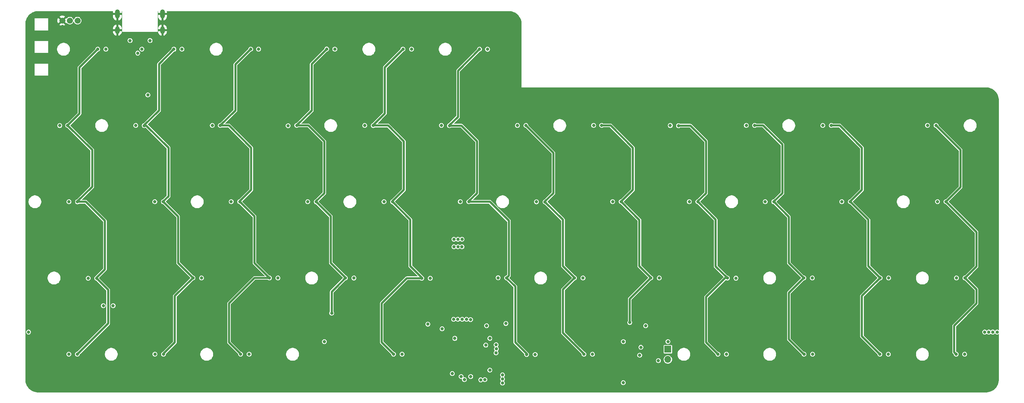
<source format=gbr>
%TF.GenerationSoftware,KiCad,Pcbnew,8.0.8*%
%TF.CreationDate,2025-03-01T16:27:25+01:00*%
%TF.ProjectId,the-nicholas-van revision,7468652d-6e69-4636-986f-6c61732d7661,rev?*%
%TF.SameCoordinates,Original*%
%TF.FileFunction,Copper,L3,Inr*%
%TF.FilePolarity,Positive*%
%FSLAX46Y46*%
G04 Gerber Fmt 4.6, Leading zero omitted, Abs format (unit mm)*
G04 Created by KiCad (PCBNEW 8.0.8) date 2025-03-01 16:27:25*
%MOMM*%
%LPD*%
G01*
G04 APERTURE LIST*
%TA.AperFunction,ComponentPad*%
%ADD10R,1.700000X1.700000*%
%TD*%
%TA.AperFunction,ComponentPad*%
%ADD11O,1.700000X1.700000*%
%TD*%
%TA.AperFunction,ComponentPad*%
%ADD12C,1.500000*%
%TD*%
%TA.AperFunction,ComponentPad*%
%ADD13O,1.200000X2.250000*%
%TD*%
%TA.AperFunction,ComponentPad*%
%ADD14O,1.200000X1.850000*%
%TD*%
%TA.AperFunction,ViaPad*%
%ADD15C,0.800000*%
%TD*%
%TA.AperFunction,Conductor*%
%ADD16C,0.500000*%
%TD*%
G04 APERTURE END LIST*
D10*
%TO.N,+3V3*%
%TO.C,SW1*%
X188887500Y-133687500D03*
D11*
%TO.N,BOOT0*%
X188887500Y-136227500D03*
%TD*%
D12*
%TO.N,GND*%
%TO.C,J3*%
X37787500Y-51593750D03*
%TO.N,ARGB*%
X39687500Y-51593750D03*
%TO.N,+5V*%
X41587500Y-51593750D03*
%TD*%
D13*
%TO.N,GND*%
%TO.C,J4*%
X51530000Y-49950000D03*
D14*
X51530000Y-53950000D03*
D13*
X62770000Y-49950000D03*
D14*
X62770000Y-53950000D03*
%TD*%
D15*
%TO.N,*%
X50475344Y-122786056D03*
X48023634Y-122797251D03*
%TO.N,GND*%
X214312500Y-130968750D03*
X219075000Y-81756250D03*
X73025000Y-90297000D03*
X181768750Y-124742241D03*
X130692326Y-128558402D03*
X142494000Y-86868000D03*
X132444299Y-124730700D03*
X84455000Y-106045000D03*
X130683000Y-134937500D03*
X199644000Y-84074000D03*
X104775000Y-73818750D03*
X130556000Y-90170000D03*
X200027079Y-122750277D03*
X130556000Y-103378000D03*
X123317000Y-103505000D03*
X65405000Y-106045000D03*
X266700000Y-96837500D03*
X119062500Y-124742241D03*
X211931250Y-124742241D03*
X55117760Y-124719505D03*
X149247390Y-124738163D03*
X75819000Y-90297000D03*
X40781680Y-126989901D03*
X104655601Y-83944962D03*
X106045000Y-103505000D03*
X142875000Y-77787500D03*
X101219000Y-65278000D03*
X130556000Y-97028000D03*
X125857000Y-106045000D03*
X43815000Y-84455000D03*
X128587500Y-124742241D03*
X130713297Y-131550693D03*
X41021910Y-69354541D03*
X119380000Y-65278000D03*
X37084000Y-69342000D03*
X196852079Y-122750277D03*
X106045000Y-106045000D03*
X126206250Y-124742241D03*
X52387500Y-134937500D03*
X126619000Y-97155000D03*
X238935428Y-122908104D03*
X32143750Y-71637500D03*
X196850000Y-127254000D03*
X140843000Y-112014000D03*
X92202000Y-90170000D03*
X68707000Y-82042000D03*
X124524826Y-86976027D03*
X214312500Y-119856250D03*
X71437500Y-100806250D03*
X40765366Y-124732142D03*
X216154000Y-86614000D03*
X221488000Y-127127000D03*
X64645571Y-126994056D03*
X96837500Y-130968750D03*
X76200000Y-62706250D03*
X135100329Y-138757713D03*
X247650000Y-92868750D03*
X71437500Y-92868750D03*
X126238000Y-142621000D03*
X50006250Y-130968750D03*
X216154000Y-84074000D03*
X204787500Y-92868750D03*
X132938914Y-131782800D03*
X184943750Y-124742241D03*
X30956250Y-134937500D03*
X147637500Y-103187500D03*
X214312500Y-138906250D03*
X153998695Y-124719850D03*
X220218000Y-105918000D03*
X230996686Y-124742241D03*
X217487500Y-124742241D03*
X61912500Y-115887500D03*
X47625000Y-81756250D03*
X123825000Y-77787500D03*
X116840000Y-65278000D03*
X43146616Y-124732142D03*
X111918750Y-124742241D03*
X178943000Y-84201000D03*
X71128172Y-128570780D03*
X235760428Y-122908104D03*
X217678000Y-103378000D03*
X157162500Y-119856250D03*
X228615436Y-124742241D03*
X161925000Y-73818750D03*
X68707000Y-84582000D03*
X98425000Y-87122000D03*
X134424722Y-124710503D03*
X82042000Y-67818000D03*
X183356250Y-141287500D03*
X95250000Y-87122000D03*
X29368750Y-61912500D03*
X34652000Y-70431000D03*
X107156250Y-124742241D03*
X160274000Y-127254000D03*
X256381250Y-128587500D03*
X134503087Y-122818544D03*
X181779945Y-122773764D03*
X104775000Y-81756250D03*
X211963000Y-127381000D03*
X140843000Y-109728000D03*
X79502000Y-65278000D03*
X135255000Y-67818000D03*
X123825000Y-124742241D03*
X241300000Y-127254000D03*
X242887500Y-96837500D03*
X150368000Y-103251000D03*
X192087500Y-124742241D03*
X185737500Y-96837500D03*
X171450000Y-124742241D03*
X237617000Y-105918000D03*
X65405000Y-82042000D03*
X67159530Y-127037220D03*
X108077000Y-87122000D03*
X137795000Y-67818000D03*
X68707000Y-69469000D03*
X46355000Y-84455000D03*
X49530000Y-103378000D03*
X33337500Y-54768750D03*
X235966000Y-86614000D03*
X238506000Y-86614000D03*
X52387500Y-96837500D03*
X156379945Y-124719850D03*
X135255000Y-65278000D03*
X226234186Y-124742241D03*
X132449128Y-122829739D03*
X57150000Y-103378000D03*
X60960000Y-65278000D03*
X126619000Y-92456000D03*
X159353250Y-141319250D03*
X124524826Y-83801027D03*
X197104000Y-86614000D03*
X200025000Y-124742241D03*
X121443750Y-124742241D03*
X96837500Y-138906250D03*
X163957000Y-105918000D03*
X140843000Y-119761000D03*
X163957000Y-103378000D03*
X119055920Y-122724483D03*
X62246074Y-126977264D03*
X107156250Y-136635320D03*
X146843750Y-124742241D03*
X142081250Y-124742241D03*
X176212500Y-124742241D03*
X238887000Y-127254000D03*
X166687500Y-96837500D03*
X145475155Y-128600152D03*
X64601415Y-122748835D03*
X43129102Y-67156655D03*
X226187000Y-127127000D03*
X60977995Y-69177863D03*
X200025000Y-127254000D03*
X180975000Y-77787500D03*
X46355000Y-86995000D03*
X252412500Y-138906250D03*
X90487500Y-124742241D03*
X93677936Y-124742241D03*
X219075000Y-73818750D03*
X83080417Y-84114370D03*
X81788000Y-127254000D03*
X247650000Y-100806250D03*
X241315436Y-124742241D03*
X126746000Y-108077000D03*
X80935151Y-122670815D03*
X89027000Y-87122000D03*
X30956250Y-92868750D03*
X70485000Y-86995000D03*
X164256199Y-122934226D03*
X126619000Y-94615000D03*
X115062000Y-127381000D03*
X50006250Y-138906250D03*
X101480601Y-83944962D03*
X130556000Y-101600000D03*
X32893000Y-142748000D03*
X174085250Y-141287500D03*
X123317000Y-106045000D03*
X161417000Y-84328000D03*
X49530000Y-105918000D03*
X49532813Y-128598196D03*
X183007000Y-103378000D03*
X231013000Y-127254000D03*
X151606250Y-58737500D03*
X73025000Y-86995000D03*
X78994000Y-86995000D03*
X35718750Y-119856250D03*
X68707000Y-77216000D03*
X240157000Y-105918000D03*
X196850000Y-124742241D03*
X98551876Y-124738163D03*
X63119000Y-69215000D03*
X85725000Y-77787500D03*
X238506000Y-84074000D03*
X150368000Y-106426000D03*
X59880260Y-124719505D03*
X186531250Y-133350000D03*
X148463000Y-128524000D03*
X119062500Y-115887500D03*
X173831250Y-124742241D03*
X62865000Y-87122000D03*
X195262500Y-115887500D03*
X43115239Y-69354541D03*
X55134074Y-126977264D03*
X252412500Y-111918750D03*
X245999000Y-127254000D03*
X52451000Y-65278000D03*
X103981250Y-127000000D03*
X53975000Y-103378000D03*
X88106250Y-124742241D03*
X111918750Y-134937500D03*
X199517000Y-105918000D03*
X95250000Y-58737500D03*
X161417000Y-105918000D03*
X100874516Y-122839837D03*
X199517000Y-103378000D03*
X176212500Y-115887500D03*
X142494000Y-84328000D03*
X117856000Y-87122000D03*
X29368750Y-56356250D03*
X76759751Y-127079461D03*
X77575445Y-128598196D03*
X264318750Y-73818750D03*
X197104000Y-84074000D03*
X87757000Y-142748000D03*
X45527866Y-124732142D03*
X125857000Y-103505000D03*
X183007000Y-105918000D03*
X152033854Y-124715004D03*
X62865000Y-84582000D03*
X65405000Y-84582000D03*
X67159530Y-124742240D03*
X236243016Y-127624810D03*
X169068750Y-124742241D03*
X181483000Y-86741000D03*
X114300000Y-124742241D03*
X147637500Y-106362500D03*
X264318750Y-81756250D03*
X76267170Y-124738163D03*
X68707000Y-79502000D03*
X104648000Y-90170000D03*
X112118750Y-128587500D03*
X90487500Y-96837500D03*
X43194680Y-126989901D03*
X50006250Y-96837500D03*
X180467000Y-105918000D03*
X217527664Y-122796154D03*
X55653979Y-59380896D03*
X220662500Y-124742241D03*
X47625000Y-73818750D03*
X35718750Y-111918750D03*
X133223000Y-103505000D03*
X116258032Y-122719982D03*
X209550000Y-124742241D03*
X52736510Y-124719505D03*
X47909116Y-124732142D03*
X114427000Y-87122000D03*
X248539000Y-127254000D03*
X59055000Y-59388750D03*
X119888000Y-127381000D03*
X235759186Y-124742241D03*
X238934186Y-124742241D03*
X130556000Y-92456000D03*
X59833074Y-126977264D03*
X98679000Y-67818000D03*
X86995000Y-103505000D03*
X109537500Y-92868750D03*
X144462500Y-124742241D03*
X79502000Y-67818000D03*
X67056000Y-89408000D03*
X132588000Y-108839000D03*
X89154000Y-90170000D03*
X127000000Y-127254000D03*
X135100329Y-140853453D03*
X76200000Y-54768750D03*
X86995000Y-106045000D03*
X74346751Y-127079461D03*
X33337500Y-60325000D03*
X36703000Y-142748000D03*
X161142445Y-124719850D03*
X119380000Y-67818000D03*
X161417000Y-86868000D03*
X73818750Y-130968750D03*
X100821686Y-124742241D03*
X85725000Y-124742241D03*
X142875000Y-122428000D03*
X59687000Y-61118750D03*
X252412500Y-119856250D03*
X178943000Y-86741000D03*
X84215865Y-127190315D03*
X67131688Y-122754778D03*
X162909250Y-141319250D03*
X128951919Y-140379084D03*
X103187500Y-128587500D03*
X200025000Y-77787500D03*
X86255417Y-86995000D03*
X138938000Y-106172000D03*
X161417000Y-103378000D03*
X92202000Y-87122000D03*
X166687500Y-124742241D03*
X220702664Y-122796154D03*
X65405000Y-87122000D03*
X121349826Y-83801027D03*
X103187500Y-124674500D03*
X103505000Y-106045000D03*
X126619000Y-67818000D03*
X211931250Y-134937500D03*
X62992000Y-65278000D03*
X57547074Y-126977264D03*
X47893680Y-126989901D03*
X126619000Y-101600000D03*
X214312500Y-111918750D03*
X108077000Y-90170000D03*
X57499010Y-124719505D03*
X30956250Y-100806250D03*
X164306250Y-124742241D03*
X75819000Y-86995000D03*
X157988000Y-127254000D03*
X46990000Y-103378000D03*
X130556000Y-94615000D03*
X180467000Y-103378000D03*
X116255839Y-124741895D03*
X139253827Y-142712500D03*
X130556000Y-99314000D03*
X114300000Y-54768750D03*
X33337500Y-65881250D03*
X109537500Y-100806250D03*
X209679976Y-127243260D03*
X68707000Y-67564000D03*
X114300000Y-90170000D03*
X128651000Y-86995000D03*
X202057000Y-105918000D03*
X177006250Y-141287500D03*
X187325000Y-124742241D03*
X80962500Y-115887500D03*
X202438000Y-127254000D03*
X237617000Y-103378000D03*
X266700000Y-88106250D03*
X98679000Y-65278000D03*
X228600000Y-127127000D03*
X78311211Y-124741143D03*
X204787500Y-124742241D03*
X132893238Y-130576950D03*
X65405000Y-103505000D03*
X50465245Y-126955219D03*
X71437500Y-134937500D03*
X111379000Y-87122000D03*
X177800000Y-128587500D03*
X57531000Y-65659000D03*
X223837500Y-96837500D03*
X86255417Y-84114370D03*
X161925000Y-81756250D03*
X248459186Y-124742241D03*
X139954000Y-86868000D03*
X126619000Y-99314000D03*
X207168750Y-124742241D03*
X103505000Y-103505000D03*
X67945000Y-103505000D03*
X252412500Y-130968750D03*
X72263000Y-127127000D03*
X101219000Y-67818000D03*
X218694000Y-84074000D03*
X95250000Y-90170000D03*
X37788255Y-53007786D03*
X217551000Y-127254000D03*
X114300000Y-62706250D03*
X181826874Y-136635320D03*
X218694000Y-86614000D03*
X69123420Y-124738163D03*
X78338052Y-122687609D03*
X54768750Y-115887500D03*
X246077936Y-124742241D03*
X134239000Y-110109000D03*
X128397000Y-83820000D03*
X218225500Y-128587500D03*
X83080417Y-86995000D03*
X129286000Y-142621000D03*
X250825000Y-127254000D03*
X202057000Y-103378000D03*
X124587000Y-90170000D03*
X214312500Y-124742241D03*
X161153640Y-122867056D03*
X133350000Y-62706250D03*
X101480601Y-87119962D03*
X243696686Y-124742241D03*
X73885920Y-124738163D03*
X50456685Y-124730700D03*
X80962500Y-124742241D03*
X124641410Y-127264270D03*
X96059186Y-124742241D03*
X157162500Y-111918750D03*
X223665842Y-124738163D03*
X181483000Y-84201000D03*
X158761195Y-124719850D03*
X194468750Y-124742241D03*
X199644000Y-86614000D03*
X140493750Y-134937500D03*
X30162500Y-50800000D03*
X152908000Y-103378000D03*
X70231000Y-90297000D03*
X56642000Y-142748000D03*
X144890451Y-141826089D03*
X59182000Y-69159697D03*
X133350000Y-54768750D03*
X130937000Y-86995000D03*
X158877000Y-86868000D03*
X233362500Y-134937500D03*
X139954000Y-84328000D03*
X178387997Y-127000000D03*
X86487000Y-127254000D03*
X240157000Y-103378000D03*
X92680732Y-124674500D03*
X217678000Y-105918000D03*
X98545951Y-122839837D03*
X43815000Y-86995000D03*
X83343750Y-124742241D03*
X159543750Y-128587500D03*
X140303303Y-142712500D03*
X116840000Y-67818000D03*
X147370039Y-130561636D03*
X189706250Y-124742241D03*
X253221686Y-124742241D03*
X137795000Y-65278000D03*
X207264000Y-127254000D03*
X84455000Y-103505000D03*
X121349826Y-86976027D03*
X109537500Y-124742241D03*
X78408823Y-127100755D03*
X130968750Y-124742241D03*
X100012500Y-111918750D03*
X73818750Y-138906250D03*
X52721074Y-126977264D03*
X86233000Y-90170000D03*
X60996161Y-71157940D03*
X235966000Y-84074000D03*
X46990000Y-105918000D03*
X204787500Y-100806250D03*
X220218000Y-103378000D03*
X82042000Y-65278000D03*
X71504670Y-124738163D03*
X65405000Y-79502000D03*
X202406250Y-124742241D03*
X52324000Y-71120000D03*
X41035773Y-67156655D03*
X233362500Y-115887500D03*
X68722701Y-71437500D03*
X141287500Y-142712500D03*
X233377936Y-124742241D03*
X238125000Y-77787500D03*
X124333000Y-67818000D03*
X67945000Y-106045000D03*
X140462000Y-107188000D03*
X64629257Y-124736297D03*
X52959000Y-142748000D03*
X111379000Y-90170000D03*
X204851000Y-127254000D03*
X45480680Y-126989901D03*
X152030564Y-122896909D03*
X62261510Y-124719505D03*
X104655601Y-87119962D03*
X250840436Y-124742241D03*
%TO.N,ROW0*%
X67648225Y-58737500D03*
X136485542Y-126222252D03*
X143874401Y-58747746D03*
X86757503Y-58724331D03*
X135514854Y-106200500D03*
X48649298Y-58737499D03*
X124929108Y-58720208D03*
X105777884Y-58720208D03*
X135508999Y-108100000D03*
%TO.N,COL0*%
X41582957Y-96860554D03*
X39127580Y-77772690D03*
X46635844Y-58737499D03*
X41532725Y-134918567D03*
X46355303Y-115955023D03*
%TO.N,COL1*%
X58217004Y-77813436D03*
X65630929Y-58749027D03*
X63022853Y-134927213D03*
X63005962Y-96849027D03*
X70379459Y-115871849D03*
%TO.N,COL2*%
X89465682Y-115870208D03*
X82288991Y-134902917D03*
X84774789Y-58735859D03*
X82061445Y-96837500D03*
X77202641Y-77787499D03*
%TO.N,COL3*%
X96292024Y-77761563D03*
X101142185Y-96860554D03*
X103754824Y-58685626D03*
X105007777Y-124674500D03*
X108437432Y-115880495D03*
%TO.N,COL4*%
X120439224Y-134901276D03*
X127474942Y-115932368D03*
X115362962Y-77803150D03*
X122785011Y-58720208D03*
X120176975Y-96853149D03*
%TO.N,COL5*%
X134391067Y-77813436D03*
X153661931Y-134977445D03*
X139219130Y-96837499D03*
X141907058Y-58737499D03*
X148665196Y-115845913D03*
%TO.N,ROW1*%
X132393944Y-77761563D03*
X113236156Y-77785859D03*
X136514357Y-106200500D03*
X94139281Y-77839373D03*
X189495115Y-77797786D03*
X137576844Y-126222252D03*
X227532152Y-77787499D03*
X75205518Y-77787499D03*
X136509002Y-108100000D03*
X37144866Y-77807272D03*
X170365218Y-77787500D03*
X151353644Y-77787499D03*
X208467224Y-77789140D03*
X253679673Y-77754558D03*
X56116134Y-77787499D03*
%TO.N,COL6*%
X165599800Y-115871849D03*
X158249439Y-96870441D03*
X153480451Y-77787499D03*
X167960477Y-134920209D03*
%TO.N,COL7*%
X184596286Y-115870208D03*
X179387500Y-127000000D03*
X177233637Y-96814445D03*
X172388278Y-77761563D03*
%TO.N,COL8*%
X201384873Y-134904558D03*
X191544111Y-77823723D03*
X196369130Y-96837500D03*
X203751673Y-115904791D03*
%TO.N,COL9*%
X222862633Y-134914845D03*
X222817323Y-115870209D03*
X210542157Y-77754558D03*
X215326911Y-96849027D03*
%TO.N,COL10*%
X229671927Y-77787499D03*
X241848270Y-115870209D03*
X241798159Y-134920208D03*
X234423021Y-96837500D03*
%TO.N,COL11*%
X263025479Y-115879815D03*
X181868857Y-135185820D03*
X260837192Y-134912524D03*
X255806480Y-77771849D03*
X182149500Y-133188114D03*
X258312931Y-96816086D03*
%TO.N,ROW2*%
X194242323Y-96820209D03*
X156122632Y-96853150D03*
X175106830Y-96797154D03*
X118050168Y-96835858D03*
X213200104Y-96831736D03*
X79934638Y-96820209D03*
X137092323Y-96820208D03*
X137509005Y-108100000D03*
X232296214Y-96820209D03*
X256186124Y-96798795D03*
X138644542Y-126222252D03*
X99015378Y-96843263D03*
X39456150Y-96843263D03*
X60879155Y-96831736D03*
X137513860Y-106200500D03*
%TO.N,ROW3*%
X91592489Y-115887499D03*
X224944130Y-115887500D03*
X167726607Y-115889140D03*
X129601749Y-115949659D03*
X186723093Y-115887499D03*
X146538389Y-115828622D03*
X205878480Y-115922082D03*
X72506266Y-115889140D03*
X260898672Y-115862524D03*
X243975077Y-115887500D03*
X135417753Y-126222252D03*
X110564239Y-115897786D03*
X44228496Y-115937732D03*
%TO.N,ROW4*%
X243924966Y-134937499D03*
X262963999Y-134929815D03*
X148463000Y-127254000D03*
X139660542Y-126268511D03*
X39405918Y-134901276D03*
X122566031Y-134918567D03*
X84415798Y-134920208D03*
X155788738Y-134994736D03*
X60896046Y-134909922D03*
X203511680Y-134921849D03*
X170087284Y-134937500D03*
X224989440Y-134932136D03*
%TO.N,+3V3*%
X188912500Y-131762500D03*
X59123526Y-70157988D03*
X144462500Y-138906250D03*
X135100329Y-139757684D03*
X135731250Y-130968750D03*
X177800000Y-131762500D03*
X103187500Y-131762500D03*
X144462500Y-130968750D03*
X139700000Y-140493750D03*
%TO.N,VCC*%
X59690000Y-56561000D03*
X54700000Y-56561000D03*
%TO.N,BOOT0*%
X186531250Y-136525000D03*
X177763253Y-142044503D03*
%TO.N,APLEX_EN_PIN_1*%
X132556250Y-128587500D03*
X143668750Y-127793750D03*
%TO.N,D-*%
X57646247Y-58698253D03*
X56600574Y-59701776D03*
%TO.N,AMUX_SEL_2*%
X147637500Y-140104346D03*
X146050000Y-132556250D03*
%TO.N,AMUX_SEL_1*%
X147637500Y-141128944D03*
X146098870Y-133604624D03*
%TO.N,AMUX_SEL_0*%
X147637500Y-142128447D03*
X146008594Y-134600544D03*
%TO.N,ARGB_3V3*%
X29368750Y-129381250D03*
X143447124Y-132659196D03*
%TO.N,ENC1*%
X268969747Y-129381250D03*
X142197500Y-141321702D03*
%TO.N,ENC2*%
X138112500Y-141287500D03*
X269969250Y-129381250D03*
%TO.N,SW1*%
X267970244Y-129381250D03*
X143196230Y-141271283D03*
%TO.N,SW2*%
X137318750Y-140493750D03*
X271062500Y-129381250D03*
%TO.N,APLEX_OUT*%
X129007714Y-127420214D03*
X183348360Y-127829117D03*
%TD*%
D16*
%TO.N,COL0*%
X46355303Y-115955023D02*
X49212500Y-118812220D01*
X46635844Y-58737499D02*
X42068750Y-63304593D01*
X42068750Y-63304593D02*
X42068750Y-74831520D01*
X41582957Y-96860554D02*
X43679304Y-96860554D01*
X48418750Y-101600000D02*
X48418750Y-113712500D01*
X39797010Y-77103260D02*
X39127580Y-77772690D01*
X43679304Y-96860554D02*
X48418750Y-101600000D01*
X45243750Y-83888860D02*
X45243750Y-93075000D01*
X41532725Y-134918567D02*
X49212500Y-127238792D01*
X45243750Y-93075000D02*
X41481250Y-96837500D01*
X49212500Y-127238792D02*
X49212500Y-127000000D01*
X39127580Y-77772690D02*
X45243750Y-83888860D01*
X42068750Y-74831520D02*
X39797010Y-77103260D01*
X49212500Y-118812220D02*
X49212500Y-127000000D01*
X39797010Y-77103260D02*
X39112770Y-77787500D01*
X48418750Y-113712500D02*
X46243750Y-115887500D01*
%TO.N,COL1*%
X64293750Y-95456250D02*
X62912500Y-96837500D01*
X66675000Y-112125000D02*
X70437500Y-115887500D01*
X65630929Y-58749027D02*
X61912500Y-62467456D01*
X64293750Y-83343750D02*
X64293750Y-95456250D01*
X65881250Y-120370058D02*
X65881250Y-131968750D01*
X61912500Y-74025000D02*
X58150000Y-77787500D01*
X58217004Y-77813436D02*
X58763436Y-77813436D01*
X65881250Y-131968750D02*
X62912500Y-134937500D01*
X58763436Y-77813436D02*
X64293750Y-83343750D01*
X61912500Y-62467456D02*
X61912500Y-74025000D01*
X70379459Y-115871849D02*
X65881250Y-120370058D01*
X63005962Y-96849027D02*
X66675000Y-100518065D01*
X66675000Y-100518065D02*
X66675000Y-112125000D01*
%TO.N,COL2*%
X84931250Y-83343750D02*
X84931250Y-93868750D01*
X80962500Y-62548148D02*
X80962500Y-74027640D01*
X79374999Y-77787499D02*
X84931250Y-83343750D01*
X79375000Y-131968750D02*
X79375000Y-131762500D01*
X89465682Y-115870208D02*
X85742292Y-115870208D01*
X84774789Y-58735859D02*
X80962500Y-62548148D01*
X85725000Y-100501055D02*
X85725000Y-112129526D01*
X80962500Y-74027640D02*
X77202641Y-77787499D01*
X84931250Y-93868750D02*
X81962500Y-96837500D01*
X82343750Y-134937500D02*
X79375000Y-131968750D01*
X77202641Y-77787499D02*
X79374999Y-77787499D01*
X79375000Y-122237500D02*
X79375000Y-131762500D01*
X85725000Y-112129526D02*
X89465682Y-115870208D01*
X85742292Y-115870208D02*
X79375000Y-122237500D01*
X82061445Y-96837500D02*
X85725000Y-100501055D01*
%TO.N,COL3*%
X96292024Y-77761563D02*
X99192813Y-77761563D01*
X103187500Y-81756250D02*
X103187500Y-94662500D01*
X100012500Y-74025000D02*
X96250000Y-77787500D01*
X108437432Y-115880495D02*
X106205838Y-118112088D01*
X104775000Y-100493369D02*
X104775000Y-112125000D01*
X103187500Y-94662500D02*
X101012500Y-96837500D01*
X105007777Y-119310149D02*
X105007777Y-124674500D01*
X100012500Y-62427950D02*
X100012500Y-74025000D01*
X99192813Y-77761563D02*
X103187500Y-81756250D01*
X101142185Y-96860554D02*
X104775000Y-100493369D01*
X103754824Y-58685626D02*
X100012500Y-62427950D01*
X106205838Y-118112088D02*
X105007777Y-119310149D01*
X104775000Y-112125000D02*
X108537500Y-115887500D01*
%TO.N,COL4*%
X124618750Y-101294924D02*
X124618750Y-112918750D01*
X120176975Y-96853149D02*
X124618750Y-101294924D01*
X123031250Y-93868750D02*
X120062500Y-96837500D01*
X115362962Y-77803150D02*
X119078150Y-77803150D01*
X119078150Y-77803150D02*
X123031250Y-81756250D01*
X124618750Y-112918750D02*
X127587500Y-115887500D01*
X118268750Y-63293750D02*
X118268750Y-74818750D01*
X122825000Y-58737500D02*
X118268750Y-63293750D01*
X118268750Y-74818750D02*
X115300000Y-77787500D01*
X117475000Y-131968750D02*
X120443750Y-134937500D01*
X123780132Y-115932368D02*
X117475000Y-122237500D01*
X117475000Y-122237500D02*
X117475000Y-131968750D01*
X123031250Y-81756250D02*
X123031250Y-93868750D01*
X127474942Y-115932368D02*
X123780132Y-115932368D01*
%TO.N,COL5*%
X134391067Y-77813436D02*
X137344686Y-77813436D01*
X144462500Y-96837500D02*
X149225000Y-101600000D01*
X141287500Y-94662500D02*
X139112500Y-96837500D01*
X141287500Y-81756250D02*
X141287500Y-94662500D01*
X141907058Y-58737499D02*
X136525000Y-64119557D01*
X149225000Y-101600000D02*
X149225000Y-115286109D01*
X136525000Y-64119557D02*
X136525000Y-75612500D01*
X139112500Y-96837500D02*
X144462500Y-96837500D01*
X150812500Y-131968750D02*
X153781250Y-134937500D01*
X137344686Y-77813436D02*
X141287500Y-81756250D01*
X149225000Y-115286109D02*
X148665196Y-115845913D01*
X148665196Y-115845913D02*
X150812500Y-117993217D01*
X136525000Y-75612500D02*
X134350000Y-77787500D01*
X150812500Y-117993217D02*
X150812500Y-131968750D01*
%TO.N,COL6*%
X162718750Y-129587500D02*
X168068750Y-134937500D01*
X162718750Y-101339752D02*
X162718750Y-112918750D01*
X162718750Y-118752899D02*
X162718750Y-129587500D01*
X160337500Y-94662500D02*
X158162500Y-96837500D01*
X158249439Y-96870441D02*
X162718750Y-101339752D01*
X153480451Y-77787499D02*
X160337500Y-84644548D01*
X160337500Y-84644548D02*
X160337500Y-94662500D01*
X165599800Y-115871849D02*
X162718750Y-118752899D01*
X162718750Y-112918750D02*
X165687500Y-115887500D01*
%TO.N,COL7*%
X183253125Y-114403125D02*
X184596286Y-115746286D01*
X181768750Y-101349558D02*
X181768750Y-112918750D01*
X180181250Y-83343750D02*
X180181250Y-93868750D01*
X183168232Y-117298262D02*
X179387500Y-121078994D01*
X174599063Y-77761563D02*
X180181250Y-83343750D01*
X179387500Y-121078994D02*
X179387500Y-127000000D01*
X177233637Y-96814445D02*
X181768750Y-101349558D01*
X184596286Y-115746286D02*
X184596286Y-115870208D01*
X183253125Y-114403125D02*
X184737500Y-115887500D01*
X180181250Y-93868750D02*
X177212500Y-96837500D01*
X172388278Y-77761563D02*
X174599063Y-77761563D01*
X181768750Y-112918750D02*
X183253125Y-114403125D01*
X184596286Y-115870208D02*
X183168232Y-117298262D01*
%TO.N,COL8*%
X198437500Y-120650000D02*
X198437500Y-131968750D01*
X198437500Y-81756250D02*
X198437500Y-94662500D01*
X198437500Y-131968750D02*
X201406250Y-134937500D01*
X200818750Y-101287120D02*
X200818750Y-112971868D01*
X194504973Y-77823723D02*
X198437500Y-81756250D01*
X203182709Y-115904791D02*
X198437500Y-120650000D01*
X200818750Y-112971868D02*
X203751673Y-115904791D01*
X196369130Y-96837500D02*
X200818750Y-101287120D01*
X203751673Y-115904791D02*
X203182709Y-115904791D01*
X191544111Y-77823723D02*
X194504973Y-77823723D01*
X198437500Y-94662500D02*
X196262500Y-96837500D01*
%TO.N,COL9*%
X210542157Y-77754558D02*
X212692058Y-77754558D01*
X219075000Y-119612532D02*
X219075000Y-131175000D01*
X222817323Y-115870209D02*
X219075000Y-119612532D01*
X215326911Y-96849027D02*
X219075000Y-100597116D01*
X217487500Y-94662500D02*
X215312500Y-96837500D01*
X212692058Y-77754558D02*
X217487500Y-82550000D01*
X219075000Y-100597116D02*
X219075000Y-112125000D01*
X217487500Y-82550000D02*
X217487500Y-94662500D01*
X219075000Y-112125000D02*
X222837500Y-115887500D01*
X219075000Y-131175000D02*
X222837500Y-134937500D01*
%TO.N,COL10*%
X237331250Y-83343750D02*
X237331250Y-93868750D01*
X229671927Y-77787499D02*
X231774999Y-77787499D01*
X238918750Y-101333229D02*
X238918750Y-112918750D01*
X238918750Y-112918750D02*
X241887500Y-115887500D01*
X231774999Y-77787499D02*
X237331250Y-83343750D01*
X234423021Y-96837500D02*
X238918750Y-101333229D01*
X241848270Y-115870209D02*
X237331250Y-120387229D01*
X237331250Y-93868750D02*
X234362500Y-96837500D01*
X237331250Y-120387229D02*
X237331250Y-130453299D01*
X237331250Y-130453299D02*
X241798159Y-134920208D01*
%TO.N,COL11*%
X265906250Y-118760586D02*
X265906250Y-122237500D01*
X255806480Y-77771849D02*
X261937500Y-83902869D01*
X260350000Y-127793750D02*
X260350000Y-134425332D01*
X265906250Y-104409405D02*
X265906250Y-112999044D01*
X261937500Y-93191517D02*
X258312931Y-96816086D01*
X261937500Y-83902869D02*
X261937500Y-93191517D01*
X258312931Y-96816086D02*
X265906250Y-104409405D01*
X265906250Y-112999044D02*
X263025479Y-115879815D01*
X265906250Y-122237500D02*
X260350000Y-127793750D01*
X263025479Y-115879815D02*
X265906250Y-118760586D01*
X260350000Y-134425332D02*
X260837192Y-134912524D01*
%TD*%
%TA.AperFunction,Conductor*%
%TO.N,GND*%
G36*
X50444613Y-49215868D02*
G01*
X50447981Y-49224000D01*
X50447839Y-49225799D01*
X50430000Y-49338425D01*
X50430000Y-49699999D01*
X50430001Y-49700000D01*
X51230000Y-49700000D01*
X51230000Y-50200000D01*
X50430001Y-50200000D01*
X50430000Y-50200001D01*
X50430000Y-50561574D01*
X50457085Y-50732581D01*
X50510588Y-50897249D01*
X50589199Y-51051529D01*
X50690964Y-51191598D01*
X50813401Y-51314035D01*
X50953470Y-51415800D01*
X51107750Y-51494411D01*
X51272418Y-51547914D01*
X51279999Y-51549115D01*
X51280000Y-51549114D01*
X51280000Y-50641988D01*
X51289940Y-50659205D01*
X51345795Y-50715060D01*
X51414204Y-50754556D01*
X51490504Y-50775000D01*
X51569496Y-50775000D01*
X51645796Y-50754556D01*
X51714205Y-50715060D01*
X51770060Y-50659205D01*
X51780000Y-50641988D01*
X51780000Y-51549115D01*
X51787581Y-51547914D01*
X51952249Y-51494411D01*
X52106529Y-51415800D01*
X52246598Y-51314035D01*
X52369035Y-51191598D01*
X52470800Y-51051529D01*
X52549411Y-50897249D01*
X52602914Y-50732581D01*
X52630000Y-50561574D01*
X52630000Y-50200001D01*
X52629999Y-50200000D01*
X51830000Y-50200000D01*
X51830000Y-49700000D01*
X52629999Y-49700000D01*
X52630000Y-49699999D01*
X52630000Y-49338425D01*
X52612161Y-49225799D01*
X52614215Y-49217241D01*
X52621720Y-49212642D01*
X52623519Y-49212500D01*
X52674792Y-49212500D01*
X52682924Y-49215868D01*
X52686291Y-49223999D01*
X52686084Y-49796454D01*
X52684424Y-54374949D01*
X52684425Y-54374950D01*
X61625054Y-54374950D01*
X61625255Y-53538425D01*
X61670000Y-53538425D01*
X61670000Y-53699999D01*
X61670001Y-53700000D01*
X62470000Y-53700000D01*
X62470000Y-54200000D01*
X61670001Y-54200000D01*
X61670000Y-54200001D01*
X61670000Y-54361574D01*
X61697085Y-54532581D01*
X61750588Y-54697249D01*
X61829199Y-54851529D01*
X61930964Y-54991598D01*
X62053401Y-55114035D01*
X62193470Y-55215800D01*
X62347750Y-55294411D01*
X62512418Y-55347914D01*
X62519999Y-55349115D01*
X62520000Y-55349114D01*
X62520000Y-54441988D01*
X62529940Y-54459205D01*
X62585795Y-54515060D01*
X62654204Y-54554556D01*
X62730504Y-54575000D01*
X62809496Y-54575000D01*
X62885796Y-54554556D01*
X62954205Y-54515060D01*
X63010060Y-54459205D01*
X63020000Y-54441988D01*
X63020000Y-55349115D01*
X63027581Y-55347914D01*
X63192249Y-55294411D01*
X63346529Y-55215800D01*
X63486598Y-55114035D01*
X63609035Y-54991598D01*
X63710800Y-54851529D01*
X63789411Y-54697249D01*
X63842914Y-54532581D01*
X63870000Y-54361574D01*
X63870000Y-54200001D01*
X63869999Y-54200000D01*
X63070000Y-54200000D01*
X63070000Y-53700000D01*
X63869999Y-53700000D01*
X63870000Y-53699999D01*
X63870000Y-53538425D01*
X63842914Y-53367418D01*
X63789411Y-53202750D01*
X63710800Y-53048470D01*
X63609035Y-52908401D01*
X63486598Y-52785964D01*
X63346529Y-52684199D01*
X63192249Y-52605588D01*
X63027587Y-52552086D01*
X63027576Y-52552084D01*
X63020000Y-52550883D01*
X63020000Y-53458011D01*
X63010060Y-53440795D01*
X62954205Y-53384940D01*
X62885796Y-53345444D01*
X62809496Y-53325000D01*
X62730504Y-53325000D01*
X62654204Y-53345444D01*
X62585795Y-53384940D01*
X62529940Y-53440795D01*
X62520000Y-53458011D01*
X62520000Y-52550884D01*
X62519999Y-52550883D01*
X62512423Y-52552084D01*
X62512412Y-52552086D01*
X62347750Y-52605588D01*
X62193470Y-52684199D01*
X62053401Y-52785964D01*
X61930964Y-52908401D01*
X61829199Y-53048470D01*
X61750588Y-53202750D01*
X61697085Y-53367418D01*
X61670000Y-53538425D01*
X61625255Y-53538425D01*
X61626293Y-49223996D01*
X61629663Y-49215866D01*
X61637793Y-49212500D01*
X61676481Y-49212500D01*
X61684613Y-49215868D01*
X61687981Y-49224000D01*
X61687839Y-49225799D01*
X61670000Y-49338425D01*
X61670000Y-49699999D01*
X61670001Y-49700000D01*
X62470000Y-49700000D01*
X62470000Y-50200000D01*
X61670001Y-50200000D01*
X61670000Y-50200001D01*
X61670000Y-50561574D01*
X61697085Y-50732581D01*
X61750588Y-50897249D01*
X61829199Y-51051529D01*
X61930964Y-51191598D01*
X62053401Y-51314035D01*
X62193470Y-51415800D01*
X62347750Y-51494411D01*
X62512418Y-51547914D01*
X62519999Y-51549115D01*
X62520000Y-51549114D01*
X62520000Y-50641988D01*
X62529940Y-50659205D01*
X62585795Y-50715060D01*
X62654204Y-50754556D01*
X62730504Y-50775000D01*
X62809496Y-50775000D01*
X62885796Y-50754556D01*
X62954205Y-50715060D01*
X63010060Y-50659205D01*
X63020000Y-50641988D01*
X63020000Y-51549115D01*
X63027581Y-51547914D01*
X63192249Y-51494411D01*
X63346529Y-51415800D01*
X63486598Y-51314035D01*
X63609035Y-51191598D01*
X63710800Y-51051529D01*
X63789411Y-50897249D01*
X63842914Y-50732581D01*
X63870000Y-50561574D01*
X63870000Y-50200001D01*
X63869999Y-50200000D01*
X63070000Y-50200000D01*
X63070000Y-49700000D01*
X63869999Y-49700000D01*
X63870000Y-49699999D01*
X63870000Y-49338425D01*
X63852161Y-49225799D01*
X63854215Y-49217241D01*
X63861720Y-49212642D01*
X63863519Y-49212500D01*
X149224909Y-49212500D01*
X149225071Y-49212501D01*
X149402595Y-49214995D01*
X149403721Y-49215066D01*
X149756615Y-49254836D01*
X149757865Y-49255049D01*
X150104008Y-49334061D01*
X150105242Y-49334417D01*
X150272798Y-49393051D01*
X150440353Y-49451685D01*
X150441545Y-49452179D01*
X150761427Y-49606231D01*
X150762539Y-49606846D01*
X151063159Y-49795742D01*
X151064206Y-49796485D01*
X151341780Y-50017845D01*
X151342742Y-50018704D01*
X151593795Y-50269757D01*
X151594654Y-50270719D01*
X151816014Y-50548293D01*
X151816759Y-50549344D01*
X151974016Y-50799612D01*
X152005648Y-50849952D01*
X152006272Y-50851080D01*
X152160320Y-51170954D01*
X152160814Y-51172146D01*
X152278081Y-51507255D01*
X152278438Y-51508494D01*
X152357448Y-51854624D01*
X152357664Y-51855895D01*
X152397433Y-52208778D01*
X152397504Y-52209904D01*
X152399999Y-52387428D01*
X152400000Y-52387589D01*
X152400000Y-68262500D01*
X161925000Y-68262500D01*
X235346875Y-68262500D01*
X248046875Y-68262500D01*
X268287410Y-68262500D01*
X268287571Y-68262501D01*
X268465096Y-68264989D01*
X268466223Y-68265060D01*
X268819120Y-68304821D01*
X268820370Y-68305034D01*
X269166518Y-68384040D01*
X269167752Y-68384396D01*
X269502872Y-68501659D01*
X269504057Y-68502150D01*
X269823948Y-68656202D01*
X269825059Y-68656816D01*
X270125684Y-68845711D01*
X270126731Y-68846454D01*
X270404308Y-69067815D01*
X270405270Y-69068674D01*
X270656325Y-69319729D01*
X270657184Y-69320691D01*
X270878545Y-69598268D01*
X270879290Y-69599319D01*
X270900737Y-69633452D01*
X271068178Y-69899932D01*
X271068802Y-69901060D01*
X271222847Y-70220938D01*
X271223341Y-70222130D01*
X271340602Y-70557245D01*
X271340959Y-70558484D01*
X271419963Y-70904619D01*
X271420179Y-70905890D01*
X271459939Y-71258776D01*
X271460010Y-71259903D01*
X271462499Y-71437428D01*
X271462500Y-71437589D01*
X271462500Y-128907945D01*
X271459132Y-128916077D01*
X271451000Y-128919445D01*
X271443999Y-128917069D01*
X271395404Y-128879782D01*
X271365341Y-128856714D01*
X271219262Y-128796206D01*
X271062500Y-128775568D01*
X270905738Y-128796206D01*
X270759659Y-128856714D01*
X270634218Y-128952968D01*
X270537964Y-129078409D01*
X270526500Y-129106086D01*
X270520276Y-129112310D01*
X270511474Y-129112310D01*
X270505250Y-129106086D01*
X270493786Y-129078409D01*
X270397532Y-128952968D01*
X270272091Y-128856714D01*
X270126012Y-128796206D01*
X269969250Y-128775568D01*
X269812488Y-128796206D01*
X269666409Y-128856714D01*
X269540968Y-128952968D01*
X269478622Y-129034218D01*
X269470999Y-129038619D01*
X269462497Y-129036341D01*
X269460374Y-129034218D01*
X269446227Y-129015781D01*
X269398029Y-128952968D01*
X269272588Y-128856714D01*
X269126509Y-128796206D01*
X268969747Y-128775568D01*
X268812985Y-128796206D01*
X268666906Y-128856714D01*
X268541465Y-128952968D01*
X268479119Y-129034218D01*
X268471496Y-129038619D01*
X268462994Y-129036341D01*
X268460871Y-129034218D01*
X268446724Y-129015781D01*
X268398526Y-128952968D01*
X268273085Y-128856714D01*
X268127006Y-128796206D01*
X267970244Y-128775568D01*
X267813482Y-128796206D01*
X267667403Y-128856714D01*
X267541962Y-128952968D01*
X267445708Y-129078409D01*
X267385200Y-129224488D01*
X267364562Y-129381250D01*
X267385200Y-129538012D01*
X267445708Y-129684091D01*
X267541962Y-129809532D01*
X267667403Y-129905786D01*
X267813482Y-129966294D01*
X267970244Y-129986932D01*
X268127006Y-129966294D01*
X268273085Y-129905786D01*
X268398526Y-129809532D01*
X268460872Y-129728279D01*
X268468494Y-129723879D01*
X268476996Y-129726157D01*
X268479116Y-129728277D01*
X268541465Y-129809532D01*
X268666906Y-129905786D01*
X268812985Y-129966294D01*
X268969747Y-129986932D01*
X269126509Y-129966294D01*
X269272588Y-129905786D01*
X269398029Y-129809532D01*
X269460375Y-129728279D01*
X269467997Y-129723879D01*
X269476499Y-129726157D01*
X269478619Y-129728277D01*
X269540968Y-129809532D01*
X269666409Y-129905786D01*
X269812488Y-129966294D01*
X269969250Y-129986932D01*
X270126012Y-129966294D01*
X270272091Y-129905786D01*
X270397532Y-129809532D01*
X270493786Y-129684091D01*
X270505250Y-129656412D01*
X270511474Y-129650189D01*
X270520276Y-129650189D01*
X270526499Y-129656412D01*
X270537964Y-129684091D01*
X270634218Y-129809532D01*
X270759659Y-129905786D01*
X270905738Y-129966294D01*
X271062500Y-129986932D01*
X271219262Y-129966294D01*
X271365341Y-129905786D01*
X271444000Y-129845428D01*
X271452501Y-129843151D01*
X271460124Y-129847552D01*
X271462500Y-129854553D01*
X271462500Y-141287410D01*
X271462499Y-141287571D01*
X271460010Y-141465096D01*
X271459939Y-141466223D01*
X271420179Y-141819109D01*
X271419963Y-141820380D01*
X271340959Y-142166515D01*
X271340602Y-142167754D01*
X271223341Y-142502869D01*
X271222847Y-142504061D01*
X271068802Y-142823939D01*
X271068178Y-142825067D01*
X270879291Y-143125679D01*
X270878545Y-143126731D01*
X270657184Y-143404308D01*
X270656325Y-143405270D01*
X270405270Y-143656325D01*
X270404308Y-143657184D01*
X270126731Y-143878545D01*
X270125679Y-143879291D01*
X269825067Y-144068178D01*
X269823939Y-144068802D01*
X269504061Y-144222847D01*
X269502869Y-144223341D01*
X269167754Y-144340602D01*
X269166515Y-144340959D01*
X268820380Y-144419963D01*
X268819109Y-144420179D01*
X268466223Y-144459939D01*
X268465096Y-144460010D01*
X268287571Y-144462499D01*
X268287410Y-144462500D01*
X31750090Y-144462500D01*
X31749929Y-144462499D01*
X31572403Y-144460010D01*
X31571276Y-144459939D01*
X31218390Y-144420179D01*
X31217119Y-144419963D01*
X30870984Y-144340959D01*
X30869745Y-144340602D01*
X30534630Y-144223341D01*
X30533438Y-144222847D01*
X30213560Y-144068802D01*
X30212432Y-144068178D01*
X29911820Y-143879291D01*
X29910768Y-143878545D01*
X29633191Y-143657184D01*
X29632229Y-143656325D01*
X29381174Y-143405270D01*
X29380315Y-143404308D01*
X29158954Y-143126731D01*
X29158208Y-143125679D01*
X28969316Y-142825059D01*
X28968702Y-142823948D01*
X28814650Y-142504057D01*
X28814158Y-142502869D01*
X28759737Y-142347343D01*
X28696896Y-142167752D01*
X28696540Y-142166515D01*
X28687851Y-142128447D01*
X28617534Y-141820370D01*
X28617321Y-141819120D01*
X28577560Y-141466223D01*
X28577489Y-141465096D01*
X28575001Y-141287571D01*
X28575000Y-141287410D01*
X28575000Y-140493750D01*
X136713068Y-140493750D01*
X136733706Y-140650512D01*
X136794214Y-140796591D01*
X136890468Y-140922032D01*
X137015909Y-141018286D01*
X137161988Y-141078794D01*
X137318750Y-141099432D01*
X137475512Y-141078794D01*
X137538536Y-141052688D01*
X137547337Y-141052688D01*
X137553561Y-141058912D01*
X137553561Y-141067714D01*
X137527456Y-141130738D01*
X137506818Y-141287500D01*
X137527456Y-141444262D01*
X137587964Y-141590341D01*
X137684218Y-141715782D01*
X137809659Y-141812036D01*
X137955738Y-141872544D01*
X138112500Y-141893182D01*
X138269262Y-141872544D01*
X138415341Y-141812036D01*
X138540782Y-141715782D01*
X138637036Y-141590341D01*
X138697544Y-141444262D01*
X138713679Y-141321702D01*
X141591818Y-141321702D01*
X141612456Y-141478464D01*
X141672964Y-141624543D01*
X141769218Y-141749984D01*
X141894659Y-141846238D01*
X142040738Y-141906746D01*
X142197500Y-141927384D01*
X142354262Y-141906746D01*
X142500341Y-141846238D01*
X142625782Y-141749984D01*
X142707085Y-141644026D01*
X142714707Y-141639626D01*
X142723209Y-141641904D01*
X142725330Y-141644025D01*
X142767948Y-141699565D01*
X142893389Y-141795819D01*
X143039468Y-141856327D01*
X143196230Y-141876965D01*
X143352992Y-141856327D01*
X143499071Y-141795819D01*
X143624512Y-141699565D01*
X143720766Y-141574124D01*
X143781274Y-141428045D01*
X143801912Y-141271283D01*
X143781274Y-141114521D01*
X143720766Y-140968442D01*
X143624512Y-140843001D01*
X143499071Y-140746747D01*
X143352992Y-140686239D01*
X143196230Y-140665601D01*
X143039468Y-140686239D01*
X142893389Y-140746747D01*
X142767947Y-140843001D01*
X142767944Y-140843004D01*
X142686643Y-140948956D01*
X142679021Y-140953357D01*
X142670519Y-140951078D01*
X142668398Y-140948958D01*
X142625782Y-140893420D01*
X142500341Y-140797166D01*
X142354262Y-140736658D01*
X142197500Y-140716020D01*
X142040738Y-140736658D01*
X141894659Y-140797166D01*
X141769218Y-140893420D01*
X141672964Y-141018861D01*
X141612456Y-141164940D01*
X141591818Y-141321702D01*
X138713679Y-141321702D01*
X138718182Y-141287500D01*
X138697544Y-141130738D01*
X138637036Y-140984659D01*
X138540782Y-140859218D01*
X138415341Y-140762964D01*
X138269262Y-140702456D01*
X138112500Y-140681818D01*
X137955738Y-140702456D01*
X137892714Y-140728561D01*
X137883912Y-140728561D01*
X137877688Y-140722337D01*
X137877688Y-140713535D01*
X137882277Y-140702456D01*
X137903794Y-140650512D01*
X137924432Y-140493750D01*
X139094318Y-140493750D01*
X139114956Y-140650512D01*
X139175464Y-140796591D01*
X139271718Y-140922032D01*
X139397159Y-141018286D01*
X139543238Y-141078794D01*
X139700000Y-141099432D01*
X139856762Y-141078794D01*
X140002841Y-141018286D01*
X140128282Y-140922032D01*
X140224536Y-140796591D01*
X140285044Y-140650512D01*
X140305682Y-140493750D01*
X140285044Y-140336988D01*
X140224536Y-140190909D01*
X140158114Y-140104346D01*
X147031818Y-140104346D01*
X147052456Y-140261108D01*
X147112964Y-140407187D01*
X147209218Y-140532628D01*
X147284738Y-140590576D01*
X147306820Y-140607521D01*
X147311221Y-140615144D01*
X147308943Y-140623646D01*
X147306820Y-140625769D01*
X147274573Y-140650513D01*
X147209218Y-140700662D01*
X147112964Y-140826103D01*
X147052456Y-140972182D01*
X147031818Y-141128944D01*
X147052456Y-141285706D01*
X147112964Y-141431785D01*
X147209218Y-141557226D01*
X147252375Y-141590341D01*
X147290468Y-141619571D01*
X147294869Y-141627194D01*
X147292591Y-141635696D01*
X147290468Y-141637819D01*
X147282378Y-141644027D01*
X147209218Y-141700165D01*
X147112964Y-141825606D01*
X147052456Y-141971685D01*
X147031818Y-142128447D01*
X147052456Y-142285209D01*
X147112964Y-142431288D01*
X147209218Y-142556729D01*
X147334659Y-142652983D01*
X147480738Y-142713491D01*
X147637500Y-142734129D01*
X147794262Y-142713491D01*
X147940341Y-142652983D01*
X148065782Y-142556729D01*
X148162036Y-142431288D01*
X148222544Y-142285209D01*
X148243182Y-142128447D01*
X148232131Y-142044503D01*
X177157571Y-142044503D01*
X177178209Y-142201265D01*
X177238717Y-142347344D01*
X177334971Y-142472785D01*
X177460412Y-142569039D01*
X177606491Y-142629547D01*
X177763253Y-142650185D01*
X177920015Y-142629547D01*
X178066094Y-142569039D01*
X178191535Y-142472785D01*
X178287789Y-142347344D01*
X178348297Y-142201265D01*
X178368935Y-142044503D01*
X178348297Y-141887741D01*
X178287789Y-141741662D01*
X178191535Y-141616221D01*
X178066094Y-141519967D01*
X177920015Y-141459459D01*
X177763253Y-141438821D01*
X177606491Y-141459459D01*
X177460412Y-141519967D01*
X177334971Y-141616221D01*
X177238717Y-141741662D01*
X177178209Y-141887741D01*
X177157571Y-142044503D01*
X148232131Y-142044503D01*
X148222544Y-141971685D01*
X148162036Y-141825606D01*
X148065782Y-141700165D01*
X147984529Y-141637818D01*
X147980129Y-141630196D01*
X147982407Y-141621694D01*
X147984527Y-141619573D01*
X148065782Y-141557226D01*
X148162036Y-141431785D01*
X148222544Y-141285706D01*
X148243182Y-141128944D01*
X148222544Y-140972182D01*
X148162036Y-140826103D01*
X148065782Y-140700662D01*
X147968177Y-140625767D01*
X147963777Y-140618146D01*
X147966055Y-140609644D01*
X147968175Y-140607523D01*
X148065782Y-140532628D01*
X148162036Y-140407187D01*
X148222544Y-140261108D01*
X148243182Y-140104346D01*
X148222544Y-139947584D01*
X148162036Y-139801505D01*
X148065782Y-139676064D01*
X147940341Y-139579810D01*
X147794262Y-139519302D01*
X147637500Y-139498664D01*
X147480738Y-139519302D01*
X147334659Y-139579810D01*
X147209218Y-139676064D01*
X147112964Y-139801505D01*
X147052456Y-139947584D01*
X147031818Y-140104346D01*
X140158114Y-140104346D01*
X140128282Y-140065468D01*
X140002841Y-139969214D01*
X139856762Y-139908706D01*
X139700000Y-139888068D01*
X139543238Y-139908706D01*
X139397159Y-139969214D01*
X139271718Y-140065468D01*
X139175464Y-140190909D01*
X139114956Y-140336988D01*
X139094318Y-140493750D01*
X137924432Y-140493750D01*
X137903794Y-140336988D01*
X137843286Y-140190909D01*
X137747032Y-140065468D01*
X137621591Y-139969214D01*
X137475512Y-139908706D01*
X137318750Y-139888068D01*
X137161988Y-139908706D01*
X137015909Y-139969214D01*
X136890468Y-140065468D01*
X136794214Y-140190909D01*
X136733706Y-140336988D01*
X136713068Y-140493750D01*
X28575000Y-140493750D01*
X28575000Y-139757684D01*
X134494647Y-139757684D01*
X134515285Y-139914446D01*
X134575793Y-140060525D01*
X134672047Y-140185966D01*
X134797488Y-140282220D01*
X134943567Y-140342728D01*
X135100329Y-140363366D01*
X135257091Y-140342728D01*
X135403170Y-140282220D01*
X135528611Y-140185966D01*
X135624865Y-140060525D01*
X135685373Y-139914446D01*
X135706011Y-139757684D01*
X135685373Y-139600922D01*
X135624865Y-139454843D01*
X135528611Y-139329402D01*
X135403170Y-139233148D01*
X135257091Y-139172640D01*
X135100329Y-139152002D01*
X134943567Y-139172640D01*
X134797488Y-139233148D01*
X134672047Y-139329402D01*
X134575793Y-139454843D01*
X134515285Y-139600922D01*
X134494647Y-139757684D01*
X28575000Y-139757684D01*
X28575000Y-138906250D01*
X143856818Y-138906250D01*
X143877456Y-139063012D01*
X143937964Y-139209091D01*
X144034218Y-139334532D01*
X144159659Y-139430786D01*
X144305738Y-139491294D01*
X144462500Y-139511932D01*
X144619262Y-139491294D01*
X144765341Y-139430786D01*
X144890782Y-139334532D01*
X144987036Y-139209091D01*
X145047544Y-139063012D01*
X145068182Y-138906250D01*
X145047544Y-138749488D01*
X144987036Y-138603409D01*
X144890782Y-138477968D01*
X144765341Y-138381714D01*
X144619262Y-138321206D01*
X144462500Y-138300568D01*
X144305738Y-138321206D01*
X144159659Y-138381714D01*
X144034218Y-138477968D01*
X143937964Y-138603409D01*
X143877456Y-138749488D01*
X143856818Y-138906250D01*
X28575000Y-138906250D01*
X28575000Y-134901276D01*
X38800236Y-134901276D01*
X38820874Y-135058038D01*
X38881382Y-135204117D01*
X38977636Y-135329558D01*
X39103077Y-135425812D01*
X39249156Y-135486320D01*
X39405918Y-135506958D01*
X39562680Y-135486320D01*
X39708759Y-135425812D01*
X39834200Y-135329558D01*
X39930454Y-135204117D01*
X39990962Y-135058038D01*
X40011600Y-134901276D01*
X39990962Y-134744514D01*
X39930454Y-134598435D01*
X39834200Y-134472994D01*
X39708759Y-134376740D01*
X39562680Y-134316232D01*
X39405918Y-134295594D01*
X39249156Y-134316232D01*
X39103077Y-134376740D01*
X38977636Y-134472994D01*
X38881382Y-134598435D01*
X38820874Y-134744514D01*
X38800236Y-134901276D01*
X28575000Y-134901276D01*
X28575000Y-129381250D01*
X28763068Y-129381250D01*
X28783706Y-129538012D01*
X28844214Y-129684091D01*
X28940468Y-129809532D01*
X29065909Y-129905786D01*
X29211988Y-129966294D01*
X29368750Y-129986932D01*
X29525512Y-129966294D01*
X29671591Y-129905786D01*
X29797032Y-129809532D01*
X29893286Y-129684091D01*
X29953794Y-129538012D01*
X29974432Y-129381250D01*
X29953794Y-129224488D01*
X29893286Y-129078409D01*
X29797032Y-128952968D01*
X29671591Y-128856714D01*
X29525512Y-128796206D01*
X29368750Y-128775568D01*
X29211988Y-128796206D01*
X29065909Y-128856714D01*
X28940468Y-128952968D01*
X28844214Y-129078409D01*
X28783706Y-129224488D01*
X28763068Y-129381250D01*
X28575000Y-129381250D01*
X28575000Y-122797251D01*
X47417952Y-122797251D01*
X47438590Y-122954013D01*
X47499098Y-123100092D01*
X47595352Y-123225533D01*
X47720793Y-123321787D01*
X47866872Y-123382295D01*
X48023634Y-123402933D01*
X48180396Y-123382295D01*
X48326475Y-123321787D01*
X48451916Y-123225533D01*
X48548170Y-123100092D01*
X48608678Y-122954013D01*
X48629316Y-122797251D01*
X48608678Y-122640489D01*
X48548170Y-122494410D01*
X48451916Y-122368969D01*
X48326475Y-122272715D01*
X48180396Y-122212207D01*
X48023634Y-122191569D01*
X47866872Y-122212207D01*
X47720793Y-122272715D01*
X47595352Y-122368969D01*
X47499098Y-122494410D01*
X47438590Y-122640489D01*
X47417952Y-122797251D01*
X28575000Y-122797251D01*
X28575000Y-115761535D01*
X34118250Y-115761535D01*
X34118250Y-116013464D01*
X34157659Y-116262282D01*
X34235507Y-116501875D01*
X34235508Y-116501878D01*
X34235509Y-116501879D01*
X34349880Y-116726345D01*
X34497957Y-116930156D01*
X34676094Y-117108293D01*
X34879905Y-117256370D01*
X35104371Y-117370741D01*
X35343965Y-117448590D01*
X35468376Y-117468295D01*
X35592786Y-117488000D01*
X35592788Y-117488000D01*
X35844714Y-117488000D01*
X35944241Y-117472236D01*
X36093535Y-117448590D01*
X36333129Y-117370741D01*
X36557595Y-117256370D01*
X36761406Y-117108293D01*
X36939543Y-116930156D01*
X37087620Y-116726345D01*
X37201991Y-116501879D01*
X37279840Y-116262285D01*
X37307265Y-116089130D01*
X37319250Y-116013464D01*
X37319250Y-115937732D01*
X43622814Y-115937732D01*
X43643452Y-116094494D01*
X43703960Y-116240573D01*
X43800214Y-116366014D01*
X43925655Y-116462268D01*
X44071734Y-116522776D01*
X44228496Y-116543414D01*
X44385258Y-116522776D01*
X44531337Y-116462268D01*
X44656778Y-116366014D01*
X44753032Y-116240573D01*
X44813540Y-116094494D01*
X44834178Y-115937732D01*
X44813540Y-115780970D01*
X44753032Y-115634891D01*
X44656778Y-115509450D01*
X44531337Y-115413196D01*
X44385258Y-115352688D01*
X44228496Y-115332050D01*
X44071734Y-115352688D01*
X43925655Y-115413196D01*
X43800214Y-115509450D01*
X43703960Y-115634891D01*
X43643452Y-115780970D01*
X43622814Y-115937732D01*
X37319250Y-115937732D01*
X37319250Y-115761535D01*
X37289211Y-115571879D01*
X37279840Y-115512715D01*
X37201991Y-115273121D01*
X37087620Y-115048655D01*
X36939543Y-114844844D01*
X36761406Y-114666707D01*
X36557595Y-114518630D01*
X36333129Y-114404259D01*
X36333128Y-114404258D01*
X36333125Y-114404257D01*
X36093532Y-114326409D01*
X35844714Y-114287000D01*
X35844712Y-114287000D01*
X35592788Y-114287000D01*
X35592786Y-114287000D01*
X35343967Y-114326409D01*
X35104374Y-114404257D01*
X34879903Y-114518631D01*
X34676094Y-114666707D01*
X34497957Y-114844844D01*
X34349881Y-115048653D01*
X34235507Y-115273124D01*
X34157659Y-115512717D01*
X34118250Y-115761535D01*
X28575000Y-115761535D01*
X28575000Y-96711535D01*
X29355750Y-96711535D01*
X29355750Y-96963464D01*
X29395159Y-97212282D01*
X29473007Y-97451875D01*
X29473008Y-97451878D01*
X29473009Y-97451879D01*
X29587380Y-97676345D01*
X29735457Y-97880156D01*
X29913594Y-98058293D01*
X30117405Y-98206370D01*
X30341871Y-98320741D01*
X30581465Y-98398590D01*
X30705876Y-98418295D01*
X30830286Y-98438000D01*
X30830288Y-98438000D01*
X31082214Y-98438000D01*
X31181741Y-98422236D01*
X31331035Y-98398590D01*
X31570629Y-98320741D01*
X31795095Y-98206370D01*
X31998906Y-98058293D01*
X32177043Y-97880156D01*
X32325120Y-97676345D01*
X32439491Y-97451879D01*
X32517340Y-97212285D01*
X32546654Y-97027203D01*
X32556750Y-96963464D01*
X32556750Y-96843263D01*
X38850468Y-96843263D01*
X38871106Y-97000025D01*
X38931614Y-97146104D01*
X39027868Y-97271545D01*
X39153309Y-97367799D01*
X39299388Y-97428307D01*
X39456150Y-97448945D01*
X39612912Y-97428307D01*
X39758991Y-97367799D01*
X39884432Y-97271545D01*
X39980686Y-97146104D01*
X40041194Y-97000025D01*
X40061832Y-96843263D01*
X40041194Y-96686501D01*
X39980686Y-96540422D01*
X39884432Y-96414981D01*
X39758991Y-96318727D01*
X39612912Y-96258219D01*
X39456150Y-96237581D01*
X39299388Y-96258219D01*
X39153309Y-96318727D01*
X39027868Y-96414981D01*
X38931614Y-96540422D01*
X38871106Y-96686501D01*
X38850468Y-96843263D01*
X32556750Y-96843263D01*
X32556750Y-96711535D01*
X32523256Y-96500065D01*
X32517340Y-96462715D01*
X32439491Y-96223121D01*
X32325120Y-95998655D01*
X32177043Y-95794844D01*
X31998906Y-95616707D01*
X31795095Y-95468630D01*
X31570629Y-95354259D01*
X31570628Y-95354258D01*
X31570625Y-95354257D01*
X31331032Y-95276409D01*
X31082214Y-95237000D01*
X31082212Y-95237000D01*
X30830288Y-95237000D01*
X30830286Y-95237000D01*
X30581467Y-95276409D01*
X30341874Y-95354257D01*
X30117403Y-95468631D01*
X29913594Y-95616707D01*
X29735457Y-95794844D01*
X29587381Y-95998653D01*
X29473007Y-96223124D01*
X29395159Y-96462717D01*
X29355750Y-96711535D01*
X28575000Y-96711535D01*
X28575000Y-77807272D01*
X36539184Y-77807272D01*
X36559822Y-77964034D01*
X36620330Y-78110113D01*
X36716584Y-78235554D01*
X36842025Y-78331808D01*
X36988104Y-78392316D01*
X37144866Y-78412954D01*
X37301628Y-78392316D01*
X37447707Y-78331808D01*
X37573148Y-78235554D01*
X37669402Y-78110113D01*
X37729910Y-77964034D01*
X37750548Y-77807272D01*
X37745995Y-77772690D01*
X38521898Y-77772690D01*
X38542536Y-77929452D01*
X38603044Y-78075531D01*
X38699298Y-78200972D01*
X38824739Y-78297226D01*
X38970818Y-78357734D01*
X39087525Y-78373098D01*
X39094155Y-78376368D01*
X44789882Y-84072095D01*
X44793250Y-84080227D01*
X44793250Y-92883632D01*
X44789882Y-92891764D01*
X41393570Y-96288075D01*
X41389839Y-96290568D01*
X41280121Y-96336016D01*
X41280116Y-96336018D01*
X41154675Y-96432272D01*
X41058421Y-96557713D01*
X40997913Y-96703792D01*
X40977275Y-96860554D01*
X40997913Y-97017316D01*
X41058421Y-97163395D01*
X41154675Y-97288836D01*
X41280116Y-97385090D01*
X41426195Y-97445598D01*
X41582957Y-97466236D01*
X41739719Y-97445598D01*
X41885798Y-97385090D01*
X41979187Y-97313429D01*
X41986188Y-97311054D01*
X43487937Y-97311054D01*
X43496069Y-97314422D01*
X47964882Y-101783235D01*
X47968250Y-101791367D01*
X47968250Y-113521132D01*
X47964882Y-113529264D01*
X46073193Y-115420952D01*
X46069462Y-115423444D01*
X46052466Y-115430484D01*
X46052462Y-115430486D01*
X46052462Y-115430487D01*
X45927021Y-115526741D01*
X45830767Y-115652182D01*
X45770259Y-115798261D01*
X45749621Y-115955023D01*
X45770259Y-116111785D01*
X45830767Y-116257864D01*
X45927021Y-116383305D01*
X46052462Y-116479559D01*
X46198541Y-116540067D01*
X46315248Y-116555431D01*
X46321878Y-116558701D01*
X48758632Y-118995455D01*
X48762000Y-119003587D01*
X48762000Y-127047424D01*
X48758632Y-127055556D01*
X41499300Y-134314887D01*
X41492669Y-134318157D01*
X41375961Y-134333523D01*
X41238870Y-134390309D01*
X41229884Y-134394031D01*
X41104443Y-134490285D01*
X41008189Y-134615726D01*
X40947681Y-134761805D01*
X40927043Y-134918567D01*
X40947681Y-135075329D01*
X41008189Y-135221408D01*
X41104443Y-135346849D01*
X41229884Y-135443103D01*
X41375963Y-135503611D01*
X41532725Y-135524249D01*
X41689487Y-135503611D01*
X41835566Y-135443103D01*
X41961007Y-135346849D01*
X42057261Y-135221408D01*
X42117769Y-135075329D01*
X42133133Y-134958619D01*
X42136402Y-134951991D01*
X42276858Y-134811535D01*
X48405750Y-134811535D01*
X48405750Y-135063464D01*
X48445159Y-135312282D01*
X48523007Y-135551875D01*
X48523008Y-135551878D01*
X48523009Y-135551879D01*
X48637380Y-135776345D01*
X48785457Y-135980156D01*
X48963594Y-136158293D01*
X49167405Y-136306370D01*
X49391871Y-136420741D01*
X49631465Y-136498590D01*
X49755876Y-136518295D01*
X49880286Y-136538000D01*
X49880288Y-136538000D01*
X50132214Y-136538000D01*
X50231741Y-136522236D01*
X50381035Y-136498590D01*
X50620629Y-136420741D01*
X50845095Y-136306370D01*
X51048906Y-136158293D01*
X51227043Y-135980156D01*
X51375120Y-135776345D01*
X51489491Y-135551879D01*
X51567340Y-135312285D01*
X51601872Y-135094260D01*
X51606750Y-135063464D01*
X51606750Y-134909922D01*
X60290364Y-134909922D01*
X60311002Y-135066684D01*
X60371510Y-135212763D01*
X60467764Y-135338204D01*
X60593205Y-135434458D01*
X60739284Y-135494966D01*
X60896046Y-135515604D01*
X61052808Y-135494966D01*
X61198887Y-135434458D01*
X61324328Y-135338204D01*
X61420582Y-135212763D01*
X61481090Y-135066684D01*
X61501728Y-134909922D01*
X61481090Y-134753160D01*
X61420582Y-134607081D01*
X61324328Y-134481640D01*
X61198887Y-134385386D01*
X61052808Y-134324878D01*
X60896046Y-134304240D01*
X60739284Y-134324878D01*
X60593205Y-134385386D01*
X60467764Y-134481640D01*
X60371510Y-134607081D01*
X60311002Y-134753160D01*
X60290364Y-134909922D01*
X51606750Y-134909922D01*
X51606750Y-134811535D01*
X51577518Y-134626974D01*
X51567340Y-134562715D01*
X51489491Y-134323121D01*
X51375120Y-134098655D01*
X51227043Y-133894844D01*
X51048906Y-133716707D01*
X50845095Y-133568630D01*
X50620629Y-133454259D01*
X50620628Y-133454258D01*
X50620625Y-133454257D01*
X50381032Y-133376409D01*
X50132214Y-133337000D01*
X50132212Y-133337000D01*
X49880288Y-133337000D01*
X49880286Y-133337000D01*
X49631467Y-133376409D01*
X49391874Y-133454257D01*
X49167403Y-133568631D01*
X48963594Y-133716707D01*
X48785457Y-133894844D01*
X48637381Y-134098653D01*
X48523007Y-134323124D01*
X48445159Y-134562717D01*
X48405750Y-134811535D01*
X42276858Y-134811535D01*
X49572989Y-127515406D01*
X49632299Y-127412679D01*
X49650902Y-127343250D01*
X49663000Y-127298101D01*
X49663000Y-126940691D01*
X49663000Y-122786056D01*
X49869662Y-122786056D01*
X49890300Y-122942818D01*
X49950808Y-123088897D01*
X50047062Y-123214338D01*
X50172503Y-123310592D01*
X50318582Y-123371100D01*
X50475344Y-123391738D01*
X50632106Y-123371100D01*
X50778185Y-123310592D01*
X50903626Y-123214338D01*
X50999880Y-123088897D01*
X51060388Y-122942818D01*
X51081026Y-122786056D01*
X51060388Y-122629294D01*
X50999880Y-122483215D01*
X50903626Y-122357774D01*
X50778185Y-122261520D01*
X50632106Y-122201012D01*
X50475344Y-122180374D01*
X50318582Y-122201012D01*
X50172503Y-122261520D01*
X50047062Y-122357774D01*
X49950808Y-122483215D01*
X49890300Y-122629294D01*
X49869662Y-122786056D01*
X49663000Y-122786056D01*
X49663000Y-118752911D01*
X49632299Y-118638334D01*
X49632299Y-118638333D01*
X49572990Y-118535606D01*
X46958980Y-115921597D01*
X46955711Y-115914967D01*
X46954371Y-115904791D01*
X46944547Y-115830166D01*
X46946825Y-115821665D01*
X46947809Y-115820542D01*
X48779239Y-113989114D01*
X48838548Y-113886387D01*
X48838549Y-113886386D01*
X48869250Y-113771809D01*
X48869250Y-101540691D01*
X48862758Y-101516464D01*
X48838941Y-101427576D01*
X48838549Y-101426114D01*
X48838549Y-101426113D01*
X48779240Y-101323386D01*
X44287589Y-96831736D01*
X60273473Y-96831736D01*
X60294111Y-96988498D01*
X60354619Y-97134577D01*
X60450873Y-97260018D01*
X60576314Y-97356272D01*
X60722393Y-97416780D01*
X60879155Y-97437418D01*
X61035917Y-97416780D01*
X61181996Y-97356272D01*
X61307437Y-97260018D01*
X61403691Y-97134577D01*
X61464199Y-96988498D01*
X61484837Y-96831736D01*
X61464199Y-96674974D01*
X61403691Y-96528895D01*
X61307437Y-96403454D01*
X61181996Y-96307200D01*
X61035917Y-96246692D01*
X60879155Y-96226054D01*
X60722393Y-96246692D01*
X60576314Y-96307200D01*
X60450873Y-96403454D01*
X60354619Y-96528895D01*
X60294111Y-96674974D01*
X60273473Y-96831736D01*
X44287589Y-96831736D01*
X43955918Y-96500065D01*
X43955917Y-96500064D01*
X43853195Y-96440757D01*
X43853193Y-96440756D01*
X43853191Y-96440755D01*
X43853187Y-96440754D01*
X43853185Y-96440753D01*
X43821531Y-96432272D01*
X43738613Y-96410054D01*
X42573563Y-96410054D01*
X42565431Y-96406686D01*
X42562063Y-96398554D01*
X42565431Y-96390422D01*
X44016740Y-94939113D01*
X45604240Y-93351613D01*
X45663549Y-93248886D01*
X45694250Y-93134309D01*
X45694250Y-83829551D01*
X45663549Y-83714974D01*
X45657351Y-83704239D01*
X45604240Y-83612246D01*
X39772815Y-77780821D01*
X39769447Y-77772689D01*
X39772815Y-77764557D01*
X39875837Y-77661535D01*
X46024500Y-77661535D01*
X46024500Y-77913464D01*
X46063909Y-78162282D01*
X46141757Y-78401875D01*
X46141758Y-78401878D01*
X46141759Y-78401879D01*
X46256130Y-78626345D01*
X46404207Y-78830156D01*
X46582344Y-79008293D01*
X46786155Y-79156370D01*
X47010621Y-79270741D01*
X47250215Y-79348590D01*
X47374626Y-79368295D01*
X47499036Y-79388000D01*
X47499038Y-79388000D01*
X47750964Y-79388000D01*
X47850491Y-79372236D01*
X47999785Y-79348590D01*
X48239379Y-79270741D01*
X48463845Y-79156370D01*
X48667656Y-79008293D01*
X48845793Y-78830156D01*
X48993870Y-78626345D01*
X49108241Y-78401879D01*
X49186090Y-78162285D01*
X49220882Y-77942620D01*
X49225500Y-77913464D01*
X49225500Y-77787499D01*
X55510452Y-77787499D01*
X55531090Y-77944261D01*
X55591598Y-78090340D01*
X55687852Y-78215781D01*
X55813293Y-78312035D01*
X55959372Y-78372543D01*
X56116134Y-78393181D01*
X56272896Y-78372543D01*
X56418975Y-78312035D01*
X56544416Y-78215781D01*
X56640670Y-78090340D01*
X56701178Y-77944261D01*
X56718401Y-77813436D01*
X57611322Y-77813436D01*
X57631960Y-77970198D01*
X57692468Y-78116277D01*
X57788722Y-78241718D01*
X57914163Y-78337972D01*
X58060242Y-78398480D01*
X58217004Y-78419118D01*
X58373766Y-78398480D01*
X58519845Y-78337972D01*
X58585979Y-78287223D01*
X58594481Y-78284945D01*
X58601112Y-78288215D01*
X63839882Y-83526985D01*
X63843250Y-83535117D01*
X63843250Y-95264882D01*
X63839882Y-95273014D01*
X62850328Y-96262567D01*
X62846597Y-96265060D01*
X62730949Y-96312964D01*
X62703121Y-96324491D01*
X62577680Y-96420745D01*
X62481426Y-96546186D01*
X62420918Y-96692265D01*
X62400280Y-96849027D01*
X62420918Y-97005789D01*
X62481426Y-97151868D01*
X62577680Y-97277309D01*
X62703121Y-97373563D01*
X62849200Y-97434071D01*
X62965907Y-97449435D01*
X62972537Y-97452705D01*
X66221132Y-100701300D01*
X66224500Y-100709432D01*
X66224500Y-112184309D01*
X66225713Y-112188835D01*
X66248713Y-112274673D01*
X66255199Y-112298881D01*
X66255203Y-112298891D01*
X66314510Y-112401613D01*
X69755419Y-115842522D01*
X69758787Y-115850654D01*
X69755419Y-115858786D01*
X65520760Y-120093444D01*
X65461451Y-120196170D01*
X65461059Y-120197634D01*
X65430750Y-120310749D01*
X65430750Y-131777382D01*
X65427382Y-131785514D01*
X62874190Y-134338705D01*
X62867565Y-134341974D01*
X62866092Y-134342168D01*
X62736921Y-134395673D01*
X62720012Y-134402677D01*
X62594571Y-134498931D01*
X62498317Y-134624372D01*
X62437809Y-134770451D01*
X62417171Y-134927213D01*
X62437809Y-135083975D01*
X62498317Y-135230054D01*
X62594571Y-135355495D01*
X62720012Y-135451749D01*
X62866091Y-135512257D01*
X63022853Y-135532895D01*
X63179615Y-135512257D01*
X63325694Y-135451749D01*
X63451135Y-135355495D01*
X63547389Y-135230054D01*
X63607897Y-135083975D01*
X63628535Y-134927213D01*
X63621289Y-134872174D01*
X63623567Y-134863673D01*
X63624551Y-134862550D01*
X63675566Y-134811535D01*
X72218250Y-134811535D01*
X72218250Y-135063464D01*
X72257659Y-135312282D01*
X72335507Y-135551875D01*
X72335508Y-135551878D01*
X72335509Y-135551879D01*
X72449880Y-135776345D01*
X72597957Y-135980156D01*
X72776094Y-136158293D01*
X72979905Y-136306370D01*
X73204371Y-136420741D01*
X73443965Y-136498590D01*
X73568376Y-136518295D01*
X73692786Y-136538000D01*
X73692788Y-136538000D01*
X73944714Y-136538000D01*
X74044241Y-136522236D01*
X74193535Y-136498590D01*
X74433129Y-136420741D01*
X74657595Y-136306370D01*
X74861406Y-136158293D01*
X75039543Y-135980156D01*
X75187620Y-135776345D01*
X75301991Y-135551879D01*
X75379840Y-135312285D01*
X75414372Y-135094260D01*
X75419250Y-135063464D01*
X75419250Y-134811535D01*
X75390018Y-134626974D01*
X75379840Y-134562715D01*
X75301991Y-134323121D01*
X75187620Y-134098655D01*
X75039543Y-133894844D01*
X74861406Y-133716707D01*
X74657595Y-133568630D01*
X74433129Y-133454259D01*
X74433128Y-133454258D01*
X74433125Y-133454257D01*
X74193532Y-133376409D01*
X73944714Y-133337000D01*
X73944712Y-133337000D01*
X73692788Y-133337000D01*
X73692786Y-133337000D01*
X73443967Y-133376409D01*
X73204374Y-133454257D01*
X72979903Y-133568631D01*
X72776094Y-133716707D01*
X72597957Y-133894844D01*
X72449881Y-134098653D01*
X72335507Y-134323124D01*
X72257659Y-134562717D01*
X72218250Y-134811535D01*
X63675566Y-134811535D01*
X66241740Y-132245363D01*
X66301049Y-132142636D01*
X66331750Y-132028059D01*
X66331750Y-120561424D01*
X66335117Y-120553293D01*
X70412883Y-116475526D01*
X70419511Y-116472257D01*
X70536221Y-116456893D01*
X70682300Y-116396385D01*
X70807741Y-116300131D01*
X70903995Y-116174690D01*
X70964503Y-116028611D01*
X70982865Y-115889140D01*
X71900584Y-115889140D01*
X71921222Y-116045902D01*
X71981730Y-116191981D01*
X72077984Y-116317422D01*
X72203425Y-116413676D01*
X72349504Y-116474184D01*
X72506266Y-116494822D01*
X72663028Y-116474184D01*
X72809107Y-116413676D01*
X72934548Y-116317422D01*
X73030802Y-116191981D01*
X73091310Y-116045902D01*
X73111948Y-115889140D01*
X73091310Y-115732378D01*
X73030802Y-115586299D01*
X72934548Y-115460858D01*
X72809107Y-115364604D01*
X72663028Y-115304096D01*
X72506266Y-115283458D01*
X72349504Y-115304096D01*
X72203425Y-115364604D01*
X72077984Y-115460858D01*
X71981730Y-115586299D01*
X71921222Y-115732378D01*
X71900584Y-115889140D01*
X70982865Y-115889140D01*
X70985141Y-115871849D01*
X70964503Y-115715087D01*
X70903995Y-115569008D01*
X70807741Y-115443567D01*
X70682300Y-115347313D01*
X70536221Y-115286805D01*
X70536223Y-115286805D01*
X70468330Y-115277866D01*
X70461699Y-115274596D01*
X67128868Y-111941765D01*
X67125500Y-111933633D01*
X67125500Y-100458756D01*
X67094799Y-100344180D01*
X67094799Y-100344179D01*
X67069731Y-100300761D01*
X67035489Y-100241451D01*
X63609640Y-96815602D01*
X63606370Y-96808971D01*
X63606146Y-96807272D01*
X63603825Y-96789638D01*
X63606103Y-96781137D01*
X63607087Y-96780014D01*
X63675566Y-96711535D01*
X69837000Y-96711535D01*
X69837000Y-96963464D01*
X69876409Y-97212282D01*
X69954257Y-97451875D01*
X69954258Y-97451878D01*
X69954259Y-97451879D01*
X70068630Y-97676345D01*
X70216707Y-97880156D01*
X70394844Y-98058293D01*
X70598655Y-98206370D01*
X70823121Y-98320741D01*
X71062715Y-98398590D01*
X71187126Y-98418295D01*
X71311536Y-98438000D01*
X71311538Y-98438000D01*
X71563464Y-98438000D01*
X71662991Y-98422236D01*
X71812285Y-98398590D01*
X72051879Y-98320741D01*
X72276345Y-98206370D01*
X72480156Y-98058293D01*
X72658293Y-97880156D01*
X72806370Y-97676345D01*
X72920741Y-97451879D01*
X72998590Y-97212285D01*
X73027904Y-97027203D01*
X73038000Y-96963464D01*
X73038000Y-96820209D01*
X79328956Y-96820209D01*
X79349594Y-96976971D01*
X79410102Y-97123050D01*
X79506356Y-97248491D01*
X79631797Y-97344745D01*
X79777876Y-97405253D01*
X79934638Y-97425891D01*
X80091400Y-97405253D01*
X80237479Y-97344745D01*
X80362920Y-97248491D01*
X80459174Y-97123050D01*
X80519682Y-96976971D01*
X80540320Y-96820209D01*
X80519682Y-96663447D01*
X80459174Y-96517368D01*
X80362920Y-96391927D01*
X80237479Y-96295673D01*
X80091400Y-96235165D01*
X79934638Y-96214527D01*
X79777876Y-96235165D01*
X79631797Y-96295673D01*
X79506356Y-96391927D01*
X79410102Y-96517368D01*
X79349594Y-96663447D01*
X79328956Y-96820209D01*
X73038000Y-96820209D01*
X73038000Y-96711535D01*
X73004506Y-96500065D01*
X72998590Y-96462715D01*
X72920741Y-96223121D01*
X72806370Y-95998655D01*
X72658293Y-95794844D01*
X72480156Y-95616707D01*
X72276345Y-95468630D01*
X72051879Y-95354259D01*
X72051878Y-95354258D01*
X72051875Y-95354257D01*
X71812282Y-95276409D01*
X71563464Y-95237000D01*
X71563462Y-95237000D01*
X71311538Y-95237000D01*
X71311536Y-95237000D01*
X71062717Y-95276409D01*
X70823124Y-95354257D01*
X70598653Y-95468631D01*
X70394844Y-95616707D01*
X70216707Y-95794844D01*
X70068631Y-95998653D01*
X69954257Y-96223124D01*
X69876409Y-96462717D01*
X69837000Y-96711535D01*
X63675566Y-96711535D01*
X64654239Y-95732864D01*
X64713548Y-95630137D01*
X64713549Y-95630136D01*
X64744250Y-95515559D01*
X64744250Y-83284441D01*
X64713549Y-83169864D01*
X64713549Y-83169863D01*
X64654239Y-83067136D01*
X59374602Y-77787499D01*
X74599836Y-77787499D01*
X74620474Y-77944261D01*
X74680982Y-78090340D01*
X74777236Y-78215781D01*
X74902677Y-78312035D01*
X75048756Y-78372543D01*
X75205518Y-78393181D01*
X75362280Y-78372543D01*
X75508359Y-78312035D01*
X75633800Y-78215781D01*
X75730054Y-78090340D01*
X75790562Y-77944261D01*
X75811200Y-77787499D01*
X76596959Y-77787499D01*
X76617597Y-77944261D01*
X76678105Y-78090340D01*
X76774359Y-78215781D01*
X76899800Y-78312035D01*
X77045879Y-78372543D01*
X77202641Y-78393181D01*
X77359403Y-78372543D01*
X77505482Y-78312035D01*
X77598871Y-78240374D01*
X77605872Y-78237999D01*
X79183632Y-78237999D01*
X79191764Y-78241367D01*
X84477382Y-83526985D01*
X84480750Y-83535117D01*
X84480750Y-93677382D01*
X84477382Y-93685514D01*
X81914073Y-96248822D01*
X81907446Y-96252091D01*
X81904684Y-96252455D01*
X81770931Y-96307858D01*
X81758604Y-96312964D01*
X81633163Y-96409218D01*
X81536909Y-96534659D01*
X81476401Y-96680738D01*
X81455763Y-96837500D01*
X81476401Y-96994262D01*
X81536909Y-97140341D01*
X81633163Y-97265782D01*
X81758604Y-97362036D01*
X81904683Y-97422544D01*
X82021390Y-97437908D01*
X82028020Y-97441178D01*
X85271132Y-100684290D01*
X85274500Y-100692422D01*
X85274500Y-112188834D01*
X85298713Y-112279199D01*
X85305199Y-112303407D01*
X85305203Y-112303417D01*
X85364510Y-112406139D01*
X88358447Y-115400076D01*
X88361815Y-115408208D01*
X88358447Y-115416340D01*
X88350315Y-115419708D01*
X85682983Y-115419708D01*
X85600065Y-115441926D01*
X85568410Y-115450407D01*
X85568400Y-115450411D01*
X85465678Y-115509717D01*
X79014510Y-121960886D01*
X78955201Y-122063612D01*
X78954809Y-122065076D01*
X78924500Y-122178191D01*
X78924500Y-131703191D01*
X78924500Y-132028059D01*
X78934490Y-132065341D01*
X78948713Y-132118423D01*
X78955199Y-132142631D01*
X78955203Y-132142641D01*
X79014510Y-132245363D01*
X81682252Y-134913105D01*
X81685522Y-134919736D01*
X81703947Y-135059680D01*
X81716050Y-135088898D01*
X81764455Y-135205758D01*
X81860709Y-135331199D01*
X81986150Y-135427453D01*
X82132229Y-135487961D01*
X82288991Y-135508599D01*
X82445753Y-135487961D01*
X82591832Y-135427453D01*
X82717273Y-135331199D01*
X82813527Y-135205758D01*
X82874035Y-135059679D01*
X82892397Y-134920208D01*
X83810116Y-134920208D01*
X83830754Y-135076970D01*
X83891262Y-135223049D01*
X83987516Y-135348490D01*
X84112957Y-135444744D01*
X84259036Y-135505252D01*
X84415798Y-135525890D01*
X84572560Y-135505252D01*
X84718639Y-135444744D01*
X84844080Y-135348490D01*
X84940334Y-135223049D01*
X85000842Y-135076970D01*
X85021480Y-134920208D01*
X85007173Y-134811535D01*
X93649500Y-134811535D01*
X93649500Y-135063464D01*
X93688909Y-135312282D01*
X93766757Y-135551875D01*
X93766758Y-135551878D01*
X93766759Y-135551879D01*
X93881130Y-135776345D01*
X94029207Y-135980156D01*
X94207344Y-136158293D01*
X94411155Y-136306370D01*
X94635621Y-136420741D01*
X94875215Y-136498590D01*
X94999626Y-136518295D01*
X95124036Y-136538000D01*
X95124038Y-136538000D01*
X95375964Y-136538000D01*
X95458040Y-136525000D01*
X185925568Y-136525000D01*
X185946206Y-136681762D01*
X186006714Y-136827841D01*
X186102968Y-136953282D01*
X186228409Y-137049536D01*
X186374488Y-137110044D01*
X186531250Y-137130682D01*
X186688012Y-137110044D01*
X186834091Y-137049536D01*
X186959532Y-136953282D01*
X187055786Y-136827841D01*
X187116294Y-136681762D01*
X187136932Y-136525000D01*
X187116294Y-136368238D01*
X187057998Y-136227500D01*
X187831917Y-136227500D01*
X187852200Y-136433434D01*
X187852200Y-136433436D01*
X187852201Y-136433438D01*
X187912266Y-136631447D01*
X187912269Y-136631457D01*
X187939158Y-136681762D01*
X188009815Y-136813950D01*
X188141090Y-136973910D01*
X188301050Y-137105185D01*
X188483546Y-137202732D01*
X188681566Y-137262800D01*
X188887500Y-137283083D01*
X189093434Y-137262800D01*
X189291454Y-137202732D01*
X189473950Y-137105185D01*
X189633910Y-136973910D01*
X189765185Y-136813950D01*
X189862732Y-136631454D01*
X189922800Y-136433434D01*
X189943083Y-136227500D01*
X189922800Y-136021566D01*
X189862732Y-135823546D01*
X189845603Y-135791501D01*
X189765186Y-135641052D01*
X189765185Y-135641050D01*
X189633910Y-135481090D01*
X189473950Y-135349815D01*
X189473948Y-135349814D01*
X189473947Y-135349813D01*
X189291457Y-135252269D01*
X189291447Y-135252266D01*
X189234452Y-135234977D01*
X189218220Y-135230053D01*
X189093438Y-135192201D01*
X189093436Y-135192200D01*
X189093434Y-135192200D01*
X188887500Y-135171917D01*
X188681566Y-135192200D01*
X188681563Y-135192200D01*
X188681561Y-135192201D01*
X188483552Y-135252266D01*
X188483542Y-135252269D01*
X188301052Y-135349813D01*
X188141090Y-135481090D01*
X188009813Y-135641052D01*
X187912269Y-135823542D01*
X187912266Y-135823552D01*
X187852201Y-136021561D01*
X187852200Y-136021563D01*
X187852200Y-136021566D01*
X187831917Y-136227500D01*
X187057998Y-136227500D01*
X187055786Y-136222159D01*
X186959532Y-136096718D01*
X186834091Y-136000464D01*
X186688012Y-135939956D01*
X186531250Y-135919318D01*
X186374488Y-135939956D01*
X186228409Y-136000464D01*
X186102968Y-136096718D01*
X186006714Y-136222159D01*
X185946206Y-136368238D01*
X185925568Y-136525000D01*
X95458040Y-136525000D01*
X95475491Y-136522236D01*
X95624785Y-136498590D01*
X95864379Y-136420741D01*
X96088845Y-136306370D01*
X96292656Y-136158293D01*
X96470793Y-135980156D01*
X96618870Y-135776345D01*
X96733241Y-135551879D01*
X96811090Y-135312285D01*
X96845622Y-135094260D01*
X96850500Y-135063464D01*
X96850500Y-134811535D01*
X96821268Y-134626974D01*
X96811090Y-134562715D01*
X96733241Y-134323121D01*
X96618870Y-134098655D01*
X96470793Y-133894844D01*
X96292656Y-133716707D01*
X96088845Y-133568630D01*
X95864379Y-133454259D01*
X95864378Y-133454258D01*
X95864375Y-133454257D01*
X95624782Y-133376409D01*
X95375964Y-133337000D01*
X95375962Y-133337000D01*
X95124038Y-133337000D01*
X95124036Y-133337000D01*
X94875217Y-133376409D01*
X94635624Y-133454257D01*
X94411153Y-133568631D01*
X94207344Y-133716707D01*
X94029207Y-133894844D01*
X93881131Y-134098653D01*
X93766757Y-134323124D01*
X93688909Y-134562717D01*
X93649500Y-134811535D01*
X85007173Y-134811535D01*
X85000842Y-134763446D01*
X84940334Y-134617367D01*
X84844080Y-134491926D01*
X84718639Y-134395672D01*
X84572560Y-134335164D01*
X84415798Y-134314526D01*
X84259036Y-134335164D01*
X84112957Y-134395672D01*
X83987516Y-134491926D01*
X83891262Y-134617367D01*
X83830754Y-134763446D01*
X83810116Y-134920208D01*
X82892397Y-134920208D01*
X82894673Y-134902917D01*
X82874035Y-134746155D01*
X82813527Y-134600076D01*
X82717273Y-134474635D01*
X82591832Y-134378381D01*
X82445753Y-134317873D01*
X82445755Y-134317873D01*
X82352280Y-134305566D01*
X82345649Y-134302296D01*
X79828868Y-131785515D01*
X79825500Y-131777383D01*
X79825500Y-131762500D01*
X102581818Y-131762500D01*
X102602456Y-131919262D01*
X102662964Y-132065341D01*
X102759218Y-132190782D01*
X102884659Y-132287036D01*
X103030738Y-132347544D01*
X103187500Y-132368182D01*
X103344262Y-132347544D01*
X103490341Y-132287036D01*
X103615782Y-132190782D01*
X103712036Y-132065341D01*
X103772544Y-131919262D01*
X103793182Y-131762500D01*
X103772544Y-131605738D01*
X103712036Y-131459659D01*
X103615782Y-131334218D01*
X103490341Y-131237964D01*
X103344262Y-131177456D01*
X103187500Y-131156818D01*
X103030738Y-131177456D01*
X102884659Y-131237964D01*
X102759218Y-131334218D01*
X102662964Y-131459659D01*
X102602456Y-131605738D01*
X102581818Y-131762500D01*
X79825500Y-131762500D01*
X79825500Y-122428867D01*
X79828868Y-122420735D01*
X85925528Y-116324076D01*
X85933660Y-116320708D01*
X89062451Y-116320708D01*
X89069451Y-116323083D01*
X89162841Y-116394744D01*
X89308920Y-116455252D01*
X89465682Y-116475890D01*
X89622444Y-116455252D01*
X89768523Y-116394744D01*
X89893964Y-116298490D01*
X89990218Y-116173049D01*
X90050726Y-116026970D01*
X90069088Y-115887499D01*
X90986807Y-115887499D01*
X91007445Y-116044261D01*
X91067953Y-116190340D01*
X91164207Y-116315781D01*
X91289648Y-116412035D01*
X91435727Y-116472543D01*
X91592489Y-116493181D01*
X91749251Y-116472543D01*
X91895330Y-116412035D01*
X92020771Y-116315781D01*
X92117025Y-116190340D01*
X92177533Y-116044261D01*
X92198171Y-115887499D01*
X92181588Y-115761535D01*
X98412000Y-115761535D01*
X98412000Y-116013464D01*
X98451409Y-116262282D01*
X98529257Y-116501875D01*
X98529258Y-116501878D01*
X98529259Y-116501879D01*
X98643630Y-116726345D01*
X98791707Y-116930156D01*
X98969844Y-117108293D01*
X99173655Y-117256370D01*
X99398121Y-117370741D01*
X99637715Y-117448590D01*
X99762126Y-117468295D01*
X99886536Y-117488000D01*
X99886538Y-117488000D01*
X100138464Y-117488000D01*
X100237991Y-117472236D01*
X100387285Y-117448590D01*
X100626879Y-117370741D01*
X100851345Y-117256370D01*
X101055156Y-117108293D01*
X101233293Y-116930156D01*
X101381370Y-116726345D01*
X101495741Y-116501879D01*
X101573590Y-116262285D01*
X101601015Y-116089130D01*
X101613000Y-116013464D01*
X101613000Y-115761535D01*
X101582961Y-115571879D01*
X101573590Y-115512715D01*
X101495741Y-115273121D01*
X101381370Y-115048655D01*
X101233293Y-114844844D01*
X101055156Y-114666707D01*
X100851345Y-114518630D01*
X100626879Y-114404259D01*
X100626878Y-114404258D01*
X100626875Y-114404257D01*
X100387282Y-114326409D01*
X100138464Y-114287000D01*
X100138462Y-114287000D01*
X99886538Y-114287000D01*
X99886536Y-114287000D01*
X99637717Y-114326409D01*
X99398124Y-114404257D01*
X99173653Y-114518631D01*
X98969844Y-114666707D01*
X98791707Y-114844844D01*
X98643631Y-115048653D01*
X98529257Y-115273124D01*
X98451409Y-115512717D01*
X98412000Y-115761535D01*
X92181588Y-115761535D01*
X92177533Y-115730737D01*
X92117025Y-115584658D01*
X92020771Y-115459217D01*
X91895330Y-115362963D01*
X91749251Y-115302455D01*
X91592489Y-115281817D01*
X91435727Y-115302455D01*
X91289648Y-115362963D01*
X91164207Y-115459217D01*
X91067953Y-115584658D01*
X91007445Y-115730737D01*
X90986807Y-115887499D01*
X90069088Y-115887499D01*
X90071364Y-115870208D01*
X90050726Y-115713446D01*
X89990218Y-115567367D01*
X89893964Y-115441926D01*
X89768523Y-115345672D01*
X89622444Y-115285164D01*
X89622446Y-115285164D01*
X89505736Y-115269798D01*
X89499105Y-115266528D01*
X86178868Y-111946291D01*
X86175500Y-111938159D01*
X86175500Y-100441746D01*
X86145191Y-100328631D01*
X86144799Y-100327169D01*
X86144799Y-100327168D01*
X86085489Y-100224441D01*
X82704311Y-96843263D01*
X98409696Y-96843263D01*
X98430334Y-97000025D01*
X98490842Y-97146104D01*
X98587096Y-97271545D01*
X98712537Y-97367799D01*
X98858616Y-97428307D01*
X99015378Y-97448945D01*
X99172140Y-97428307D01*
X99318219Y-97367799D01*
X99443660Y-97271545D01*
X99539914Y-97146104D01*
X99600422Y-97000025D01*
X99621060Y-96843263D01*
X99600422Y-96686501D01*
X99539914Y-96540422D01*
X99443660Y-96414981D01*
X99318219Y-96318727D01*
X99172140Y-96258219D01*
X99015378Y-96237581D01*
X98858616Y-96258219D01*
X98712537Y-96318727D01*
X98587096Y-96414981D01*
X98490842Y-96540422D01*
X98430334Y-96686501D01*
X98409696Y-96843263D01*
X82704311Y-96843263D01*
X82665123Y-96804075D01*
X82661853Y-96797444D01*
X82660825Y-96789639D01*
X82660011Y-96783452D01*
X82662289Y-96774951D01*
X82663273Y-96773828D01*
X85291740Y-94145363D01*
X85351049Y-94042636D01*
X85381750Y-93928059D01*
X85381750Y-83284441D01*
X85351049Y-83169864D01*
X85351048Y-83169863D01*
X85291740Y-83067137D01*
X80063976Y-77839373D01*
X93533599Y-77839373D01*
X93554237Y-77996135D01*
X93614745Y-78142214D01*
X93710999Y-78267655D01*
X93836440Y-78363909D01*
X93982519Y-78424417D01*
X94139281Y-78445055D01*
X94296043Y-78424417D01*
X94442122Y-78363909D01*
X94567563Y-78267655D01*
X94663817Y-78142214D01*
X94724325Y-77996135D01*
X94744963Y-77839373D01*
X94734719Y-77761563D01*
X95686342Y-77761563D01*
X95706980Y-77918325D01*
X95767488Y-78064404D01*
X95863742Y-78189845D01*
X95989183Y-78286099D01*
X96135262Y-78346607D01*
X96292024Y-78367245D01*
X96448786Y-78346607D01*
X96594865Y-78286099D01*
X96688254Y-78214438D01*
X96695255Y-78212063D01*
X99001446Y-78212063D01*
X99009578Y-78215431D01*
X102733632Y-81939485D01*
X102737000Y-81947617D01*
X102737000Y-94471132D01*
X102733632Y-94479264D01*
X100905037Y-96307858D01*
X100901306Y-96310350D01*
X100839347Y-96336016D01*
X100839344Y-96336017D01*
X100839344Y-96336018D01*
X100713903Y-96432272D01*
X100617649Y-96557713D01*
X100557141Y-96703792D01*
X100536503Y-96860554D01*
X100557141Y-97017316D01*
X100617649Y-97163395D01*
X100713903Y-97288836D01*
X100839344Y-97385090D01*
X100985423Y-97445598D01*
X101102130Y-97460962D01*
X101108760Y-97464232D01*
X104321132Y-100676604D01*
X104324500Y-100684736D01*
X104324500Y-112184309D01*
X104325713Y-112188835D01*
X104348713Y-112274673D01*
X104355199Y-112298881D01*
X104355203Y-112298891D01*
X104414510Y-112401613D01*
X107834910Y-115822013D01*
X107838278Y-115830145D01*
X107838180Y-115831647D01*
X107837022Y-115840439D01*
X107833752Y-115847069D01*
X105929224Y-117751599D01*
X104647287Y-119033535D01*
X104587978Y-119136261D01*
X104587586Y-119137725D01*
X104557277Y-119250840D01*
X104557277Y-124271268D01*
X104554900Y-124278269D01*
X104483241Y-124371659D01*
X104422733Y-124517738D01*
X104402095Y-124674500D01*
X104422733Y-124831262D01*
X104483241Y-124977341D01*
X104579495Y-125102782D01*
X104704936Y-125199036D01*
X104851015Y-125259544D01*
X105007777Y-125280182D01*
X105164539Y-125259544D01*
X105310618Y-125199036D01*
X105436059Y-125102782D01*
X105532313Y-124977341D01*
X105592821Y-124831262D01*
X105613459Y-124674500D01*
X105592821Y-124517738D01*
X105532313Y-124371659D01*
X105460653Y-124278269D01*
X105458277Y-124271268D01*
X105458277Y-119501515D01*
X105461644Y-119493384D01*
X106566327Y-118388702D01*
X106566326Y-118388702D01*
X108470856Y-116484172D01*
X108477484Y-116480903D01*
X108594194Y-116465539D01*
X108740273Y-116405031D01*
X108865714Y-116308777D01*
X108961968Y-116183336D01*
X109022476Y-116037257D01*
X109040838Y-115897786D01*
X109958557Y-115897786D01*
X109979195Y-116054548D01*
X110039703Y-116200627D01*
X110135957Y-116326068D01*
X110261398Y-116422322D01*
X110407477Y-116482830D01*
X110564239Y-116503468D01*
X110721001Y-116482830D01*
X110867080Y-116422322D01*
X110992521Y-116326068D01*
X111088775Y-116200627D01*
X111149283Y-116054548D01*
X111169921Y-115897786D01*
X111149283Y-115741024D01*
X111088775Y-115594945D01*
X110992521Y-115469504D01*
X110867080Y-115373250D01*
X110721001Y-115312742D01*
X110564239Y-115292104D01*
X110407477Y-115312742D01*
X110261398Y-115373250D01*
X110135957Y-115469504D01*
X110039703Y-115594945D01*
X109979195Y-115741024D01*
X109958557Y-115897786D01*
X109040838Y-115897786D01*
X109043114Y-115880495D01*
X109022476Y-115723733D01*
X108961968Y-115577654D01*
X108865714Y-115452213D01*
X108740273Y-115355959D01*
X108594194Y-115295451D01*
X108594190Y-115295450D01*
X108584657Y-115294194D01*
X108578028Y-115290925D01*
X105228868Y-111941765D01*
X105225500Y-111933633D01*
X105225500Y-100434060D01*
X105201286Y-100343694D01*
X105194800Y-100319487D01*
X105194799Y-100319482D01*
X105135489Y-100216755D01*
X101745863Y-96827129D01*
X101742593Y-96820498D01*
X101742012Y-96816086D01*
X101734493Y-96758970D01*
X101736771Y-96750469D01*
X101737755Y-96749346D01*
X101775566Y-96711535D01*
X107937000Y-96711535D01*
X107937000Y-96963464D01*
X107976409Y-97212282D01*
X108054257Y-97451875D01*
X108054258Y-97451878D01*
X108054259Y-97451879D01*
X108168630Y-97676345D01*
X108316707Y-97880156D01*
X108494844Y-98058293D01*
X108698655Y-98206370D01*
X108923121Y-98320741D01*
X109162715Y-98398590D01*
X109287126Y-98418295D01*
X109411536Y-98438000D01*
X109411538Y-98438000D01*
X109663464Y-98438000D01*
X109762991Y-98422236D01*
X109912285Y-98398590D01*
X110151879Y-98320741D01*
X110376345Y-98206370D01*
X110580156Y-98058293D01*
X110758293Y-97880156D01*
X110906370Y-97676345D01*
X111020741Y-97451879D01*
X111098590Y-97212285D01*
X111127904Y-97027203D01*
X111138000Y-96963464D01*
X111138000Y-96835858D01*
X117444486Y-96835858D01*
X117465124Y-96992620D01*
X117525632Y-97138699D01*
X117621886Y-97264140D01*
X117747327Y-97360394D01*
X117893406Y-97420902D01*
X118050168Y-97441540D01*
X118206930Y-97420902D01*
X118353009Y-97360394D01*
X118478450Y-97264140D01*
X118574704Y-97138699D01*
X118635212Y-96992620D01*
X118655850Y-96835858D01*
X118635212Y-96679096D01*
X118574704Y-96533017D01*
X118478450Y-96407576D01*
X118353009Y-96311322D01*
X118206930Y-96250814D01*
X118050168Y-96230176D01*
X117893406Y-96250814D01*
X117747327Y-96311322D01*
X117621886Y-96407576D01*
X117525632Y-96533017D01*
X117465124Y-96679096D01*
X117444486Y-96835858D01*
X111138000Y-96835858D01*
X111138000Y-96711535D01*
X111104506Y-96500065D01*
X111098590Y-96462715D01*
X111020741Y-96223121D01*
X110906370Y-95998655D01*
X110758293Y-95794844D01*
X110580156Y-95616707D01*
X110376345Y-95468630D01*
X110151879Y-95354259D01*
X110151878Y-95354258D01*
X110151875Y-95354257D01*
X109912282Y-95276409D01*
X109663464Y-95237000D01*
X109663462Y-95237000D01*
X109411538Y-95237000D01*
X109411536Y-95237000D01*
X109162717Y-95276409D01*
X108923124Y-95354257D01*
X108698653Y-95468631D01*
X108494844Y-95616707D01*
X108316707Y-95794844D01*
X108168631Y-95998653D01*
X108054257Y-96223124D01*
X107976409Y-96462717D01*
X107937000Y-96711535D01*
X101775566Y-96711535D01*
X103547989Y-94939114D01*
X103607298Y-94836387D01*
X103607299Y-94836386D01*
X103638000Y-94721809D01*
X103638000Y-81696941D01*
X103607299Y-81582364D01*
X103607298Y-81582363D01*
X103547990Y-81479637D01*
X99729888Y-77661535D01*
X103174500Y-77661535D01*
X103174500Y-77913464D01*
X103213909Y-78162282D01*
X103291757Y-78401875D01*
X103291758Y-78401878D01*
X103291759Y-78401879D01*
X103406130Y-78626345D01*
X103554207Y-78830156D01*
X103732344Y-79008293D01*
X103936155Y-79156370D01*
X104160621Y-79270741D01*
X104400215Y-79348590D01*
X104524626Y-79368295D01*
X104649036Y-79388000D01*
X104649038Y-79388000D01*
X104900964Y-79388000D01*
X105000491Y-79372236D01*
X105149785Y-79348590D01*
X105389379Y-79270741D01*
X105613845Y-79156370D01*
X105817656Y-79008293D01*
X105995793Y-78830156D01*
X106143870Y-78626345D01*
X106258241Y-78401879D01*
X106336090Y-78162285D01*
X106370882Y-77942620D01*
X106375500Y-77913464D01*
X106375500Y-77785859D01*
X112630474Y-77785859D01*
X112651112Y-77942621D01*
X112711620Y-78088700D01*
X112807874Y-78214141D01*
X112933315Y-78310395D01*
X113079394Y-78370903D01*
X113236156Y-78391541D01*
X113392918Y-78370903D01*
X113538997Y-78310395D01*
X113664438Y-78214141D01*
X113760692Y-78088700D01*
X113821200Y-77942621D01*
X113839562Y-77803150D01*
X114757280Y-77803150D01*
X114777918Y-77959912D01*
X114838426Y-78105991D01*
X114934680Y-78231432D01*
X115060121Y-78327686D01*
X115206200Y-78388194D01*
X115362962Y-78408832D01*
X115519724Y-78388194D01*
X115665803Y-78327686D01*
X115759192Y-78256025D01*
X115766193Y-78253650D01*
X118886783Y-78253650D01*
X118894915Y-78257018D01*
X122577382Y-81939485D01*
X122580750Y-81947617D01*
X122580750Y-93677382D01*
X122577382Y-93685514D01*
X119978433Y-96284462D01*
X119974702Y-96286955D01*
X119884085Y-96324491D01*
X119874134Y-96328613D01*
X119748693Y-96424867D01*
X119652439Y-96550308D01*
X119591931Y-96696387D01*
X119571293Y-96853149D01*
X119591931Y-97009911D01*
X119652439Y-97155990D01*
X119748693Y-97281431D01*
X119874134Y-97377685D01*
X120020213Y-97438193D01*
X120136920Y-97453557D01*
X120143550Y-97456827D01*
X124164882Y-101478159D01*
X124168250Y-101486291D01*
X124168250Y-112978058D01*
X124182483Y-113031177D01*
X124198949Y-113092631D01*
X124198953Y-113092641D01*
X124258260Y-113195363D01*
X126525133Y-115462236D01*
X126528501Y-115470368D01*
X126525133Y-115478500D01*
X126517001Y-115481868D01*
X123720823Y-115481868D01*
X123637905Y-115504086D01*
X123606250Y-115512567D01*
X123606240Y-115512571D01*
X123503518Y-115571878D01*
X117114510Y-121960886D01*
X117055201Y-122063612D01*
X117054809Y-122065076D01*
X117024500Y-122178191D01*
X117024500Y-132028059D01*
X117034490Y-132065341D01*
X117048713Y-132118423D01*
X117055199Y-132142631D01*
X117055203Y-132142641D01*
X117114510Y-132245363D01*
X119840350Y-134971203D01*
X119843620Y-134977834D01*
X119854180Y-135058039D01*
X119869184Y-135094261D01*
X119914688Y-135204117D01*
X120010942Y-135329558D01*
X120136383Y-135425812D01*
X120282462Y-135486320D01*
X120439224Y-135506958D01*
X120595986Y-135486320D01*
X120742065Y-135425812D01*
X120867506Y-135329558D01*
X120963760Y-135204117D01*
X121024268Y-135058038D01*
X121042630Y-134918567D01*
X121960349Y-134918567D01*
X121980987Y-135075329D01*
X122041495Y-135221408D01*
X122137749Y-135346849D01*
X122263190Y-135443103D01*
X122409269Y-135503611D01*
X122566031Y-135524249D01*
X122722793Y-135503611D01*
X122868872Y-135443103D01*
X122994313Y-135346849D01*
X123090567Y-135221408D01*
X123151075Y-135075329D01*
X123171713Y-134918567D01*
X123151075Y-134761805D01*
X123090567Y-134615726D01*
X123078917Y-134600544D01*
X145402912Y-134600544D01*
X145423550Y-134757306D01*
X145484058Y-134903385D01*
X145580312Y-135028826D01*
X145705753Y-135125080D01*
X145851832Y-135185588D01*
X146008594Y-135206226D01*
X146165356Y-135185588D01*
X146311435Y-135125080D01*
X146436876Y-135028826D01*
X146533130Y-134903385D01*
X146593638Y-134757306D01*
X146614276Y-134600544D01*
X146593638Y-134443782D01*
X146533130Y-134297703D01*
X146436876Y-134172262D01*
X146403098Y-134146343D01*
X146398697Y-134138720D01*
X146400975Y-134130218D01*
X146403094Y-134128098D01*
X146527152Y-134032906D01*
X146623406Y-133907465D01*
X146683914Y-133761386D01*
X146704552Y-133604624D01*
X146683914Y-133447862D01*
X146623406Y-133301783D01*
X146527152Y-133176342D01*
X146401711Y-133080088D01*
X146401707Y-133080086D01*
X146388966Y-133074808D01*
X146382742Y-133068584D01*
X146382743Y-133059783D01*
X146386364Y-133055062D01*
X146478282Y-132984532D01*
X146574536Y-132859091D01*
X146635044Y-132713012D01*
X146655682Y-132556250D01*
X146635044Y-132399488D01*
X146574536Y-132253409D01*
X146478282Y-132127968D01*
X146352841Y-132031714D01*
X146206762Y-131971206D01*
X146050000Y-131950568D01*
X145893238Y-131971206D01*
X145747159Y-132031714D01*
X145621718Y-132127968D01*
X145525464Y-132253409D01*
X145464956Y-132399488D01*
X145444318Y-132556250D01*
X145464956Y-132713012D01*
X145525464Y-132859091D01*
X145621718Y-132984532D01*
X145747159Y-133080786D01*
X145759902Y-133086064D01*
X145766125Y-133092287D01*
X145766126Y-133101088D01*
X145762502Y-133105811D01*
X145670591Y-133176338D01*
X145670588Y-133176341D01*
X145618489Y-133244239D01*
X145574334Y-133301783D01*
X145513826Y-133447862D01*
X145493188Y-133604624D01*
X145513826Y-133761386D01*
X145574334Y-133907465D01*
X145670588Y-134032906D01*
X145704366Y-134058825D01*
X145708767Y-134066447D01*
X145706489Y-134074949D01*
X145704366Y-134077072D01*
X145624025Y-134138720D01*
X145580312Y-134172262D01*
X145484058Y-134297703D01*
X145423550Y-134443782D01*
X145402912Y-134600544D01*
X123078917Y-134600544D01*
X122994313Y-134490285D01*
X122868872Y-134394031D01*
X122722793Y-134333523D01*
X122566031Y-134312885D01*
X122409269Y-134333523D01*
X122263190Y-134394031D01*
X122137749Y-134490285D01*
X122041495Y-134615726D01*
X121980987Y-134761805D01*
X121960349Y-134918567D01*
X121042630Y-134918567D01*
X121044906Y-134901276D01*
X121024268Y-134744514D01*
X120963760Y-134598435D01*
X120867506Y-134472994D01*
X120742065Y-134376740D01*
X120595986Y-134316232D01*
X120556754Y-134311067D01*
X120442775Y-134296061D01*
X120436144Y-134292791D01*
X118802549Y-132659196D01*
X142841442Y-132659196D01*
X142862080Y-132815958D01*
X142922588Y-132962037D01*
X143018842Y-133087478D01*
X143144283Y-133183732D01*
X143290362Y-133244240D01*
X143447124Y-133264878D01*
X143603886Y-133244240D01*
X143749965Y-133183732D01*
X143875406Y-133087478D01*
X143971660Y-132962037D01*
X144032168Y-132815958D01*
X144052806Y-132659196D01*
X144032168Y-132502434D01*
X143971660Y-132356355D01*
X143875406Y-132230914D01*
X143749965Y-132134660D01*
X143603886Y-132074152D01*
X143447124Y-132053514D01*
X143290362Y-132074152D01*
X143144283Y-132134660D01*
X143018842Y-132230914D01*
X142922588Y-132356355D01*
X142862080Y-132502434D01*
X142841442Y-132659196D01*
X118802549Y-132659196D01*
X117928868Y-131785515D01*
X117925500Y-131777383D01*
X117925500Y-130968750D01*
X135125568Y-130968750D01*
X135146206Y-131125512D01*
X135206714Y-131271591D01*
X135302968Y-131397032D01*
X135428409Y-131493286D01*
X135574488Y-131553794D01*
X135731250Y-131574432D01*
X135888012Y-131553794D01*
X136034091Y-131493286D01*
X136159532Y-131397032D01*
X136255786Y-131271591D01*
X136316294Y-131125512D01*
X136336932Y-130968750D01*
X143856818Y-130968750D01*
X143877456Y-131125512D01*
X143937964Y-131271591D01*
X144034218Y-131397032D01*
X144159659Y-131493286D01*
X144305738Y-131553794D01*
X144462500Y-131574432D01*
X144619262Y-131553794D01*
X144765341Y-131493286D01*
X144890782Y-131397032D01*
X144987036Y-131271591D01*
X145047544Y-131125512D01*
X145068182Y-130968750D01*
X145047544Y-130811988D01*
X144987036Y-130665909D01*
X144890782Y-130540468D01*
X144765341Y-130444214D01*
X144619262Y-130383706D01*
X144462500Y-130363068D01*
X144305738Y-130383706D01*
X144159659Y-130444214D01*
X144034218Y-130540468D01*
X143937964Y-130665909D01*
X143877456Y-130811988D01*
X143856818Y-130968750D01*
X136336932Y-130968750D01*
X136316294Y-130811988D01*
X136255786Y-130665909D01*
X136159532Y-130540468D01*
X136034091Y-130444214D01*
X135888012Y-130383706D01*
X135731250Y-130363068D01*
X135574488Y-130383706D01*
X135428409Y-130444214D01*
X135302968Y-130540468D01*
X135206714Y-130665909D01*
X135146206Y-130811988D01*
X135125568Y-130968750D01*
X117925500Y-130968750D01*
X117925500Y-128587500D01*
X131950568Y-128587500D01*
X131971206Y-128744262D01*
X132031714Y-128890341D01*
X132127968Y-129015782D01*
X132253409Y-129112036D01*
X132399488Y-129172544D01*
X132556250Y-129193182D01*
X132713012Y-129172544D01*
X132859091Y-129112036D01*
X132984532Y-129015782D01*
X133080786Y-128890341D01*
X133141294Y-128744262D01*
X133161932Y-128587500D01*
X133141294Y-128430738D01*
X133080786Y-128284659D01*
X132984532Y-128159218D01*
X132859091Y-128062964D01*
X132713012Y-128002456D01*
X132556250Y-127981818D01*
X132399488Y-128002456D01*
X132253409Y-128062964D01*
X132127968Y-128159218D01*
X132031714Y-128284659D01*
X131971206Y-128430738D01*
X131950568Y-128587500D01*
X117925500Y-128587500D01*
X117925500Y-127420214D01*
X128402032Y-127420214D01*
X128422670Y-127576976D01*
X128483178Y-127723055D01*
X128579432Y-127848496D01*
X128704873Y-127944750D01*
X128850952Y-128005258D01*
X129007714Y-128025896D01*
X129164476Y-128005258D01*
X129310555Y-127944750D01*
X129435996Y-127848496D01*
X129478004Y-127793750D01*
X143063068Y-127793750D01*
X143083706Y-127950512D01*
X143144214Y-128096591D01*
X143240468Y-128222032D01*
X143365909Y-128318286D01*
X143511988Y-128378794D01*
X143668750Y-128399432D01*
X143825512Y-128378794D01*
X143971591Y-128318286D01*
X144097032Y-128222032D01*
X144193286Y-128096591D01*
X144253794Y-127950512D01*
X144274432Y-127793750D01*
X144253794Y-127636988D01*
X144193286Y-127490909D01*
X144097032Y-127365468D01*
X143971591Y-127269214D01*
X143934861Y-127254000D01*
X147857318Y-127254000D01*
X147877956Y-127410762D01*
X147938464Y-127556841D01*
X148034718Y-127682282D01*
X148160159Y-127778536D01*
X148306238Y-127839044D01*
X148463000Y-127859682D01*
X148619762Y-127839044D01*
X148765841Y-127778536D01*
X148891282Y-127682282D01*
X148987536Y-127556841D01*
X149048044Y-127410762D01*
X149068682Y-127254000D01*
X149048044Y-127097238D01*
X148987536Y-126951159D01*
X148891282Y-126825718D01*
X148765841Y-126729464D01*
X148619762Y-126668956D01*
X148463000Y-126648318D01*
X148306238Y-126668956D01*
X148160159Y-126729464D01*
X148034718Y-126825718D01*
X147938464Y-126951159D01*
X147877956Y-127097238D01*
X147857318Y-127254000D01*
X143934861Y-127254000D01*
X143825512Y-127208706D01*
X143668750Y-127188068D01*
X143511988Y-127208706D01*
X143365909Y-127269214D01*
X143240468Y-127365468D01*
X143144214Y-127490909D01*
X143083706Y-127636988D01*
X143063068Y-127793750D01*
X129478004Y-127793750D01*
X129532250Y-127723055D01*
X129592758Y-127576976D01*
X129613396Y-127420214D01*
X129592758Y-127263452D01*
X129532250Y-127117373D01*
X129435996Y-126991932D01*
X129310555Y-126895678D01*
X129164476Y-126835170D01*
X129007714Y-126814532D01*
X128850952Y-126835170D01*
X128704873Y-126895678D01*
X128579432Y-126991932D01*
X128483178Y-127117373D01*
X128422670Y-127263452D01*
X128402032Y-127420214D01*
X117925500Y-127420214D01*
X117925500Y-126222252D01*
X134812071Y-126222252D01*
X134832709Y-126379014D01*
X134893217Y-126525093D01*
X134989471Y-126650534D01*
X135114912Y-126746788D01*
X135260991Y-126807296D01*
X135417753Y-126827934D01*
X135574515Y-126807296D01*
X135720594Y-126746788D01*
X135846035Y-126650534D01*
X135942289Y-126525093D01*
X135942290Y-126525088D01*
X135942523Y-126524786D01*
X135950146Y-126520385D01*
X135958648Y-126522663D01*
X135960771Y-126524786D01*
X135961005Y-126525091D01*
X135961006Y-126525093D01*
X136057260Y-126650534D01*
X136182701Y-126746788D01*
X136328780Y-126807296D01*
X136485542Y-126827934D01*
X136642304Y-126807296D01*
X136788383Y-126746788D01*
X136913824Y-126650534D01*
X137010078Y-126525093D01*
X137020569Y-126499764D01*
X137026792Y-126493542D01*
X137035594Y-126493542D01*
X137041816Y-126499764D01*
X137052308Y-126525093D01*
X137148562Y-126650534D01*
X137274003Y-126746788D01*
X137420082Y-126807296D01*
X137576844Y-126827934D01*
X137733606Y-126807296D01*
X137879685Y-126746788D01*
X138005126Y-126650534D01*
X138101380Y-126525093D01*
X138101381Y-126525089D01*
X138101569Y-126524845D01*
X138109192Y-126520444D01*
X138117694Y-126522722D01*
X138119817Y-126524845D01*
X138120004Y-126525089D01*
X138120006Y-126525093D01*
X138216260Y-126650534D01*
X138341701Y-126746788D01*
X138487780Y-126807296D01*
X138644542Y-126827934D01*
X138801304Y-126807296D01*
X138947383Y-126746788D01*
X139072824Y-126650534D01*
X139125670Y-126581661D01*
X139133293Y-126577261D01*
X139141795Y-126579539D01*
X139143914Y-126581658D01*
X139232260Y-126696793D01*
X139357701Y-126793047D01*
X139503780Y-126853555D01*
X139660542Y-126874193D01*
X139817304Y-126853555D01*
X139963383Y-126793047D01*
X140088824Y-126696793D01*
X140185078Y-126571352D01*
X140245586Y-126425273D01*
X140266224Y-126268511D01*
X140245586Y-126111749D01*
X140185078Y-125965670D01*
X140088824Y-125840229D01*
X139963383Y-125743975D01*
X139817304Y-125683467D01*
X139660542Y-125662829D01*
X139503780Y-125683467D01*
X139357701Y-125743975D01*
X139232259Y-125840229D01*
X139232256Y-125840232D01*
X139179412Y-125909099D01*
X139171790Y-125913500D01*
X139163288Y-125911221D01*
X139161165Y-125909099D01*
X139072824Y-125793970D01*
X138947383Y-125697716D01*
X138801304Y-125637208D01*
X138644542Y-125616570D01*
X138487780Y-125637208D01*
X138341701Y-125697716D01*
X138216260Y-125793970D01*
X138120006Y-125919411D01*
X138120005Y-125919412D01*
X138119817Y-125919658D01*
X138112194Y-125924059D01*
X138103692Y-125921781D01*
X138101569Y-125919658D01*
X138101380Y-125919412D01*
X138101380Y-125919411D01*
X138005126Y-125793970D01*
X137879685Y-125697716D01*
X137733606Y-125637208D01*
X137576844Y-125616570D01*
X137420082Y-125637208D01*
X137274003Y-125697716D01*
X137148562Y-125793970D01*
X137052308Y-125919411D01*
X137041818Y-125944736D01*
X137035594Y-125950960D01*
X137026792Y-125950960D01*
X137020568Y-125944736D01*
X137019391Y-125941894D01*
X137010078Y-125919411D01*
X136913824Y-125793970D01*
X136788383Y-125697716D01*
X136642304Y-125637208D01*
X136485542Y-125616570D01*
X136328780Y-125637208D01*
X136182701Y-125697716D01*
X136057260Y-125793970D01*
X135960771Y-125919717D01*
X135953148Y-125924118D01*
X135944646Y-125921840D01*
X135942523Y-125919717D01*
X135942289Y-125919413D01*
X135942289Y-125919411D01*
X135846035Y-125793970D01*
X135720594Y-125697716D01*
X135574515Y-125637208D01*
X135417753Y-125616570D01*
X135260991Y-125637208D01*
X135114912Y-125697716D01*
X134989471Y-125793970D01*
X134893217Y-125919411D01*
X134832709Y-126065490D01*
X134812071Y-126222252D01*
X117925500Y-126222252D01*
X117925500Y-122428867D01*
X117928868Y-122420735D01*
X123963367Y-116386236D01*
X123971499Y-116382868D01*
X127071711Y-116382868D01*
X127078711Y-116385243D01*
X127172101Y-116456904D01*
X127318180Y-116517412D01*
X127474942Y-116538050D01*
X127631704Y-116517412D01*
X127777783Y-116456904D01*
X127903224Y-116360650D01*
X127999478Y-116235209D01*
X128059986Y-116089130D01*
X128078348Y-115949659D01*
X128996067Y-115949659D01*
X129016705Y-116106421D01*
X129077213Y-116252500D01*
X129173467Y-116377941D01*
X129298908Y-116474195D01*
X129444987Y-116534703D01*
X129601749Y-116555341D01*
X129758511Y-116534703D01*
X129904590Y-116474195D01*
X130030031Y-116377941D01*
X130126285Y-116252500D01*
X130186793Y-116106421D01*
X130207431Y-115949659D01*
X130191496Y-115828622D01*
X145932707Y-115828622D01*
X145953345Y-115985384D01*
X146013853Y-116131463D01*
X146110107Y-116256904D01*
X146235548Y-116353158D01*
X146381627Y-116413666D01*
X146538389Y-116434304D01*
X146695151Y-116413666D01*
X146841230Y-116353158D01*
X146966671Y-116256904D01*
X147062925Y-116131463D01*
X147123433Y-115985384D01*
X147144071Y-115828622D01*
X147123433Y-115671860D01*
X147062925Y-115525781D01*
X146966671Y-115400340D01*
X146841230Y-115304086D01*
X146695151Y-115243578D01*
X146538389Y-115222940D01*
X146381627Y-115243578D01*
X146235548Y-115304086D01*
X146110107Y-115400340D01*
X146013853Y-115525781D01*
X145953345Y-115671860D01*
X145932707Y-115828622D01*
X130191496Y-115828622D01*
X130186793Y-115792897D01*
X130126285Y-115646818D01*
X130030031Y-115521377D01*
X129904590Y-115425123D01*
X129758511Y-115364615D01*
X129601749Y-115343977D01*
X129444987Y-115364615D01*
X129298908Y-115425123D01*
X129173467Y-115521377D01*
X129077213Y-115646818D01*
X129016705Y-115792897D01*
X128996067Y-115949659D01*
X128078348Y-115949659D01*
X128080624Y-115932368D01*
X128059986Y-115775606D01*
X127999478Y-115629527D01*
X127903224Y-115504086D01*
X127777783Y-115407832D01*
X127744350Y-115393983D01*
X127723820Y-115385479D01*
X127720089Y-115382986D01*
X125072618Y-112735515D01*
X125069250Y-112727383D01*
X125069250Y-108100000D01*
X134903317Y-108100000D01*
X134923955Y-108256762D01*
X134984463Y-108402841D01*
X135080717Y-108528282D01*
X135206158Y-108624536D01*
X135352237Y-108685044D01*
X135508999Y-108705682D01*
X135665761Y-108685044D01*
X135811840Y-108624536D01*
X135937281Y-108528282D01*
X135999877Y-108446704D01*
X136007499Y-108442304D01*
X136016001Y-108444582D01*
X136018122Y-108446703D01*
X136080720Y-108528282D01*
X136206161Y-108624536D01*
X136352240Y-108685044D01*
X136509002Y-108705682D01*
X136665764Y-108685044D01*
X136811843Y-108624536D01*
X136937284Y-108528282D01*
X136999880Y-108446704D01*
X137007502Y-108442304D01*
X137016004Y-108444582D01*
X137018125Y-108446703D01*
X137080723Y-108528282D01*
X137206164Y-108624536D01*
X137352243Y-108685044D01*
X137509005Y-108705682D01*
X137665767Y-108685044D01*
X137811846Y-108624536D01*
X137937287Y-108528282D01*
X138033541Y-108402841D01*
X138094049Y-108256762D01*
X138114687Y-108100000D01*
X138094049Y-107943238D01*
X138033541Y-107797159D01*
X137937287Y-107671718D01*
X137811846Y-107575464D01*
X137665767Y-107514956D01*
X137509005Y-107494318D01*
X137352243Y-107514956D01*
X137206164Y-107575464D01*
X137080722Y-107671718D01*
X137080719Y-107671721D01*
X137018126Y-107753293D01*
X137010504Y-107757694D01*
X137002002Y-107755415D01*
X136999879Y-107753293D01*
X136985911Y-107735091D01*
X136937284Y-107671718D01*
X136811843Y-107575464D01*
X136665764Y-107514956D01*
X136509002Y-107494318D01*
X136352240Y-107514956D01*
X136206161Y-107575464D01*
X136080719Y-107671718D01*
X136080716Y-107671721D01*
X136018123Y-107753293D01*
X136010501Y-107757694D01*
X136001999Y-107755415D01*
X135999876Y-107753293D01*
X135985908Y-107735091D01*
X135937281Y-107671718D01*
X135811840Y-107575464D01*
X135665761Y-107514956D01*
X135508999Y-107494318D01*
X135352237Y-107514956D01*
X135206158Y-107575464D01*
X135080717Y-107671718D01*
X134984463Y-107797159D01*
X134923955Y-107943238D01*
X134903317Y-108100000D01*
X125069250Y-108100000D01*
X125069250Y-106200500D01*
X134909172Y-106200500D01*
X134929810Y-106357262D01*
X134990318Y-106503341D01*
X135086572Y-106628782D01*
X135212013Y-106725036D01*
X135358092Y-106785544D01*
X135514854Y-106806182D01*
X135671616Y-106785544D01*
X135817695Y-106725036D01*
X135943136Y-106628782D01*
X136005482Y-106547529D01*
X136013104Y-106543129D01*
X136021606Y-106545407D01*
X136023726Y-106547527D01*
X136086075Y-106628782D01*
X136211516Y-106725036D01*
X136357595Y-106785544D01*
X136514357Y-106806182D01*
X136671119Y-106785544D01*
X136817198Y-106725036D01*
X136942639Y-106628782D01*
X137004985Y-106547529D01*
X137012607Y-106543129D01*
X137021109Y-106545407D01*
X137023229Y-106547527D01*
X137085578Y-106628782D01*
X137211019Y-106725036D01*
X137357098Y-106785544D01*
X137513860Y-106806182D01*
X137670622Y-106785544D01*
X137816701Y-106725036D01*
X137942142Y-106628782D01*
X138038396Y-106503341D01*
X138098904Y-106357262D01*
X138119542Y-106200500D01*
X138098904Y-106043738D01*
X138038396Y-105897659D01*
X137942142Y-105772218D01*
X137816701Y-105675964D01*
X137670622Y-105615456D01*
X137513860Y-105594818D01*
X137357098Y-105615456D01*
X137211019Y-105675964D01*
X137085578Y-105772218D01*
X137023232Y-105853468D01*
X137015609Y-105857869D01*
X137007107Y-105855591D01*
X137004984Y-105853468D01*
X136994238Y-105839464D01*
X136942639Y-105772218D01*
X136817198Y-105675964D01*
X136671119Y-105615456D01*
X136514357Y-105594818D01*
X136357595Y-105615456D01*
X136211516Y-105675964D01*
X136086075Y-105772218D01*
X136023729Y-105853468D01*
X136016106Y-105857869D01*
X136007604Y-105855591D01*
X136005481Y-105853468D01*
X135994735Y-105839464D01*
X135943136Y-105772218D01*
X135817695Y-105675964D01*
X135671616Y-105615456D01*
X135514854Y-105594818D01*
X135358092Y-105615456D01*
X135212013Y-105675964D01*
X135086572Y-105772218D01*
X134990318Y-105897659D01*
X134929810Y-106043738D01*
X134909172Y-106200500D01*
X125069250Y-106200500D01*
X125069250Y-101235615D01*
X125050560Y-101165864D01*
X125038549Y-101121038D01*
X124996158Y-101047615D01*
X124979239Y-101018310D01*
X120781137Y-96820208D01*
X136486641Y-96820208D01*
X136507279Y-96976970D01*
X136567787Y-97123049D01*
X136664041Y-97248490D01*
X136789482Y-97344744D01*
X136935561Y-97405252D01*
X137092323Y-97425890D01*
X137249085Y-97405252D01*
X137395164Y-97344744D01*
X137520605Y-97248490D01*
X137616859Y-97123049D01*
X137677367Y-96976970D01*
X137698005Y-96820208D01*
X137677367Y-96663446D01*
X137616859Y-96517367D01*
X137520605Y-96391926D01*
X137395164Y-96295672D01*
X137249085Y-96235164D01*
X137092323Y-96214526D01*
X136935561Y-96235164D01*
X136789482Y-96295672D01*
X136664041Y-96391926D01*
X136567787Y-96517367D01*
X136507279Y-96663446D01*
X136486641Y-96820208D01*
X120781137Y-96820208D01*
X120780653Y-96819724D01*
X120777383Y-96813093D01*
X120776840Y-96808971D01*
X120771914Y-96771549D01*
X120774192Y-96763048D01*
X120775176Y-96761925D01*
X123391740Y-94145363D01*
X123451049Y-94042636D01*
X123481750Y-93928059D01*
X123481750Y-81696941D01*
X123451049Y-81582364D01*
X123451048Y-81582363D01*
X123391740Y-81479636D01*
X119673666Y-77761563D01*
X131788262Y-77761563D01*
X131808900Y-77918325D01*
X131869408Y-78064404D01*
X131965662Y-78189845D01*
X132091103Y-78286099D01*
X132237182Y-78346607D01*
X132393944Y-78367245D01*
X132550706Y-78346607D01*
X132696785Y-78286099D01*
X132822226Y-78189845D01*
X132918480Y-78064404D01*
X132978988Y-77918325D01*
X132992797Y-77813436D01*
X133785385Y-77813436D01*
X133806023Y-77970198D01*
X133866531Y-78116277D01*
X133962785Y-78241718D01*
X134088226Y-78337972D01*
X134234305Y-78398480D01*
X134391067Y-78419118D01*
X134547829Y-78398480D01*
X134693908Y-78337972D01*
X134787297Y-78266311D01*
X134794298Y-78263936D01*
X137153319Y-78263936D01*
X137161451Y-78267304D01*
X140833632Y-81939485D01*
X140837000Y-81947617D01*
X140837000Y-94471132D01*
X140833632Y-94479264D01*
X139060697Y-96252198D01*
X139056966Y-96254691D01*
X138954819Y-96297003D01*
X138916289Y-96312963D01*
X138790848Y-96409217D01*
X138694594Y-96534658D01*
X138634086Y-96680737D01*
X138613448Y-96837499D01*
X138634086Y-96994261D01*
X138694594Y-97140340D01*
X138790848Y-97265781D01*
X138916289Y-97362035D01*
X139062368Y-97422543D01*
X139219130Y-97443181D01*
X139375892Y-97422543D01*
X139521971Y-97362035D01*
X139615359Y-97290375D01*
X139622360Y-97288000D01*
X144271133Y-97288000D01*
X144279265Y-97291368D01*
X148771132Y-101783235D01*
X148774500Y-101791367D01*
X148774500Y-115094741D01*
X148771132Y-115102873D01*
X148631771Y-115242233D01*
X148625140Y-115245503D01*
X148508432Y-115260869D01*
X148366290Y-115319747D01*
X148362355Y-115321377D01*
X148236914Y-115417631D01*
X148140660Y-115543072D01*
X148080152Y-115689151D01*
X148059514Y-115845913D01*
X148080152Y-116002675D01*
X148140660Y-116148754D01*
X148236914Y-116274195D01*
X148362355Y-116370449D01*
X148508434Y-116430957D01*
X148625141Y-116446321D01*
X148631771Y-116449591D01*
X150358632Y-118176452D01*
X150362000Y-118184584D01*
X150362000Y-132028059D01*
X150371990Y-132065341D01*
X150386213Y-132118423D01*
X150392699Y-132142631D01*
X150392703Y-132142641D01*
X150452010Y-132245363D01*
X153067110Y-134860463D01*
X153070478Y-134868595D01*
X153070380Y-134870096D01*
X153058818Y-134957931D01*
X153056249Y-134977445D01*
X153076887Y-135134207D01*
X153137395Y-135280286D01*
X153233649Y-135405727D01*
X153359090Y-135501981D01*
X153505169Y-135562489D01*
X153661931Y-135583127D01*
X153818693Y-135562489D01*
X153964772Y-135501981D01*
X154090213Y-135405727D01*
X154186467Y-135280286D01*
X154246975Y-135134207D01*
X154265337Y-134994736D01*
X155183056Y-134994736D01*
X155203694Y-135151498D01*
X155264202Y-135297577D01*
X155360456Y-135423018D01*
X155485897Y-135519272D01*
X155631976Y-135579780D01*
X155788738Y-135600418D01*
X155945500Y-135579780D01*
X156091579Y-135519272D01*
X156217020Y-135423018D01*
X156313274Y-135297577D01*
X156373782Y-135151498D01*
X156394420Y-134994736D01*
X156373782Y-134837974D01*
X156313274Y-134691895D01*
X156217020Y-134566454D01*
X156091579Y-134470200D01*
X155945500Y-134409692D01*
X155788738Y-134389054D01*
X155631976Y-134409692D01*
X155485897Y-134470200D01*
X155360456Y-134566454D01*
X155264202Y-134691895D01*
X155203694Y-134837974D01*
X155183056Y-134994736D01*
X154265337Y-134994736D01*
X154267613Y-134977445D01*
X154246975Y-134820683D01*
X154186467Y-134674604D01*
X154090213Y-134549163D01*
X153964772Y-134452909D01*
X153932967Y-134439734D01*
X153913947Y-134431856D01*
X153910216Y-134429363D01*
X151266368Y-131785515D01*
X151263000Y-131777383D01*
X151263000Y-117933908D01*
X151232299Y-117819332D01*
X151232299Y-117819331D01*
X151191555Y-117748761D01*
X151172989Y-117716603D01*
X149310431Y-115854045D01*
X149307063Y-115845913D01*
X149310431Y-115837781D01*
X149386677Y-115761535D01*
X155562000Y-115761535D01*
X155562000Y-116013464D01*
X155601409Y-116262282D01*
X155679257Y-116501875D01*
X155679258Y-116501878D01*
X155679259Y-116501879D01*
X155793630Y-116726345D01*
X155941707Y-116930156D01*
X156119844Y-117108293D01*
X156323655Y-117256370D01*
X156548121Y-117370741D01*
X156787715Y-117448590D01*
X156912126Y-117468295D01*
X157036536Y-117488000D01*
X157036538Y-117488000D01*
X157288464Y-117488000D01*
X157387991Y-117472236D01*
X157537285Y-117448590D01*
X157776879Y-117370741D01*
X158001345Y-117256370D01*
X158205156Y-117108293D01*
X158383293Y-116930156D01*
X158531370Y-116726345D01*
X158645741Y-116501879D01*
X158723590Y-116262285D01*
X158751015Y-116089130D01*
X158763000Y-116013464D01*
X158763000Y-115761535D01*
X158732961Y-115571879D01*
X158723590Y-115512715D01*
X158645741Y-115273121D01*
X158531370Y-115048655D01*
X158383293Y-114844844D01*
X158205156Y-114666707D01*
X158001345Y-114518630D01*
X157776879Y-114404259D01*
X157776878Y-114404258D01*
X157776875Y-114404257D01*
X157537282Y-114326409D01*
X157288464Y-114287000D01*
X157288462Y-114287000D01*
X157036538Y-114287000D01*
X157036536Y-114287000D01*
X156787717Y-114326409D01*
X156548124Y-114404257D01*
X156323653Y-114518631D01*
X156119844Y-114666707D01*
X155941707Y-114844844D01*
X155793631Y-115048653D01*
X155679257Y-115273124D01*
X155601409Y-115512717D01*
X155562000Y-115761535D01*
X149386677Y-115761535D01*
X149442450Y-115705762D01*
X149585489Y-115562723D01*
X149627021Y-115490787D01*
X149644799Y-115459995D01*
X149675500Y-115345418D01*
X149675500Y-101540691D01*
X149669008Y-101516464D01*
X149645191Y-101427576D01*
X149644799Y-101426114D01*
X149644799Y-101426113D01*
X149585489Y-101323386D01*
X144973638Y-96711535D01*
X146037000Y-96711535D01*
X146037000Y-96963464D01*
X146076409Y-97212282D01*
X146154257Y-97451875D01*
X146154258Y-97451878D01*
X146154259Y-97451879D01*
X146268630Y-97676345D01*
X146416707Y-97880156D01*
X146594844Y-98058293D01*
X146798655Y-98206370D01*
X147023121Y-98320741D01*
X147262715Y-98398590D01*
X147387126Y-98418295D01*
X147511536Y-98438000D01*
X147511538Y-98438000D01*
X147763464Y-98438000D01*
X147862991Y-98422236D01*
X148012285Y-98398590D01*
X148251879Y-98320741D01*
X148476345Y-98206370D01*
X148680156Y-98058293D01*
X148858293Y-97880156D01*
X149006370Y-97676345D01*
X149120741Y-97451879D01*
X149198590Y-97212285D01*
X149227904Y-97027203D01*
X149238000Y-96963464D01*
X149238000Y-96853150D01*
X155516950Y-96853150D01*
X155537588Y-97009912D01*
X155598096Y-97155991D01*
X155694350Y-97281432D01*
X155819791Y-97377686D01*
X155965870Y-97438194D01*
X156122632Y-97458832D01*
X156279394Y-97438194D01*
X156425473Y-97377686D01*
X156550914Y-97281432D01*
X156647168Y-97155991D01*
X156707676Y-97009912D01*
X156728314Y-96853150D01*
X156707676Y-96696388D01*
X156647168Y-96550309D01*
X156550914Y-96424868D01*
X156425473Y-96328614D01*
X156279394Y-96268106D01*
X156122632Y-96247468D01*
X155965870Y-96268106D01*
X155819791Y-96328614D01*
X155694350Y-96424868D01*
X155598096Y-96550309D01*
X155537588Y-96696388D01*
X155516950Y-96853150D01*
X149238000Y-96853150D01*
X149238000Y-96711535D01*
X149204506Y-96500065D01*
X149198590Y-96462715D01*
X149120741Y-96223121D01*
X149006370Y-95998655D01*
X148858293Y-95794844D01*
X148680156Y-95616707D01*
X148476345Y-95468630D01*
X148251879Y-95354259D01*
X148251878Y-95354258D01*
X148251875Y-95354257D01*
X148012282Y-95276409D01*
X147763464Y-95237000D01*
X147763462Y-95237000D01*
X147511538Y-95237000D01*
X147511536Y-95237000D01*
X147262717Y-95276409D01*
X147023124Y-95354257D01*
X146798653Y-95468631D01*
X146594844Y-95616707D01*
X146416707Y-95794844D01*
X146268631Y-95998653D01*
X146154257Y-96223124D01*
X146076409Y-96462717D01*
X146037000Y-96711535D01*
X144973638Y-96711535D01*
X144739114Y-96477011D01*
X144739113Y-96477010D01*
X144636391Y-96417703D01*
X144636389Y-96417702D01*
X144636387Y-96417701D01*
X144636383Y-96417700D01*
X144636381Y-96417699D01*
X144598599Y-96407576D01*
X144521809Y-96387000D01*
X140227867Y-96387000D01*
X140219735Y-96383632D01*
X140216367Y-96375500D01*
X140219735Y-96367368D01*
X140854240Y-95732863D01*
X141647989Y-94939114D01*
X141707298Y-94836387D01*
X141707299Y-94836386D01*
X141738000Y-94721809D01*
X141738000Y-81696941D01*
X141707299Y-81582364D01*
X141707299Y-81582363D01*
X141647989Y-81479636D01*
X137955852Y-77787499D01*
X150747962Y-77787499D01*
X150768600Y-77944261D01*
X150829108Y-78090340D01*
X150925362Y-78215781D01*
X151050803Y-78312035D01*
X151196882Y-78372543D01*
X151353644Y-78393181D01*
X151510406Y-78372543D01*
X151656485Y-78312035D01*
X151781926Y-78215781D01*
X151878180Y-78090340D01*
X151938688Y-77944261D01*
X151959326Y-77787499D01*
X152874769Y-77787499D01*
X152895407Y-77944261D01*
X152955915Y-78090340D01*
X153052169Y-78215781D01*
X153177610Y-78312035D01*
X153323689Y-78372543D01*
X153440396Y-78387907D01*
X153447026Y-78391177D01*
X159883632Y-84827783D01*
X159887000Y-84835915D01*
X159887000Y-94471132D01*
X159883632Y-94479264D01*
X158068385Y-96294510D01*
X158064654Y-96297003D01*
X157970467Y-96336018D01*
X157946598Y-96345905D01*
X157821157Y-96442159D01*
X157724903Y-96567600D01*
X157664395Y-96713679D01*
X157643757Y-96870441D01*
X157664395Y-97027203D01*
X157724903Y-97173282D01*
X157821157Y-97298723D01*
X157946598Y-97394977D01*
X158092677Y-97455485D01*
X158209384Y-97470849D01*
X158216014Y-97474119D01*
X162264882Y-101522987D01*
X162268250Y-101531119D01*
X162268250Y-112978058D01*
X162282483Y-113031177D01*
X162298949Y-113092631D01*
X162298953Y-113092641D01*
X162358260Y-113195363D01*
X164990589Y-115827692D01*
X164993957Y-115835824D01*
X164990589Y-115843956D01*
X162358260Y-118476285D01*
X162298950Y-118579013D01*
X162296892Y-118586695D01*
X162296891Y-118586700D01*
X162268250Y-118693590D01*
X162268250Y-129646809D01*
X162278240Y-129684091D01*
X162292463Y-129737173D01*
X162298949Y-129761381D01*
X162298953Y-129761391D01*
X162358260Y-129864113D01*
X167357713Y-134863566D01*
X167361081Y-134871698D01*
X167360983Y-134873199D01*
X167355730Y-134913105D01*
X167354795Y-134920209D01*
X167375433Y-135076971D01*
X167435941Y-135223050D01*
X167532195Y-135348491D01*
X167657636Y-135444745D01*
X167803715Y-135505253D01*
X167960477Y-135525891D01*
X168117239Y-135505253D01*
X168263318Y-135444745D01*
X168388759Y-135348491D01*
X168485013Y-135223050D01*
X168545521Y-135076971D01*
X168563883Y-134937500D01*
X169481602Y-134937500D01*
X169502240Y-135094262D01*
X169562748Y-135240341D01*
X169659002Y-135365782D01*
X169784443Y-135462036D01*
X169930522Y-135522544D01*
X170087284Y-135543182D01*
X170244046Y-135522544D01*
X170390125Y-135462036D01*
X170515566Y-135365782D01*
X170611820Y-135240341D01*
X170634403Y-135185820D01*
X181263175Y-135185820D01*
X181283813Y-135342582D01*
X181344321Y-135488661D01*
X181440575Y-135614102D01*
X181566016Y-135710356D01*
X181712095Y-135770864D01*
X181868857Y-135791502D01*
X182025619Y-135770864D01*
X182171698Y-135710356D01*
X182297139Y-135614102D01*
X182393393Y-135488661D01*
X182453901Y-135342582D01*
X182474539Y-135185820D01*
X182453901Y-135029058D01*
X182393393Y-134882979D01*
X182338572Y-134811535D01*
X191280750Y-134811535D01*
X191280750Y-135063464D01*
X191320159Y-135312282D01*
X191398007Y-135551875D01*
X191398008Y-135551878D01*
X191398009Y-135551879D01*
X191512380Y-135776345D01*
X191660457Y-135980156D01*
X191838594Y-136158293D01*
X192042405Y-136306370D01*
X192266871Y-136420741D01*
X192506465Y-136498590D01*
X192630876Y-136518295D01*
X192755286Y-136538000D01*
X192755288Y-136538000D01*
X193007214Y-136538000D01*
X193106741Y-136522236D01*
X193256035Y-136498590D01*
X193495629Y-136420741D01*
X193720095Y-136306370D01*
X193923906Y-136158293D01*
X194102043Y-135980156D01*
X194250120Y-135776345D01*
X194364491Y-135551879D01*
X194442340Y-135312285D01*
X194476872Y-135094260D01*
X194481750Y-135063464D01*
X194481750Y-134811535D01*
X194452518Y-134626974D01*
X194442340Y-134562715D01*
X194364491Y-134323121D01*
X194250120Y-134098655D01*
X194102043Y-133894844D01*
X193923906Y-133716707D01*
X193720095Y-133568630D01*
X193495629Y-133454259D01*
X193495628Y-133454258D01*
X193495625Y-133454257D01*
X193256032Y-133376409D01*
X193007214Y-133337000D01*
X193007212Y-133337000D01*
X192755288Y-133337000D01*
X192755286Y-133337000D01*
X192506467Y-133376409D01*
X192266874Y-133454257D01*
X192042403Y-133568631D01*
X191838594Y-133716707D01*
X191660457Y-133894844D01*
X191512381Y-134098653D01*
X191398007Y-134323124D01*
X191320159Y-134562717D01*
X191280750Y-134811535D01*
X182338572Y-134811535D01*
X182297139Y-134757538D01*
X182171698Y-134661284D01*
X182025619Y-134600776D01*
X181868857Y-134580138D01*
X181712095Y-134600776D01*
X181566016Y-134661284D01*
X181440575Y-134757538D01*
X181344321Y-134882979D01*
X181283813Y-135029058D01*
X181263175Y-135185820D01*
X170634403Y-135185820D01*
X170672328Y-135094262D01*
X170692966Y-134937500D01*
X170672328Y-134780738D01*
X170611820Y-134634659D01*
X170515566Y-134509218D01*
X170390125Y-134412964D01*
X170244046Y-134352456D01*
X170087284Y-134331818D01*
X169930522Y-134352456D01*
X169784443Y-134412964D01*
X169659002Y-134509218D01*
X169562748Y-134634659D01*
X169502240Y-134780738D01*
X169481602Y-134937500D01*
X168563883Y-134937500D01*
X168566159Y-134920209D01*
X168545521Y-134763447D01*
X168485013Y-134617368D01*
X168388759Y-134491927D01*
X168263318Y-134395673D01*
X168117239Y-134335165D01*
X168117238Y-134335164D01*
X168117236Y-134335164D01*
X168105305Y-134333592D01*
X168098676Y-134330323D01*
X166956467Y-133188114D01*
X181543818Y-133188114D01*
X181564456Y-133344876D01*
X181624964Y-133490955D01*
X181721218Y-133616396D01*
X181846659Y-133712650D01*
X181992738Y-133773158D01*
X182149500Y-133793796D01*
X182306262Y-133773158D01*
X182452341Y-133712650D01*
X182577782Y-133616396D01*
X182674036Y-133490955D01*
X182734544Y-133344876D01*
X182755182Y-133188114D01*
X182734544Y-133031352D01*
X182674036Y-132885273D01*
X182622225Y-132817752D01*
X187837000Y-132817752D01*
X187837000Y-134557248D01*
X187838088Y-134562717D01*
X187847891Y-134612004D01*
X187848633Y-134615731D01*
X187863404Y-134637838D01*
X187892946Y-134682050D01*
X187892948Y-134682052D01*
X187959269Y-134726367D01*
X188017752Y-134738000D01*
X188017754Y-134738000D01*
X189757246Y-134738000D01*
X189757248Y-134738000D01*
X189815731Y-134726367D01*
X189882052Y-134682052D01*
X189926367Y-134615731D01*
X189938000Y-134557248D01*
X189938000Y-132817752D01*
X189926367Y-132759269D01*
X189882052Y-132692948D01*
X189882050Y-132692946D01*
X189815732Y-132648634D01*
X189815733Y-132648634D01*
X189815731Y-132648633D01*
X189815729Y-132648632D01*
X189815728Y-132648632D01*
X189786288Y-132642776D01*
X189757248Y-132637000D01*
X188017752Y-132637000D01*
X187994488Y-132641627D01*
X187959271Y-132648632D01*
X187959267Y-132648634D01*
X187892949Y-132692946D01*
X187892946Y-132692949D01*
X187848634Y-132759267D01*
X187848632Y-132759271D01*
X187839888Y-132803231D01*
X187837000Y-132817752D01*
X182622225Y-132817752D01*
X182577782Y-132759832D01*
X182452341Y-132663578D01*
X182306262Y-132603070D01*
X182149500Y-132582432D01*
X181992738Y-132603070D01*
X181846659Y-132663578D01*
X181721218Y-132759832D01*
X181624964Y-132885273D01*
X181564456Y-133031352D01*
X181543818Y-133188114D01*
X166956467Y-133188114D01*
X165530853Y-131762500D01*
X177194318Y-131762500D01*
X177214956Y-131919262D01*
X177275464Y-132065341D01*
X177371718Y-132190782D01*
X177497159Y-132287036D01*
X177643238Y-132347544D01*
X177800000Y-132368182D01*
X177956762Y-132347544D01*
X178102841Y-132287036D01*
X178228282Y-132190782D01*
X178324536Y-132065341D01*
X178385044Y-131919262D01*
X178405682Y-131762500D01*
X188306818Y-131762500D01*
X188327456Y-131919262D01*
X188387964Y-132065341D01*
X188484218Y-132190782D01*
X188609659Y-132287036D01*
X188755738Y-132347544D01*
X188912500Y-132368182D01*
X189069262Y-132347544D01*
X189215341Y-132287036D01*
X189340782Y-132190782D01*
X189437036Y-132065341D01*
X189497544Y-131919262D01*
X189518182Y-131762500D01*
X189497544Y-131605738D01*
X189437036Y-131459659D01*
X189340782Y-131334218D01*
X189215341Y-131237964D01*
X189069262Y-131177456D01*
X188912500Y-131156818D01*
X188755738Y-131177456D01*
X188609659Y-131237964D01*
X188484218Y-131334218D01*
X188387964Y-131459659D01*
X188327456Y-131605738D01*
X188306818Y-131762500D01*
X178405682Y-131762500D01*
X178385044Y-131605738D01*
X178324536Y-131459659D01*
X178228282Y-131334218D01*
X178102841Y-131237964D01*
X177956762Y-131177456D01*
X177800000Y-131156818D01*
X177643238Y-131177456D01*
X177497159Y-131237964D01*
X177371718Y-131334218D01*
X177275464Y-131459659D01*
X177214956Y-131605738D01*
X177194318Y-131762500D01*
X165530853Y-131762500D01*
X163172618Y-129404265D01*
X163169250Y-129396133D01*
X163169250Y-127829117D01*
X182742678Y-127829117D01*
X182763316Y-127985879D01*
X182823824Y-128131958D01*
X182920078Y-128257399D01*
X183045519Y-128353653D01*
X183191598Y-128414161D01*
X183348360Y-128434799D01*
X183505122Y-128414161D01*
X183651201Y-128353653D01*
X183776642Y-128257399D01*
X183872896Y-128131958D01*
X183933404Y-127985879D01*
X183954042Y-127829117D01*
X183933404Y-127672355D01*
X183872896Y-127526276D01*
X183776642Y-127400835D01*
X183651201Y-127304581D01*
X183505122Y-127244073D01*
X183348360Y-127223435D01*
X183191598Y-127244073D01*
X183045519Y-127304581D01*
X182920078Y-127400835D01*
X182823824Y-127526276D01*
X182763316Y-127672355D01*
X182742678Y-127829117D01*
X163169250Y-127829117D01*
X163169250Y-118944265D01*
X163172617Y-118936134D01*
X165633224Y-116475526D01*
X165639852Y-116472257D01*
X165756562Y-116456893D01*
X165902641Y-116396385D01*
X166028082Y-116300131D01*
X166124336Y-116174690D01*
X166184844Y-116028611D01*
X166203206Y-115889140D01*
X167120925Y-115889140D01*
X167141563Y-116045902D01*
X167202071Y-116191981D01*
X167298325Y-116317422D01*
X167423766Y-116413676D01*
X167569845Y-116474184D01*
X167726607Y-116494822D01*
X167883369Y-116474184D01*
X168029448Y-116413676D01*
X168154889Y-116317422D01*
X168251143Y-116191981D01*
X168311651Y-116045902D01*
X168332289Y-115889140D01*
X168311651Y-115732378D01*
X168251143Y-115586299D01*
X168154889Y-115460858D01*
X168029448Y-115364604D01*
X167883369Y-115304096D01*
X167726607Y-115283458D01*
X167569845Y-115304096D01*
X167423766Y-115364604D01*
X167298325Y-115460858D01*
X167202071Y-115586299D01*
X167141563Y-115732378D01*
X167120925Y-115889140D01*
X166203206Y-115889140D01*
X166205482Y-115871849D01*
X166184844Y-115715087D01*
X166124336Y-115569008D01*
X166028082Y-115443567D01*
X165902641Y-115347313D01*
X165756562Y-115286805D01*
X165756564Y-115286805D01*
X165722827Y-115282363D01*
X165716196Y-115279093D01*
X163172618Y-112735515D01*
X163169250Y-112727383D01*
X163169250Y-101280443D01*
X163138941Y-101167328D01*
X163138549Y-101165866D01*
X163138549Y-101165865D01*
X163079239Y-101063138D01*
X158853117Y-96837016D01*
X158849847Y-96830385D01*
X158849523Y-96827926D01*
X158845570Y-96797893D01*
X158845768Y-96797154D01*
X174501148Y-96797154D01*
X174521786Y-96953916D01*
X174582294Y-97099995D01*
X174678548Y-97225436D01*
X174803989Y-97321690D01*
X174950068Y-97382198D01*
X175106830Y-97402836D01*
X175263592Y-97382198D01*
X175409671Y-97321690D01*
X175535112Y-97225436D01*
X175631366Y-97099995D01*
X175691874Y-96953916D01*
X175712512Y-96797154D01*
X175691874Y-96640392D01*
X175631366Y-96494313D01*
X175535112Y-96368872D01*
X175409671Y-96272618D01*
X175263592Y-96212110D01*
X175106830Y-96191472D01*
X174950068Y-96212110D01*
X174803989Y-96272618D01*
X174678548Y-96368872D01*
X174582294Y-96494313D01*
X174521786Y-96640392D01*
X174501148Y-96797154D01*
X158845768Y-96797154D01*
X158847849Y-96789392D01*
X158848832Y-96788269D01*
X160697989Y-94939114D01*
X160757298Y-94836387D01*
X160757299Y-94836386D01*
X160788000Y-94721809D01*
X160788000Y-84585239D01*
X160757299Y-84470662D01*
X160757299Y-84470661D01*
X160697990Y-84367934D01*
X154084128Y-77754073D01*
X154080859Y-77747443D01*
X154079672Y-77738424D01*
X154069550Y-77661535D01*
X160324500Y-77661535D01*
X160324500Y-77913464D01*
X160363909Y-78162282D01*
X160441757Y-78401875D01*
X160441758Y-78401878D01*
X160441759Y-78401879D01*
X160556130Y-78626345D01*
X160704207Y-78830156D01*
X160882344Y-79008293D01*
X161086155Y-79156370D01*
X161310621Y-79270741D01*
X161550215Y-79348590D01*
X161674626Y-79368295D01*
X161799036Y-79388000D01*
X161799038Y-79388000D01*
X162050964Y-79388000D01*
X162150491Y-79372236D01*
X162299785Y-79348590D01*
X162539379Y-79270741D01*
X162763845Y-79156370D01*
X162967656Y-79008293D01*
X163145793Y-78830156D01*
X163293870Y-78626345D01*
X163408241Y-78401879D01*
X163486090Y-78162285D01*
X163520882Y-77942620D01*
X163525500Y-77913464D01*
X163525500Y-77787500D01*
X169759536Y-77787500D01*
X169780174Y-77944262D01*
X169840682Y-78090341D01*
X169936936Y-78215782D01*
X170062377Y-78312036D01*
X170208456Y-78372544D01*
X170365218Y-78393182D01*
X170521980Y-78372544D01*
X170668059Y-78312036D01*
X170793500Y-78215782D01*
X170889754Y-78090341D01*
X170950262Y-77944262D01*
X170970900Y-77787500D01*
X170967485Y-77761563D01*
X171782596Y-77761563D01*
X171803234Y-77918325D01*
X171863742Y-78064404D01*
X171959996Y-78189845D01*
X172085437Y-78286099D01*
X172231516Y-78346607D01*
X172388278Y-78367245D01*
X172545040Y-78346607D01*
X172691119Y-78286099D01*
X172784508Y-78214438D01*
X172791509Y-78212063D01*
X174407696Y-78212063D01*
X174415828Y-78215431D01*
X179727382Y-83526985D01*
X179730750Y-83535117D01*
X179730750Y-93677382D01*
X179727382Y-93685514D01*
X177202420Y-96210475D01*
X177195789Y-96213745D01*
X177076875Y-96229401D01*
X176930796Y-96289909D01*
X176805355Y-96386163D01*
X176709101Y-96511604D01*
X176648593Y-96657683D01*
X176627955Y-96814445D01*
X176648593Y-96971207D01*
X176709101Y-97117286D01*
X176805355Y-97242727D01*
X176930796Y-97338981D01*
X177076875Y-97399489D01*
X177193582Y-97414853D01*
X177200212Y-97418123D01*
X181314882Y-101532793D01*
X181318250Y-101540925D01*
X181318250Y-112978058D01*
X181332483Y-113031177D01*
X181348949Y-113092631D01*
X181348953Y-113092641D01*
X181408260Y-113195363D01*
X183997354Y-115784457D01*
X184000722Y-115792589D01*
X184000624Y-115794090D01*
X183995876Y-115830152D01*
X183992606Y-115836783D01*
X182891618Y-116937773D01*
X179027010Y-120802380D01*
X178967701Y-120905106D01*
X178967309Y-120906570D01*
X178937000Y-121019685D01*
X178937000Y-126596768D01*
X178934623Y-126603769D01*
X178862964Y-126697159D01*
X178802456Y-126843238D01*
X178781818Y-127000000D01*
X178802456Y-127156762D01*
X178862964Y-127302841D01*
X178959218Y-127428282D01*
X179084659Y-127524536D01*
X179230738Y-127585044D01*
X179387500Y-127605682D01*
X179544262Y-127585044D01*
X179690341Y-127524536D01*
X179815782Y-127428282D01*
X179912036Y-127302841D01*
X179972544Y-127156762D01*
X179993182Y-127000000D01*
X179972544Y-126843238D01*
X179912036Y-126697159D01*
X179840376Y-126603769D01*
X179838000Y-126596768D01*
X179838000Y-121270361D01*
X179841368Y-121262229D01*
X183528721Y-117574876D01*
X183732856Y-117370741D01*
X184629710Y-116473885D01*
X184636338Y-116470616D01*
X184753048Y-116455252D01*
X184899127Y-116394744D01*
X185024568Y-116298490D01*
X185120822Y-116173049D01*
X185181330Y-116026970D01*
X185199692Y-115887499D01*
X186117411Y-115887499D01*
X186138049Y-116044261D01*
X186198557Y-116190340D01*
X186294811Y-116315781D01*
X186420252Y-116412035D01*
X186566331Y-116472543D01*
X186723093Y-116493181D01*
X186879855Y-116472543D01*
X187025934Y-116412035D01*
X187151375Y-116315781D01*
X187247629Y-116190340D01*
X187308137Y-116044261D01*
X187328775Y-115887499D01*
X187308137Y-115730737D01*
X187247629Y-115584658D01*
X187151375Y-115459217D01*
X187025934Y-115362963D01*
X186879855Y-115302455D01*
X186723093Y-115281817D01*
X186566331Y-115302455D01*
X186420252Y-115362963D01*
X186294811Y-115459217D01*
X186198557Y-115584658D01*
X186138049Y-115730737D01*
X186117411Y-115887499D01*
X185199692Y-115887499D01*
X185201968Y-115870208D01*
X185181330Y-115713446D01*
X185120822Y-115567367D01*
X185024568Y-115441926D01*
X184899127Y-115345672D01*
X184798731Y-115304086D01*
X184787969Y-115299628D01*
X184784238Y-115297135D01*
X182222618Y-112735515D01*
X182219250Y-112727383D01*
X182219250Y-101290249D01*
X182188549Y-101175673D01*
X182188549Y-101175672D01*
X182152500Y-101113234D01*
X182129239Y-101072944D01*
X177879831Y-96823536D01*
X177878453Y-96820209D01*
X193636641Y-96820209D01*
X193657279Y-96976971D01*
X193717787Y-97123050D01*
X193814041Y-97248491D01*
X193939482Y-97344745D01*
X194085561Y-97405253D01*
X194242323Y-97425891D01*
X194399085Y-97405253D01*
X194545164Y-97344745D01*
X194670605Y-97248491D01*
X194766859Y-97123050D01*
X194827367Y-96976971D01*
X194848005Y-96820209D01*
X194827367Y-96663447D01*
X194766859Y-96517368D01*
X194670605Y-96391927D01*
X194545164Y-96295673D01*
X194399085Y-96235165D01*
X194242323Y-96214527D01*
X194085561Y-96235165D01*
X193939482Y-96295673D01*
X193814041Y-96391927D01*
X193717787Y-96517368D01*
X193657279Y-96663447D01*
X193636641Y-96820209D01*
X177878453Y-96820209D01*
X177876463Y-96815404D01*
X177879831Y-96807272D01*
X179171545Y-95515558D01*
X180541740Y-94145363D01*
X180601049Y-94042636D01*
X180631750Y-93928059D01*
X180631750Y-83284441D01*
X180601049Y-83169864D01*
X180601048Y-83169863D01*
X180541740Y-83067137D01*
X175272389Y-77797786D01*
X188889433Y-77797786D01*
X188910071Y-77954548D01*
X188970579Y-78100627D01*
X189066833Y-78226068D01*
X189192274Y-78322322D01*
X189338353Y-78382830D01*
X189495115Y-78403468D01*
X189651877Y-78382830D01*
X189797956Y-78322322D01*
X189923397Y-78226068D01*
X190019651Y-78100627D01*
X190080159Y-77954548D01*
X190097382Y-77823723D01*
X190938429Y-77823723D01*
X190959067Y-77980485D01*
X191019575Y-78126564D01*
X191115829Y-78252005D01*
X191241270Y-78348259D01*
X191387349Y-78408767D01*
X191544111Y-78429405D01*
X191700873Y-78408767D01*
X191846952Y-78348259D01*
X191940341Y-78276598D01*
X191947342Y-78274223D01*
X194313606Y-78274223D01*
X194321738Y-78277591D01*
X197983632Y-81939485D01*
X197987000Y-81947617D01*
X197987000Y-94471132D01*
X197983632Y-94479264D01*
X196210695Y-96252200D01*
X196206964Y-96254693D01*
X196080204Y-96307200D01*
X196066289Y-96312964D01*
X195940848Y-96409218D01*
X195844594Y-96534659D01*
X195784086Y-96680738D01*
X195763448Y-96837500D01*
X195784086Y-96994262D01*
X195844594Y-97140341D01*
X195940848Y-97265782D01*
X196066289Y-97362036D01*
X196212368Y-97422544D01*
X196329075Y-97437908D01*
X196335705Y-97441178D01*
X200364882Y-101470355D01*
X200368250Y-101478487D01*
X200368250Y-113031176D01*
X200392463Y-113121541D01*
X200398949Y-113145749D01*
X200398953Y-113145759D01*
X200458260Y-113248481D01*
X202821956Y-115612177D01*
X202825324Y-115620309D01*
X202821956Y-115628441D01*
X198077010Y-120373386D01*
X198017701Y-120476112D01*
X198017309Y-120477576D01*
X197987000Y-120590691D01*
X197987000Y-132028059D01*
X197996990Y-132065341D01*
X198011213Y-132118423D01*
X198017699Y-132142631D01*
X198017703Y-132142641D01*
X198077010Y-132245363D01*
X200782947Y-134951300D01*
X200786217Y-134957931D01*
X200791063Y-134994736D01*
X200799829Y-135061320D01*
X200860337Y-135207399D01*
X200956591Y-135332840D01*
X201082032Y-135429094D01*
X201228111Y-135489602D01*
X201384873Y-135510240D01*
X201541635Y-135489602D01*
X201687714Y-135429094D01*
X201813155Y-135332840D01*
X201909409Y-135207399D01*
X201969917Y-135061320D01*
X201988279Y-134921849D01*
X202905998Y-134921849D01*
X202926636Y-135078611D01*
X202987144Y-135224690D01*
X203083398Y-135350131D01*
X203208839Y-135446385D01*
X203354918Y-135506893D01*
X203511680Y-135527531D01*
X203668442Y-135506893D01*
X203814521Y-135446385D01*
X203939962Y-135350131D01*
X204036216Y-135224690D01*
X204096724Y-135078611D01*
X204117362Y-134921849D01*
X204102839Y-134811535D01*
X212712000Y-134811535D01*
X212712000Y-135063464D01*
X212751409Y-135312282D01*
X212829257Y-135551875D01*
X212829258Y-135551878D01*
X212829259Y-135551879D01*
X212943630Y-135776345D01*
X213091707Y-135980156D01*
X213269844Y-136158293D01*
X213473655Y-136306370D01*
X213698121Y-136420741D01*
X213937715Y-136498590D01*
X214062126Y-136518295D01*
X214186536Y-136538000D01*
X214186538Y-136538000D01*
X214438464Y-136538000D01*
X214537991Y-136522236D01*
X214687285Y-136498590D01*
X214926879Y-136420741D01*
X215151345Y-136306370D01*
X215355156Y-136158293D01*
X215533293Y-135980156D01*
X215681370Y-135776345D01*
X215795741Y-135551879D01*
X215873590Y-135312285D01*
X215908122Y-135094260D01*
X215913000Y-135063464D01*
X215913000Y-134811535D01*
X215883768Y-134626974D01*
X215873590Y-134562715D01*
X215795741Y-134323121D01*
X215681370Y-134098655D01*
X215533293Y-133894844D01*
X215355156Y-133716707D01*
X215151345Y-133568630D01*
X214926879Y-133454259D01*
X214926878Y-133454258D01*
X214926875Y-133454257D01*
X214687282Y-133376409D01*
X214438464Y-133337000D01*
X214438462Y-133337000D01*
X214186538Y-133337000D01*
X214186536Y-133337000D01*
X213937717Y-133376409D01*
X213698124Y-133454257D01*
X213473653Y-133568631D01*
X213269844Y-133716707D01*
X213091707Y-133894844D01*
X212943631Y-134098653D01*
X212829257Y-134323124D01*
X212751409Y-134562717D01*
X212712000Y-134811535D01*
X204102839Y-134811535D01*
X204096724Y-134765087D01*
X204036216Y-134619008D01*
X203939962Y-134493567D01*
X203814521Y-134397313D01*
X203668442Y-134336805D01*
X203511680Y-134316167D01*
X203354918Y-134336805D01*
X203208839Y-134397313D01*
X203083398Y-134493567D01*
X202987144Y-134619008D01*
X202926636Y-134765087D01*
X202905998Y-134921849D01*
X201988279Y-134921849D01*
X201990555Y-134904558D01*
X201969917Y-134747796D01*
X201909409Y-134601717D01*
X201813155Y-134476276D01*
X201687714Y-134380022D01*
X201541635Y-134319514D01*
X201503748Y-134314526D01*
X201411609Y-134302395D01*
X201404978Y-134299125D01*
X198891368Y-131785515D01*
X198888000Y-131777383D01*
X198888000Y-120841366D01*
X198891367Y-120833235D01*
X203354814Y-116369787D01*
X203362945Y-116366420D01*
X203369945Y-116368795D01*
X203448832Y-116429327D01*
X203594911Y-116489835D01*
X203751673Y-116510473D01*
X203908435Y-116489835D01*
X204054514Y-116429327D01*
X204179955Y-116333073D01*
X204276209Y-116207632D01*
X204336717Y-116061553D01*
X204355079Y-115922082D01*
X205272798Y-115922082D01*
X205293436Y-116078844D01*
X205353944Y-116224923D01*
X205450198Y-116350364D01*
X205575639Y-116446618D01*
X205721718Y-116507126D01*
X205878480Y-116527764D01*
X206035242Y-116507126D01*
X206181321Y-116446618D01*
X206306762Y-116350364D01*
X206403016Y-116224923D01*
X206463524Y-116078844D01*
X206484162Y-115922082D01*
X206463524Y-115765320D01*
X206461956Y-115761535D01*
X212712000Y-115761535D01*
X212712000Y-116013464D01*
X212751409Y-116262282D01*
X212829257Y-116501875D01*
X212829258Y-116501878D01*
X212829259Y-116501879D01*
X212943630Y-116726345D01*
X213091707Y-116930156D01*
X213269844Y-117108293D01*
X213473655Y-117256370D01*
X213698121Y-117370741D01*
X213937715Y-117448590D01*
X214062126Y-117468295D01*
X214186536Y-117488000D01*
X214186538Y-117488000D01*
X214438464Y-117488000D01*
X214537991Y-117472236D01*
X214687285Y-117448590D01*
X214926879Y-117370741D01*
X215151345Y-117256370D01*
X215355156Y-117108293D01*
X215533293Y-116930156D01*
X215681370Y-116726345D01*
X215795741Y-116501879D01*
X215873590Y-116262285D01*
X215901015Y-116089130D01*
X215913000Y-116013464D01*
X215913000Y-115761535D01*
X215882961Y-115571879D01*
X215873590Y-115512715D01*
X215795741Y-115273121D01*
X215681370Y-115048655D01*
X215533293Y-114844844D01*
X215355156Y-114666707D01*
X215151345Y-114518630D01*
X214926879Y-114404259D01*
X214926878Y-114404258D01*
X214926875Y-114404257D01*
X214687282Y-114326409D01*
X214438464Y-114287000D01*
X214438462Y-114287000D01*
X214186538Y-114287000D01*
X214186536Y-114287000D01*
X213937717Y-114326409D01*
X213698124Y-114404257D01*
X213473653Y-114518631D01*
X213269844Y-114666707D01*
X213091707Y-114844844D01*
X212943631Y-115048653D01*
X212829257Y-115273124D01*
X212751409Y-115512717D01*
X212712000Y-115761535D01*
X206461956Y-115761535D01*
X206403016Y-115619241D01*
X206306762Y-115493800D01*
X206181321Y-115397546D01*
X206035242Y-115337038D01*
X205878480Y-115316400D01*
X205721718Y-115337038D01*
X205575639Y-115397546D01*
X205450198Y-115493800D01*
X205353944Y-115619241D01*
X205293436Y-115765320D01*
X205272798Y-115922082D01*
X204355079Y-115922082D01*
X204357355Y-115904791D01*
X204336717Y-115748029D01*
X204276209Y-115601950D01*
X204179955Y-115476509D01*
X204054514Y-115380255D01*
X203908435Y-115319747D01*
X203908437Y-115319747D01*
X203791727Y-115304381D01*
X203785096Y-115301111D01*
X201272618Y-112788633D01*
X201269250Y-112780501D01*
X201269250Y-101227811D01*
X201238941Y-101114696D01*
X201238549Y-101113234D01*
X201238549Y-101113233D01*
X201179239Y-101010506D01*
X196972808Y-96804075D01*
X196969538Y-96797444D01*
X196968510Y-96789639D01*
X196966802Y-96776661D01*
X196969080Y-96768160D01*
X196970064Y-96767037D01*
X197025566Y-96711535D01*
X203187000Y-96711535D01*
X203187000Y-96963464D01*
X203226409Y-97212282D01*
X203304257Y-97451875D01*
X203304258Y-97451878D01*
X203304259Y-97451879D01*
X203418630Y-97676345D01*
X203566707Y-97880156D01*
X203744844Y-98058293D01*
X203948655Y-98206370D01*
X204173121Y-98320741D01*
X204412715Y-98398590D01*
X204537126Y-98418295D01*
X204661536Y-98438000D01*
X204661538Y-98438000D01*
X204913464Y-98438000D01*
X205012991Y-98422236D01*
X205162285Y-98398590D01*
X205401879Y-98320741D01*
X205626345Y-98206370D01*
X205830156Y-98058293D01*
X206008293Y-97880156D01*
X206156370Y-97676345D01*
X206270741Y-97451879D01*
X206348590Y-97212285D01*
X206377904Y-97027203D01*
X206388000Y-96963464D01*
X206388000Y-96831736D01*
X212594422Y-96831736D01*
X212615060Y-96988498D01*
X212675568Y-97134577D01*
X212771822Y-97260018D01*
X212897263Y-97356272D01*
X213043342Y-97416780D01*
X213200104Y-97437418D01*
X213356866Y-97416780D01*
X213502945Y-97356272D01*
X213628386Y-97260018D01*
X213724640Y-97134577D01*
X213785148Y-96988498D01*
X213805786Y-96831736D01*
X213785148Y-96674974D01*
X213724640Y-96528895D01*
X213628386Y-96403454D01*
X213502945Y-96307200D01*
X213356866Y-96246692D01*
X213200104Y-96226054D01*
X213043342Y-96246692D01*
X212897263Y-96307200D01*
X212771822Y-96403454D01*
X212675568Y-96528895D01*
X212615060Y-96674974D01*
X212594422Y-96831736D01*
X206388000Y-96831736D01*
X206388000Y-96711535D01*
X206354506Y-96500065D01*
X206348590Y-96462715D01*
X206270741Y-96223121D01*
X206156370Y-95998655D01*
X206008293Y-95794844D01*
X205830156Y-95616707D01*
X205626345Y-95468630D01*
X205401879Y-95354259D01*
X205401878Y-95354258D01*
X205401875Y-95354257D01*
X205162282Y-95276409D01*
X204913464Y-95237000D01*
X204913462Y-95237000D01*
X204661538Y-95237000D01*
X204661536Y-95237000D01*
X204412717Y-95276409D01*
X204173124Y-95354257D01*
X203948653Y-95468631D01*
X203744844Y-95616707D01*
X203566707Y-95794844D01*
X203418631Y-95998653D01*
X203304257Y-96223124D01*
X203226409Y-96462717D01*
X203187000Y-96711535D01*
X197025566Y-96711535D01*
X198797989Y-94939114D01*
X198857298Y-94836387D01*
X198857299Y-94836386D01*
X198888000Y-94721809D01*
X198888000Y-81696941D01*
X198857299Y-81582364D01*
X198857299Y-81582363D01*
X198797989Y-81479636D01*
X195107493Y-77789140D01*
X207861542Y-77789140D01*
X207882180Y-77945902D01*
X207942688Y-78091981D01*
X208038942Y-78217422D01*
X208164383Y-78313676D01*
X208310462Y-78374184D01*
X208467224Y-78394822D01*
X208623986Y-78374184D01*
X208770065Y-78313676D01*
X208895506Y-78217422D01*
X208991760Y-78091981D01*
X209052268Y-77945902D01*
X209072906Y-77789140D01*
X209068353Y-77754558D01*
X209936475Y-77754558D01*
X209957113Y-77911320D01*
X210017621Y-78057399D01*
X210113875Y-78182840D01*
X210239316Y-78279094D01*
X210385395Y-78339602D01*
X210542157Y-78360240D01*
X210698919Y-78339602D01*
X210844998Y-78279094D01*
X210938387Y-78207433D01*
X210945388Y-78205058D01*
X212500691Y-78205058D01*
X212508823Y-78208426D01*
X217033632Y-82733235D01*
X217037000Y-82741367D01*
X217037000Y-94471132D01*
X217033632Y-94479264D01*
X215263615Y-96249280D01*
X215256984Y-96252550D01*
X215180904Y-96262567D01*
X215170149Y-96263983D01*
X215024070Y-96324491D01*
X214898629Y-96420745D01*
X214802375Y-96546186D01*
X214741867Y-96692265D01*
X214721229Y-96849027D01*
X214741867Y-97005789D01*
X214802375Y-97151868D01*
X214898629Y-97277309D01*
X215024070Y-97373563D01*
X215170149Y-97434071D01*
X215286856Y-97449435D01*
X215293486Y-97452705D01*
X218621132Y-100780351D01*
X218624500Y-100788483D01*
X218624500Y-112184309D01*
X218625713Y-112188835D01*
X218648713Y-112274673D01*
X218655199Y-112298881D01*
X218655203Y-112298891D01*
X218714510Y-112401613D01*
X222173531Y-115860634D01*
X222176899Y-115868766D01*
X222173531Y-115876898D01*
X218714510Y-119335918D01*
X218655201Y-119438644D01*
X218654809Y-119440108D01*
X218624500Y-119553223D01*
X218624500Y-131234309D01*
X218634490Y-131271591D01*
X218648713Y-131324673D01*
X218655199Y-131348881D01*
X218655203Y-131348891D01*
X218714510Y-131451613D01*
X222266199Y-135003302D01*
X222269469Y-135009933D01*
X222271987Y-135029058D01*
X222277589Y-135071607D01*
X222338097Y-135217686D01*
X222434351Y-135343127D01*
X222559792Y-135439381D01*
X222705871Y-135499889D01*
X222862633Y-135520527D01*
X223019395Y-135499889D01*
X223165474Y-135439381D01*
X223290915Y-135343127D01*
X223387169Y-135217686D01*
X223447677Y-135071607D01*
X223466039Y-134932136D01*
X224383758Y-134932136D01*
X224404396Y-135088898D01*
X224464904Y-135234977D01*
X224561158Y-135360418D01*
X224686599Y-135456672D01*
X224832678Y-135517180D01*
X224989440Y-135537818D01*
X225146202Y-135517180D01*
X225292281Y-135456672D01*
X225417722Y-135360418D01*
X225513976Y-135234977D01*
X225574484Y-135088898D01*
X225595122Y-134932136D01*
X225574484Y-134775374D01*
X225513976Y-134629295D01*
X225417722Y-134503854D01*
X225292281Y-134407600D01*
X225146202Y-134347092D01*
X224989440Y-134326454D01*
X224832678Y-134347092D01*
X224686599Y-134407600D01*
X224561158Y-134503854D01*
X224464904Y-134629295D01*
X224404396Y-134775374D01*
X224383758Y-134932136D01*
X223466039Y-134932136D01*
X223468315Y-134914845D01*
X223447677Y-134758083D01*
X223387169Y-134612004D01*
X223290915Y-134486563D01*
X223165474Y-134390309D01*
X223019395Y-134329801D01*
X222862633Y-134309163D01*
X222862632Y-134309163D01*
X222853791Y-134310326D01*
X222845289Y-134308047D01*
X222844159Y-134307056D01*
X219528868Y-130991765D01*
X219525500Y-130983633D01*
X219525500Y-119803898D01*
X219528867Y-119795767D01*
X222850747Y-116473886D01*
X222857375Y-116470617D01*
X222974085Y-116455253D01*
X223120164Y-116394745D01*
X223245605Y-116298491D01*
X223341859Y-116173050D01*
X223402367Y-116026971D01*
X223420729Y-115887500D01*
X224338448Y-115887500D01*
X224359086Y-116044262D01*
X224419594Y-116190341D01*
X224515848Y-116315782D01*
X224641289Y-116412036D01*
X224787368Y-116472544D01*
X224944130Y-116493182D01*
X225100892Y-116472544D01*
X225246971Y-116412036D01*
X225372412Y-116315782D01*
X225468666Y-116190341D01*
X225529174Y-116044262D01*
X225549812Y-115887500D01*
X225529174Y-115730738D01*
X225468666Y-115584659D01*
X225372412Y-115459218D01*
X225246971Y-115362964D01*
X225100892Y-115302456D01*
X224944130Y-115281818D01*
X224787368Y-115302456D01*
X224641289Y-115362964D01*
X224515848Y-115459218D01*
X224419594Y-115584659D01*
X224359086Y-115730738D01*
X224338448Y-115887500D01*
X223420729Y-115887500D01*
X223423005Y-115870209D01*
X223402367Y-115713447D01*
X223341859Y-115567368D01*
X223245605Y-115441927D01*
X223120164Y-115345673D01*
X222974085Y-115285165D01*
X222948655Y-115281817D01*
X222860701Y-115270237D01*
X222854070Y-115266967D01*
X219528868Y-111941765D01*
X219525500Y-111933633D01*
X219525500Y-100537807D01*
X219494799Y-100423231D01*
X219494799Y-100423230D01*
X219469731Y-100379812D01*
X219435489Y-100320502D01*
X215959177Y-96844190D01*
X215955809Y-96836058D01*
X215959177Y-96827926D01*
X215966894Y-96820209D01*
X231690532Y-96820209D01*
X231711170Y-96976971D01*
X231771678Y-97123050D01*
X231867932Y-97248491D01*
X231993373Y-97344745D01*
X232139452Y-97405253D01*
X232296214Y-97425891D01*
X232452976Y-97405253D01*
X232599055Y-97344745D01*
X232724496Y-97248491D01*
X232820750Y-97123050D01*
X232881258Y-96976971D01*
X232901896Y-96820209D01*
X232881258Y-96663447D01*
X232820750Y-96517368D01*
X232724496Y-96391927D01*
X232599055Y-96295673D01*
X232452976Y-96235165D01*
X232296214Y-96214527D01*
X232139452Y-96235165D01*
X231993373Y-96295673D01*
X231867932Y-96391927D01*
X231771678Y-96517368D01*
X231711170Y-96663447D01*
X231690532Y-96820209D01*
X215966894Y-96820209D01*
X216788450Y-95998653D01*
X217847989Y-94939114D01*
X217907298Y-94836387D01*
X217907299Y-94836386D01*
X217938000Y-94721809D01*
X217938000Y-82490691D01*
X217907299Y-82376114D01*
X217907299Y-82376113D01*
X217847989Y-82273386D01*
X213236138Y-77661535D01*
X217474500Y-77661535D01*
X217474500Y-77913464D01*
X217513909Y-78162282D01*
X217591757Y-78401875D01*
X217591758Y-78401878D01*
X217591759Y-78401879D01*
X217706130Y-78626345D01*
X217854207Y-78830156D01*
X218032344Y-79008293D01*
X218236155Y-79156370D01*
X218460621Y-79270741D01*
X218700215Y-79348590D01*
X218824626Y-79368295D01*
X218949036Y-79388000D01*
X218949038Y-79388000D01*
X219200964Y-79388000D01*
X219300491Y-79372236D01*
X219449785Y-79348590D01*
X219689379Y-79270741D01*
X219913845Y-79156370D01*
X220117656Y-79008293D01*
X220295793Y-78830156D01*
X220443870Y-78626345D01*
X220558241Y-78401879D01*
X220636090Y-78162285D01*
X220670882Y-77942620D01*
X220675500Y-77913464D01*
X220675500Y-77787499D01*
X226926470Y-77787499D01*
X226947108Y-77944261D01*
X227007616Y-78090340D01*
X227103870Y-78215781D01*
X227229311Y-78312035D01*
X227375390Y-78372543D01*
X227532152Y-78393181D01*
X227688914Y-78372543D01*
X227834993Y-78312035D01*
X227960434Y-78215781D01*
X228056688Y-78090340D01*
X228117196Y-77944261D01*
X228137834Y-77787499D01*
X229066245Y-77787499D01*
X229086883Y-77944261D01*
X229147391Y-78090340D01*
X229243645Y-78215781D01*
X229369086Y-78312035D01*
X229515165Y-78372543D01*
X229671927Y-78393181D01*
X229828689Y-78372543D01*
X229974768Y-78312035D01*
X230068157Y-78240374D01*
X230075158Y-78237999D01*
X231583632Y-78237999D01*
X231591764Y-78241367D01*
X236877382Y-83526985D01*
X236880750Y-83535117D01*
X236880750Y-93677382D01*
X236877382Y-93685514D01*
X234319899Y-96242996D01*
X234313268Y-96246266D01*
X234266257Y-96252456D01*
X234132507Y-96307858D01*
X234120180Y-96312964D01*
X233994739Y-96409218D01*
X233898485Y-96534659D01*
X233837977Y-96680738D01*
X233817339Y-96837500D01*
X233837977Y-96994262D01*
X233898485Y-97140341D01*
X233994739Y-97265782D01*
X234120180Y-97362036D01*
X234266259Y-97422544D01*
X234382966Y-97437908D01*
X234389596Y-97441178D01*
X238464882Y-101516464D01*
X238468250Y-101524596D01*
X238468250Y-112978058D01*
X238482483Y-113031177D01*
X238498949Y-113092631D01*
X238498953Y-113092641D01*
X238558260Y-113195363D01*
X241214004Y-115851107D01*
X241217372Y-115859239D01*
X241214004Y-115867371D01*
X236970760Y-120110615D01*
X236911451Y-120213341D01*
X236911059Y-120214805D01*
X236880750Y-120327920D01*
X236880750Y-130512607D01*
X236892041Y-130554746D01*
X236911449Y-130627180D01*
X236911453Y-130627190D01*
X236970760Y-130729912D01*
X241194479Y-134953631D01*
X241197749Y-134960262D01*
X241213115Y-135076971D01*
X241233042Y-135125079D01*
X241273623Y-135223049D01*
X241369877Y-135348490D01*
X241495318Y-135444744D01*
X241641397Y-135505252D01*
X241798159Y-135525890D01*
X241954921Y-135505252D01*
X242101000Y-135444744D01*
X242226441Y-135348490D01*
X242322695Y-135223049D01*
X242383203Y-135076970D01*
X242401565Y-134937499D01*
X243319284Y-134937499D01*
X243339922Y-135094261D01*
X243400430Y-135240340D01*
X243496684Y-135365781D01*
X243622125Y-135462035D01*
X243768204Y-135522543D01*
X243924966Y-135543181D01*
X244081728Y-135522543D01*
X244227807Y-135462035D01*
X244353248Y-135365781D01*
X244449502Y-135240340D01*
X244510010Y-135094261D01*
X244530648Y-134937499D01*
X244514065Y-134811535D01*
X250812000Y-134811535D01*
X250812000Y-135063464D01*
X250851409Y-135312282D01*
X250929257Y-135551875D01*
X250929258Y-135551878D01*
X250929259Y-135551879D01*
X251043630Y-135776345D01*
X251191707Y-135980156D01*
X251369844Y-136158293D01*
X251573655Y-136306370D01*
X251798121Y-136420741D01*
X252037715Y-136498590D01*
X252162126Y-136518295D01*
X252286536Y-136538000D01*
X252286538Y-136538000D01*
X252538464Y-136538000D01*
X252637991Y-136522236D01*
X252787285Y-136498590D01*
X253026879Y-136420741D01*
X253251345Y-136306370D01*
X253455156Y-136158293D01*
X253633293Y-135980156D01*
X253781370Y-135776345D01*
X253895741Y-135551879D01*
X253973590Y-135312285D01*
X254008122Y-135094260D01*
X254013000Y-135063464D01*
X254013000Y-134811535D01*
X253983768Y-134626974D01*
X253973590Y-134562715D01*
X253895741Y-134323121D01*
X253781370Y-134098655D01*
X253633293Y-133894844D01*
X253455156Y-133716707D01*
X253251345Y-133568630D01*
X253026879Y-133454259D01*
X253026878Y-133454258D01*
X253026875Y-133454257D01*
X252787282Y-133376409D01*
X252538464Y-133337000D01*
X252538462Y-133337000D01*
X252286538Y-133337000D01*
X252286536Y-133337000D01*
X252037717Y-133376409D01*
X251798124Y-133454257D01*
X251573653Y-133568631D01*
X251369844Y-133716707D01*
X251191707Y-133894844D01*
X251043631Y-134098653D01*
X250929257Y-134323124D01*
X250851409Y-134562717D01*
X250812000Y-134811535D01*
X244514065Y-134811535D01*
X244510010Y-134780737D01*
X244449502Y-134634658D01*
X244353248Y-134509217D01*
X244227807Y-134412963D01*
X244081728Y-134352455D01*
X243924966Y-134331817D01*
X243768204Y-134352455D01*
X243622125Y-134412963D01*
X243496684Y-134509217D01*
X243400430Y-134634658D01*
X243339922Y-134780737D01*
X243319284Y-134937499D01*
X242401565Y-134937499D01*
X242403841Y-134920208D01*
X242383203Y-134763446D01*
X242322695Y-134617367D01*
X242226441Y-134491926D01*
X242101000Y-134395672D01*
X241954921Y-134335164D01*
X241954923Y-134335164D01*
X241838213Y-134319798D01*
X241831582Y-134316528D01*
X237785118Y-130270064D01*
X237781750Y-130261932D01*
X237781750Y-120578595D01*
X237785117Y-120570464D01*
X241881694Y-116473886D01*
X241888322Y-116470617D01*
X242005032Y-116455253D01*
X242151111Y-116394745D01*
X242276552Y-116298491D01*
X242372806Y-116173050D01*
X242433314Y-116026971D01*
X242451676Y-115887500D01*
X243369395Y-115887500D01*
X243390033Y-116044262D01*
X243450541Y-116190341D01*
X243546795Y-116315782D01*
X243672236Y-116412036D01*
X243818315Y-116472544D01*
X243975077Y-116493182D01*
X244131839Y-116472544D01*
X244277918Y-116412036D01*
X244403359Y-116315782D01*
X244499613Y-116190341D01*
X244560121Y-116044262D01*
X244580759Y-115887500D01*
X244564175Y-115761535D01*
X250812000Y-115761535D01*
X250812000Y-116013464D01*
X250851409Y-116262282D01*
X250929257Y-116501875D01*
X250929258Y-116501878D01*
X250929259Y-116501879D01*
X251043630Y-116726345D01*
X251191707Y-116930156D01*
X251369844Y-117108293D01*
X251573655Y-117256370D01*
X251798121Y-117370741D01*
X252037715Y-117448590D01*
X252162126Y-117468295D01*
X252286536Y-117488000D01*
X252286538Y-117488000D01*
X252538464Y-117488000D01*
X252637991Y-117472236D01*
X252787285Y-117448590D01*
X253026879Y-117370741D01*
X253251345Y-117256370D01*
X253455156Y-117108293D01*
X253633293Y-116930156D01*
X253781370Y-116726345D01*
X253895741Y-116501879D01*
X253973590Y-116262285D01*
X254001015Y-116089130D01*
X254013000Y-116013464D01*
X254013000Y-115862524D01*
X260292990Y-115862524D01*
X260313628Y-116019286D01*
X260374136Y-116165365D01*
X260470390Y-116290806D01*
X260595831Y-116387060D01*
X260741910Y-116447568D01*
X260898672Y-116468206D01*
X261055434Y-116447568D01*
X261201513Y-116387060D01*
X261326954Y-116290806D01*
X261423208Y-116165365D01*
X261483716Y-116019286D01*
X261504354Y-115862524D01*
X261483716Y-115705762D01*
X261423208Y-115559683D01*
X261326954Y-115434242D01*
X261201513Y-115337988D01*
X261055434Y-115277480D01*
X260898672Y-115256842D01*
X260741910Y-115277480D01*
X260595831Y-115337988D01*
X260470390Y-115434242D01*
X260374136Y-115559683D01*
X260313628Y-115705762D01*
X260292990Y-115862524D01*
X254013000Y-115862524D01*
X254013000Y-115761535D01*
X253982961Y-115571879D01*
X253973590Y-115512715D01*
X253895741Y-115273121D01*
X253781370Y-115048655D01*
X253633293Y-114844844D01*
X253455156Y-114666707D01*
X253251345Y-114518630D01*
X253026879Y-114404259D01*
X253026878Y-114404258D01*
X253026875Y-114404257D01*
X252787282Y-114326409D01*
X252538464Y-114287000D01*
X252538462Y-114287000D01*
X252286538Y-114287000D01*
X252286536Y-114287000D01*
X252037717Y-114326409D01*
X251798124Y-114404257D01*
X251573653Y-114518631D01*
X251369844Y-114666707D01*
X251191707Y-114844844D01*
X251043631Y-115048653D01*
X250929257Y-115273124D01*
X250851409Y-115512717D01*
X250812000Y-115761535D01*
X244564175Y-115761535D01*
X244560121Y-115730738D01*
X244499613Y-115584659D01*
X244403359Y-115459218D01*
X244277918Y-115362964D01*
X244131839Y-115302456D01*
X243975077Y-115281818D01*
X243818315Y-115302456D01*
X243672236Y-115362964D01*
X243546795Y-115459218D01*
X243450541Y-115584659D01*
X243390033Y-115730738D01*
X243369395Y-115887500D01*
X242451676Y-115887500D01*
X242453952Y-115870209D01*
X242433314Y-115713447D01*
X242372806Y-115567368D01*
X242276552Y-115441927D01*
X242151111Y-115345673D01*
X242005032Y-115285165D01*
X241983749Y-115282363D01*
X241913590Y-115273126D01*
X241906959Y-115269856D01*
X239372618Y-112735515D01*
X239369250Y-112727383D01*
X239369250Y-101273920D01*
X239338941Y-101160805D01*
X239338549Y-101159343D01*
X239338549Y-101159342D01*
X239279239Y-101056615D01*
X235037995Y-96815371D01*
X235034627Y-96807239D01*
X235037995Y-96799107D01*
X235125567Y-96711535D01*
X246049500Y-96711535D01*
X246049500Y-96963464D01*
X246088909Y-97212282D01*
X246166757Y-97451875D01*
X246166758Y-97451878D01*
X246166759Y-97451879D01*
X246281130Y-97676345D01*
X246429207Y-97880156D01*
X246607344Y-98058293D01*
X246811155Y-98206370D01*
X247035621Y-98320741D01*
X247275215Y-98398590D01*
X247399626Y-98418295D01*
X247524036Y-98438000D01*
X247524038Y-98438000D01*
X247775964Y-98438000D01*
X247875491Y-98422236D01*
X248024785Y-98398590D01*
X248264379Y-98320741D01*
X248488845Y-98206370D01*
X248692656Y-98058293D01*
X248870793Y-97880156D01*
X249018870Y-97676345D01*
X249133241Y-97451879D01*
X249211090Y-97212285D01*
X249240404Y-97027203D01*
X249250500Y-96963464D01*
X249250500Y-96798795D01*
X255580442Y-96798795D01*
X255601080Y-96955557D01*
X255661588Y-97101636D01*
X255757842Y-97227077D01*
X255883283Y-97323331D01*
X256029362Y-97383839D01*
X256186124Y-97404477D01*
X256342886Y-97383839D01*
X256488965Y-97323331D01*
X256614406Y-97227077D01*
X256710660Y-97101636D01*
X256771168Y-96955557D01*
X256791806Y-96798795D01*
X256771168Y-96642033D01*
X256710660Y-96495954D01*
X256614406Y-96370513D01*
X256488965Y-96274259D01*
X256342886Y-96213751D01*
X256186124Y-96193113D01*
X256029362Y-96213751D01*
X255883283Y-96274259D01*
X255757842Y-96370513D01*
X255661588Y-96495954D01*
X255601080Y-96642033D01*
X255580442Y-96798795D01*
X249250500Y-96798795D01*
X249250500Y-96711535D01*
X249217006Y-96500065D01*
X249211090Y-96462715D01*
X249133241Y-96223121D01*
X249018870Y-95998655D01*
X248870793Y-95794844D01*
X248692656Y-95616707D01*
X248488845Y-95468630D01*
X248264379Y-95354259D01*
X248264378Y-95354258D01*
X248264375Y-95354257D01*
X248024782Y-95276409D01*
X247775964Y-95237000D01*
X247775962Y-95237000D01*
X247524038Y-95237000D01*
X247524036Y-95237000D01*
X247275217Y-95276409D01*
X247035624Y-95354257D01*
X246811153Y-95468631D01*
X246607344Y-95616707D01*
X246429207Y-95794844D01*
X246281131Y-95998653D01*
X246166757Y-96223124D01*
X246088909Y-96462717D01*
X246049500Y-96711535D01*
X235125567Y-96711535D01*
X236321544Y-95515558D01*
X237691740Y-94145363D01*
X237751049Y-94042636D01*
X237781750Y-93928059D01*
X237781750Y-83284441D01*
X237751049Y-83169864D01*
X237751048Y-83169863D01*
X237691740Y-83067137D01*
X232379161Y-77754558D01*
X253073991Y-77754558D01*
X253094629Y-77911320D01*
X253155137Y-78057399D01*
X253251391Y-78182840D01*
X253376832Y-78279094D01*
X253522911Y-78339602D01*
X253679673Y-78360240D01*
X253836435Y-78339602D01*
X253982514Y-78279094D01*
X254107955Y-78182840D01*
X254204209Y-78057399D01*
X254264717Y-77911320D01*
X254283079Y-77771849D01*
X255200798Y-77771849D01*
X255221436Y-77928611D01*
X255281944Y-78074690D01*
X255378198Y-78200131D01*
X255503639Y-78296385D01*
X255649718Y-78356893D01*
X255766425Y-78372257D01*
X255773055Y-78375527D01*
X261483632Y-84086104D01*
X261487000Y-84094236D01*
X261487000Y-93000149D01*
X261483632Y-93008281D01*
X258279506Y-96212406D01*
X258272875Y-96215676D01*
X258156167Y-96231042D01*
X258051834Y-96274259D01*
X258010090Y-96291550D01*
X257884649Y-96387804D01*
X257788395Y-96513245D01*
X257727887Y-96659324D01*
X257707249Y-96816086D01*
X257727887Y-96972848D01*
X257788395Y-97118927D01*
X257884649Y-97244368D01*
X258010090Y-97340622D01*
X258156169Y-97401130D01*
X258272876Y-97416494D01*
X258279506Y-97419764D01*
X265452382Y-104592640D01*
X265455750Y-104600772D01*
X265455750Y-112807676D01*
X265452382Y-112815808D01*
X262992054Y-115276135D01*
X262985423Y-115279405D01*
X262868715Y-115294771D01*
X262728893Y-115352688D01*
X262722638Y-115355279D01*
X262597197Y-115451533D01*
X262500943Y-115576974D01*
X262440435Y-115723053D01*
X262419797Y-115879815D01*
X262440435Y-116036577D01*
X262500943Y-116182656D01*
X262597197Y-116308097D01*
X262722638Y-116404351D01*
X262868717Y-116464859D01*
X262985424Y-116480223D01*
X262992054Y-116483493D01*
X265452382Y-118943821D01*
X265455750Y-118951953D01*
X265455750Y-122046133D01*
X265452382Y-122054265D01*
X259989510Y-127517136D01*
X259930201Y-127619862D01*
X259929809Y-127621326D01*
X259916136Y-127672355D01*
X259899500Y-127734441D01*
X259899500Y-134484641D01*
X259916789Y-134549163D01*
X259919411Y-134558950D01*
X259930199Y-134599213D01*
X259930203Y-134599223D01*
X259989510Y-134701945D01*
X260233512Y-134945947D01*
X260236782Y-134952578D01*
X260252148Y-135069287D01*
X260262493Y-135094261D01*
X260312656Y-135215365D01*
X260408910Y-135340806D01*
X260534351Y-135437060D01*
X260680430Y-135497568D01*
X260837192Y-135518206D01*
X260993954Y-135497568D01*
X261140033Y-135437060D01*
X261265474Y-135340806D01*
X261361728Y-135215365D01*
X261422236Y-135069286D01*
X261440598Y-134929815D01*
X262358317Y-134929815D01*
X262378955Y-135086577D01*
X262439463Y-135232656D01*
X262535717Y-135358097D01*
X262661158Y-135454351D01*
X262807237Y-135514859D01*
X262963999Y-135535497D01*
X263120761Y-135514859D01*
X263266840Y-135454351D01*
X263392281Y-135358097D01*
X263488535Y-135232656D01*
X263549043Y-135086577D01*
X263569681Y-134929815D01*
X263549043Y-134773053D01*
X263488535Y-134626974D01*
X263392281Y-134501533D01*
X263266840Y-134405279D01*
X263120761Y-134344771D01*
X262963999Y-134324133D01*
X262807237Y-134344771D01*
X262661158Y-134405279D01*
X262535717Y-134501533D01*
X262439463Y-134626974D01*
X262378955Y-134773053D01*
X262358317Y-134929815D01*
X261440598Y-134929815D01*
X261442874Y-134912524D01*
X261422236Y-134755762D01*
X261361728Y-134609683D01*
X261265474Y-134484242D01*
X261140033Y-134387988D01*
X260993954Y-134327480D01*
X260993956Y-134327480D01*
X260877246Y-134312114D01*
X260870615Y-134308844D01*
X260803868Y-134242097D01*
X260800500Y-134233965D01*
X260800500Y-127985117D01*
X260803868Y-127976985D01*
X263521310Y-125259543D01*
X266266739Y-122514114D01*
X266326049Y-122411387D01*
X266333589Y-122383247D01*
X266356750Y-122296809D01*
X266356750Y-118701277D01*
X266326049Y-118586700D01*
X266296550Y-118535606D01*
X266266739Y-118483972D01*
X263670714Y-115887947D01*
X263667346Y-115879815D01*
X263670714Y-115871683D01*
X264875690Y-114666707D01*
X266266739Y-113275658D01*
X266300981Y-113216348D01*
X266326049Y-113172930D01*
X266356750Y-113058353D01*
X266356750Y-104350096D01*
X266326049Y-104235519D01*
X266326049Y-104235518D01*
X266266740Y-104132791D01*
X258958165Y-96824217D01*
X258954798Y-96816086D01*
X258958166Y-96807954D01*
X260529120Y-95237000D01*
X262297990Y-93468131D01*
X262357299Y-93365403D01*
X262360994Y-93351613D01*
X262388000Y-93250826D01*
X262388000Y-83843560D01*
X262357299Y-83728983D01*
X262349211Y-83714974D01*
X262297990Y-83626255D01*
X256410157Y-77738423D01*
X256406888Y-77731793D01*
X256397639Y-77661535D01*
X262718250Y-77661535D01*
X262718250Y-77913464D01*
X262757659Y-78162282D01*
X262835507Y-78401875D01*
X262835508Y-78401878D01*
X262835509Y-78401879D01*
X262949880Y-78626345D01*
X263097957Y-78830156D01*
X263276094Y-79008293D01*
X263479905Y-79156370D01*
X263704371Y-79270741D01*
X263943965Y-79348590D01*
X264068376Y-79368295D01*
X264192786Y-79388000D01*
X264192788Y-79388000D01*
X264444714Y-79388000D01*
X264544241Y-79372236D01*
X264693535Y-79348590D01*
X264933129Y-79270741D01*
X265157595Y-79156370D01*
X265361406Y-79008293D01*
X265539543Y-78830156D01*
X265687620Y-78626345D01*
X265801991Y-78401879D01*
X265879840Y-78162285D01*
X265914632Y-77942620D01*
X265919250Y-77913464D01*
X265919250Y-77661535D01*
X265895343Y-77510595D01*
X265879840Y-77412715D01*
X265801991Y-77173121D01*
X265687620Y-76948655D01*
X265539543Y-76744844D01*
X265361406Y-76566707D01*
X265157595Y-76418630D01*
X264933129Y-76304259D01*
X264933128Y-76304258D01*
X264933125Y-76304257D01*
X264693532Y-76226409D01*
X264444714Y-76187000D01*
X264444712Y-76187000D01*
X264192788Y-76187000D01*
X264192786Y-76187000D01*
X263943967Y-76226409D01*
X263704374Y-76304257D01*
X263479903Y-76418631D01*
X263276094Y-76566707D01*
X263097957Y-76744844D01*
X262949881Y-76948653D01*
X262835507Y-77173124D01*
X262757659Y-77412717D01*
X262718250Y-77661535D01*
X256397639Y-77661535D01*
X256391524Y-77615087D01*
X256331016Y-77469008D01*
X256234762Y-77343567D01*
X256109321Y-77247313D01*
X255963242Y-77186805D01*
X255806480Y-77166167D01*
X255649718Y-77186805D01*
X255503639Y-77247313D01*
X255378198Y-77343567D01*
X255281944Y-77469008D01*
X255221436Y-77615087D01*
X255200798Y-77771849D01*
X254283079Y-77771849D01*
X254285355Y-77754558D01*
X254264717Y-77597796D01*
X254204209Y-77451717D01*
X254107955Y-77326276D01*
X253982514Y-77230022D01*
X253836435Y-77169514D01*
X253679673Y-77148876D01*
X253522911Y-77169514D01*
X253376832Y-77230022D01*
X253251391Y-77326276D01*
X253155137Y-77451717D01*
X253094629Y-77597796D01*
X253073991Y-77754558D01*
X232379161Y-77754558D01*
X232051613Y-77427010D01*
X232051612Y-77427009D01*
X231948890Y-77367702D01*
X231948888Y-77367701D01*
X231948886Y-77367700D01*
X231948882Y-77367699D01*
X231948880Y-77367698D01*
X231915244Y-77358686D01*
X231834308Y-77336999D01*
X230075158Y-77336999D01*
X230068157Y-77334623D01*
X229974768Y-77262963D01*
X229828689Y-77202455D01*
X229671927Y-77181817D01*
X229515165Y-77202455D01*
X229369086Y-77262963D01*
X229243645Y-77359217D01*
X229147391Y-77484658D01*
X229086883Y-77630737D01*
X229066245Y-77787499D01*
X228137834Y-77787499D01*
X228117196Y-77630737D01*
X228056688Y-77484658D01*
X227960434Y-77359217D01*
X227834993Y-77262963D01*
X227688914Y-77202455D01*
X227532152Y-77181817D01*
X227375390Y-77202455D01*
X227229311Y-77262963D01*
X227103870Y-77359217D01*
X227007616Y-77484658D01*
X226947108Y-77630737D01*
X226926470Y-77787499D01*
X220675500Y-77787499D01*
X220675500Y-77661535D01*
X220651593Y-77510595D01*
X220636090Y-77412715D01*
X220558241Y-77173121D01*
X220443870Y-76948655D01*
X220295793Y-76744844D01*
X220117656Y-76566707D01*
X219913845Y-76418630D01*
X219689379Y-76304259D01*
X219689378Y-76304258D01*
X219689375Y-76304257D01*
X219449782Y-76226409D01*
X219200964Y-76187000D01*
X219200962Y-76187000D01*
X218949038Y-76187000D01*
X218949036Y-76187000D01*
X218700217Y-76226409D01*
X218460624Y-76304257D01*
X218236153Y-76418631D01*
X218032344Y-76566707D01*
X217854207Y-76744844D01*
X217706131Y-76948653D01*
X217591757Y-77173124D01*
X217513909Y-77412717D01*
X217474500Y-77661535D01*
X213236138Y-77661535D01*
X212968672Y-77394069D01*
X212968671Y-77394068D01*
X212865949Y-77334761D01*
X212865947Y-77334760D01*
X212865945Y-77334759D01*
X212865941Y-77334758D01*
X212865939Y-77334757D01*
X212834285Y-77326276D01*
X212751367Y-77304058D01*
X210945388Y-77304058D01*
X210938387Y-77301682D01*
X210844998Y-77230022D01*
X210698919Y-77169514D01*
X210542157Y-77148876D01*
X210385395Y-77169514D01*
X210239316Y-77230022D01*
X210113875Y-77326276D01*
X210017621Y-77451717D01*
X209957113Y-77597796D01*
X209936475Y-77754558D01*
X209068353Y-77754558D01*
X209052268Y-77632378D01*
X208991760Y-77486299D01*
X208895506Y-77360858D01*
X208770065Y-77264604D01*
X208623986Y-77204096D01*
X208467224Y-77183458D01*
X208310462Y-77204096D01*
X208164383Y-77264604D01*
X208038942Y-77360858D01*
X207942688Y-77486299D01*
X207882180Y-77632378D01*
X207861542Y-77789140D01*
X195107493Y-77789140D01*
X194781587Y-77463234D01*
X194781586Y-77463233D01*
X194678864Y-77403926D01*
X194678862Y-77403925D01*
X194678860Y-77403924D01*
X194678856Y-77403923D01*
X194678854Y-77403922D01*
X194647200Y-77395441D01*
X194564282Y-77373223D01*
X191947342Y-77373223D01*
X191940341Y-77370847D01*
X191846952Y-77299187D01*
X191700873Y-77238679D01*
X191544111Y-77218041D01*
X191387349Y-77238679D01*
X191241270Y-77299187D01*
X191115829Y-77395441D01*
X191019575Y-77520882D01*
X190959067Y-77666961D01*
X190938429Y-77823723D01*
X190097382Y-77823723D01*
X190100797Y-77797786D01*
X190080159Y-77641024D01*
X190019651Y-77494945D01*
X189923397Y-77369504D01*
X189797956Y-77273250D01*
X189651877Y-77212742D01*
X189495115Y-77192104D01*
X189338353Y-77212742D01*
X189192274Y-77273250D01*
X189066833Y-77369504D01*
X188970579Y-77494945D01*
X188910071Y-77641024D01*
X188889433Y-77797786D01*
X175272389Y-77797786D01*
X174875677Y-77401074D01*
X174875676Y-77401073D01*
X174772954Y-77341766D01*
X174772952Y-77341765D01*
X174772950Y-77341764D01*
X174772946Y-77341763D01*
X174772944Y-77341762D01*
X174741290Y-77333281D01*
X174658372Y-77311063D01*
X172791509Y-77311063D01*
X172784508Y-77308687D01*
X172691119Y-77237027D01*
X172545040Y-77176519D01*
X172388278Y-77155881D01*
X172231516Y-77176519D01*
X172085437Y-77237027D01*
X171959996Y-77333281D01*
X171863742Y-77458722D01*
X171803234Y-77604801D01*
X171782596Y-77761563D01*
X170967485Y-77761563D01*
X170950262Y-77630738D01*
X170889754Y-77484659D01*
X170793500Y-77359218D01*
X170668059Y-77262964D01*
X170521980Y-77202456D01*
X170365218Y-77181818D01*
X170208456Y-77202456D01*
X170062377Y-77262964D01*
X169936936Y-77359218D01*
X169840682Y-77484659D01*
X169780174Y-77630738D01*
X169759536Y-77787500D01*
X163525500Y-77787500D01*
X163525500Y-77661535D01*
X163501593Y-77510595D01*
X163486090Y-77412715D01*
X163408241Y-77173121D01*
X163293870Y-76948655D01*
X163145793Y-76744844D01*
X162967656Y-76566707D01*
X162763845Y-76418630D01*
X162539379Y-76304259D01*
X162539378Y-76304258D01*
X162539375Y-76304257D01*
X162299782Y-76226409D01*
X162050964Y-76187000D01*
X162050962Y-76187000D01*
X161799038Y-76187000D01*
X161799036Y-76187000D01*
X161550217Y-76226409D01*
X161310624Y-76304257D01*
X161086153Y-76418631D01*
X160882344Y-76566707D01*
X160704207Y-76744844D01*
X160556131Y-76948653D01*
X160441757Y-77173124D01*
X160363909Y-77412717D01*
X160324500Y-77661535D01*
X154069550Y-77661535D01*
X154065495Y-77630737D01*
X154004987Y-77484658D01*
X153908733Y-77359217D01*
X153783292Y-77262963D01*
X153637213Y-77202455D01*
X153480451Y-77181817D01*
X153323689Y-77202455D01*
X153177610Y-77262963D01*
X153052169Y-77359217D01*
X152955915Y-77484658D01*
X152895407Y-77630737D01*
X152874769Y-77787499D01*
X151959326Y-77787499D01*
X151938688Y-77630737D01*
X151878180Y-77484658D01*
X151781926Y-77359217D01*
X151656485Y-77262963D01*
X151510406Y-77202455D01*
X151353644Y-77181817D01*
X151196882Y-77202455D01*
X151050803Y-77262963D01*
X150925362Y-77359217D01*
X150829108Y-77484658D01*
X150768600Y-77630737D01*
X150747962Y-77787499D01*
X137955852Y-77787499D01*
X137621300Y-77452947D01*
X137621299Y-77452946D01*
X137518577Y-77393639D01*
X137518575Y-77393638D01*
X137518573Y-77393637D01*
X137518569Y-77393636D01*
X137518567Y-77393635D01*
X137486913Y-77385154D01*
X137403995Y-77362936D01*
X135439431Y-77362936D01*
X135431299Y-77359568D01*
X135427931Y-77351436D01*
X135431299Y-77343304D01*
X136031832Y-76742771D01*
X136885489Y-75889114D01*
X136944798Y-75786387D01*
X136944799Y-75786386D01*
X136975500Y-75671809D01*
X136975500Y-64310923D01*
X136978867Y-64302792D01*
X141940482Y-59341176D01*
X141947110Y-59337907D01*
X142063820Y-59322543D01*
X142209899Y-59262035D01*
X142335340Y-59165781D01*
X142431594Y-59040340D01*
X142492102Y-58894261D01*
X142511391Y-58747746D01*
X143268719Y-58747746D01*
X143289357Y-58904508D01*
X143349865Y-59050587D01*
X143446119Y-59176028D01*
X143571560Y-59272282D01*
X143717639Y-59332790D01*
X143874401Y-59353428D01*
X144031163Y-59332790D01*
X144177242Y-59272282D01*
X144302683Y-59176028D01*
X144398937Y-59050587D01*
X144459445Y-58904508D01*
X144480083Y-58747746D01*
X144459445Y-58590984D01*
X144398937Y-58444905D01*
X144302683Y-58319464D01*
X144177242Y-58223210D01*
X144031163Y-58162702D01*
X143874401Y-58142064D01*
X143717639Y-58162702D01*
X143571560Y-58223210D01*
X143446119Y-58319464D01*
X143349865Y-58444905D01*
X143289357Y-58590984D01*
X143268719Y-58747746D01*
X142511391Y-58747746D01*
X142512740Y-58737499D01*
X142492102Y-58580737D01*
X142431594Y-58434658D01*
X142335340Y-58309217D01*
X142209899Y-58212963D01*
X142063820Y-58152455D01*
X141907058Y-58131817D01*
X141750296Y-58152455D01*
X141604217Y-58212963D01*
X141478776Y-58309217D01*
X141382522Y-58434658D01*
X141322014Y-58580735D01*
X141306648Y-58697443D01*
X141303378Y-58704074D01*
X136164510Y-63842943D01*
X136105201Y-63945669D01*
X136104809Y-63947133D01*
X136074500Y-64060248D01*
X136074500Y-75421132D01*
X136071132Y-75429264D01*
X134280480Y-77219915D01*
X134273849Y-77223185D01*
X134234303Y-77228392D01*
X134103107Y-77282736D01*
X134088226Y-77288900D01*
X133962785Y-77385154D01*
X133866531Y-77510595D01*
X133806023Y-77656674D01*
X133785385Y-77813436D01*
X132992797Y-77813436D01*
X132999626Y-77761563D01*
X132978988Y-77604801D01*
X132918480Y-77458722D01*
X132822226Y-77333281D01*
X132696785Y-77237027D01*
X132550706Y-77176519D01*
X132393944Y-77155881D01*
X132237182Y-77176519D01*
X132091103Y-77237027D01*
X131965662Y-77333281D01*
X131869408Y-77458722D01*
X131808900Y-77604801D01*
X131788262Y-77761563D01*
X119673666Y-77761563D01*
X119354764Y-77442661D01*
X119354763Y-77442660D01*
X119252041Y-77383353D01*
X119252039Y-77383352D01*
X119252037Y-77383351D01*
X119252033Y-77383350D01*
X119252031Y-77383349D01*
X119220377Y-77374868D01*
X119137459Y-77352650D01*
X116399717Y-77352650D01*
X116391585Y-77349282D01*
X116388217Y-77341150D01*
X116391585Y-77333018D01*
X117498194Y-76226409D01*
X118629240Y-75095363D01*
X118688549Y-74992636D01*
X118719250Y-74878059D01*
X118719250Y-63485116D01*
X118722617Y-63476985D01*
X122884401Y-59315200D01*
X122891029Y-59311931D01*
X122941773Y-59305252D01*
X123087852Y-59244744D01*
X123213293Y-59148490D01*
X123309547Y-59023049D01*
X123370055Y-58876970D01*
X123390693Y-58720208D01*
X124323426Y-58720208D01*
X124344064Y-58876970D01*
X124404572Y-59023049D01*
X124500826Y-59148490D01*
X124626267Y-59244744D01*
X124772346Y-59305252D01*
X124929108Y-59325890D01*
X125085870Y-59305252D01*
X125231949Y-59244744D01*
X125357390Y-59148490D01*
X125453644Y-59023049D01*
X125514152Y-58876970D01*
X125534790Y-58720208D01*
X125520483Y-58611535D01*
X131749500Y-58611535D01*
X131749500Y-58863464D01*
X131788909Y-59112282D01*
X131866757Y-59351875D01*
X131866758Y-59351878D01*
X131866759Y-59351879D01*
X131981130Y-59576345D01*
X132129207Y-59780156D01*
X132307344Y-59958293D01*
X132511155Y-60106370D01*
X132735621Y-60220741D01*
X132975215Y-60298590D01*
X133099626Y-60318295D01*
X133224036Y-60338000D01*
X133224038Y-60338000D01*
X133475964Y-60338000D01*
X133575491Y-60322236D01*
X133724785Y-60298590D01*
X133964379Y-60220741D01*
X134188845Y-60106370D01*
X134392656Y-59958293D01*
X134570793Y-59780156D01*
X134718870Y-59576345D01*
X134833241Y-59351879D01*
X134911090Y-59112285D01*
X134950500Y-58863462D01*
X134950500Y-58611538D01*
X134947447Y-58592265D01*
X134911090Y-58362717D01*
X134911090Y-58362715D01*
X134833241Y-58123121D01*
X134718870Y-57898655D01*
X134570793Y-57694844D01*
X134392656Y-57516707D01*
X134188845Y-57368630D01*
X133964379Y-57254259D01*
X133964378Y-57254258D01*
X133964375Y-57254257D01*
X133724782Y-57176409D01*
X133475964Y-57137000D01*
X133475962Y-57137000D01*
X133224038Y-57137000D01*
X133224036Y-57137000D01*
X132975217Y-57176409D01*
X132735624Y-57254257D01*
X132511153Y-57368631D01*
X132307344Y-57516707D01*
X132129207Y-57694844D01*
X131981131Y-57898653D01*
X131866757Y-58123124D01*
X131788909Y-58362717D01*
X131749500Y-58611535D01*
X125520483Y-58611535D01*
X125514152Y-58563446D01*
X125453644Y-58417367D01*
X125357390Y-58291926D01*
X125231949Y-58195672D01*
X125085870Y-58135164D01*
X124929108Y-58114526D01*
X124772346Y-58135164D01*
X124626267Y-58195672D01*
X124500826Y-58291926D01*
X124404572Y-58417367D01*
X124344064Y-58563446D01*
X124323426Y-58720208D01*
X123390693Y-58720208D01*
X123370055Y-58563446D01*
X123309547Y-58417367D01*
X123213293Y-58291926D01*
X123087852Y-58195672D01*
X122941773Y-58135164D01*
X122785011Y-58114526D01*
X122628249Y-58135164D01*
X122482170Y-58195672D01*
X122356729Y-58291926D01*
X122260475Y-58417367D01*
X122199967Y-58563446D01*
X122179329Y-58720208D01*
X122181596Y-58737437D01*
X122179317Y-58745938D01*
X122178326Y-58747069D01*
X117908260Y-63017136D01*
X117848950Y-63119864D01*
X117842463Y-63144076D01*
X117818250Y-63234441D01*
X117818250Y-74627382D01*
X117814882Y-74635514D01*
X115239006Y-77211389D01*
X115232376Y-77214659D01*
X115206198Y-77218106D01*
X115097903Y-77262964D01*
X115060121Y-77278614D01*
X114934680Y-77374868D01*
X114838426Y-77500309D01*
X114777918Y-77646388D01*
X114757280Y-77803150D01*
X113839562Y-77803150D01*
X113841838Y-77785859D01*
X113821200Y-77629097D01*
X113760692Y-77483018D01*
X113664438Y-77357577D01*
X113538997Y-77261323D01*
X113392918Y-77200815D01*
X113236156Y-77180177D01*
X113079394Y-77200815D01*
X112933315Y-77261323D01*
X112807874Y-77357577D01*
X112711620Y-77483018D01*
X112651112Y-77629097D01*
X112630474Y-77785859D01*
X106375500Y-77785859D01*
X106375500Y-77661535D01*
X106351593Y-77510595D01*
X106336090Y-77412715D01*
X106258241Y-77173121D01*
X106143870Y-76948655D01*
X105995793Y-76744844D01*
X105817656Y-76566707D01*
X105613845Y-76418630D01*
X105389379Y-76304259D01*
X105389378Y-76304258D01*
X105389375Y-76304257D01*
X105149782Y-76226409D01*
X104900964Y-76187000D01*
X104900962Y-76187000D01*
X104649038Y-76187000D01*
X104649036Y-76187000D01*
X104400217Y-76226409D01*
X104160624Y-76304257D01*
X103936153Y-76418631D01*
X103732344Y-76566707D01*
X103554207Y-76744844D01*
X103406131Y-76948653D01*
X103291757Y-77173124D01*
X103213909Y-77412717D01*
X103174500Y-77661535D01*
X99729888Y-77661535D01*
X99469427Y-77401074D01*
X99469426Y-77401073D01*
X99366704Y-77341766D01*
X99366702Y-77341765D01*
X99366700Y-77341764D01*
X99366696Y-77341763D01*
X99366694Y-77341762D01*
X99335040Y-77333281D01*
X99252122Y-77311063D01*
X97391304Y-77311063D01*
X97383172Y-77307695D01*
X97379804Y-77299563D01*
X97383172Y-77291431D01*
X98785490Y-75889113D01*
X100372990Y-74301613D01*
X100432299Y-74198886D01*
X100463000Y-74084309D01*
X100463000Y-62619316D01*
X100466367Y-62611185D01*
X103788248Y-59289303D01*
X103794876Y-59286034D01*
X103911586Y-59270670D01*
X104057665Y-59210162D01*
X104183106Y-59113908D01*
X104279360Y-58988467D01*
X104339868Y-58842388D01*
X104355953Y-58720208D01*
X105172202Y-58720208D01*
X105192840Y-58876970D01*
X105253348Y-59023049D01*
X105349602Y-59148490D01*
X105475043Y-59244744D01*
X105621122Y-59305252D01*
X105777884Y-59325890D01*
X105934646Y-59305252D01*
X106080725Y-59244744D01*
X106206166Y-59148490D01*
X106302420Y-59023049D01*
X106362928Y-58876970D01*
X106383566Y-58720208D01*
X106369259Y-58611535D01*
X112699500Y-58611535D01*
X112699500Y-58863464D01*
X112738909Y-59112282D01*
X112816757Y-59351875D01*
X112816758Y-59351878D01*
X112816759Y-59351879D01*
X112931130Y-59576345D01*
X113079207Y-59780156D01*
X113257344Y-59958293D01*
X113461155Y-60106370D01*
X113685621Y-60220741D01*
X113925215Y-60298590D01*
X114049626Y-60318295D01*
X114174036Y-60338000D01*
X114174038Y-60338000D01*
X114425964Y-60338000D01*
X114525491Y-60322236D01*
X114674785Y-60298590D01*
X114914379Y-60220741D01*
X115138845Y-60106370D01*
X115342656Y-59958293D01*
X115520793Y-59780156D01*
X115668870Y-59576345D01*
X115783241Y-59351879D01*
X115861090Y-59112285D01*
X115900500Y-58863462D01*
X115900500Y-58611538D01*
X115897447Y-58592265D01*
X115861090Y-58362717D01*
X115861090Y-58362715D01*
X115783241Y-58123121D01*
X115668870Y-57898655D01*
X115520793Y-57694844D01*
X115342656Y-57516707D01*
X115138845Y-57368630D01*
X114914379Y-57254259D01*
X114914378Y-57254258D01*
X114914375Y-57254257D01*
X114674782Y-57176409D01*
X114425964Y-57137000D01*
X114425962Y-57137000D01*
X114174038Y-57137000D01*
X114174036Y-57137000D01*
X113925217Y-57176409D01*
X113685624Y-57254257D01*
X113461153Y-57368631D01*
X113257344Y-57516707D01*
X113079207Y-57694844D01*
X112931131Y-57898653D01*
X112816757Y-58123124D01*
X112738909Y-58362717D01*
X112699500Y-58611535D01*
X106369259Y-58611535D01*
X106362928Y-58563446D01*
X106302420Y-58417367D01*
X106206166Y-58291926D01*
X106080725Y-58195672D01*
X105934646Y-58135164D01*
X105777884Y-58114526D01*
X105621122Y-58135164D01*
X105475043Y-58195672D01*
X105349602Y-58291926D01*
X105253348Y-58417367D01*
X105192840Y-58563446D01*
X105172202Y-58720208D01*
X104355953Y-58720208D01*
X104360506Y-58685626D01*
X104339868Y-58528864D01*
X104279360Y-58382785D01*
X104183106Y-58257344D01*
X104057665Y-58161090D01*
X103911586Y-58100582D01*
X103754824Y-58079944D01*
X103598062Y-58100582D01*
X103451983Y-58161090D01*
X103326542Y-58257344D01*
X103230288Y-58382785D01*
X103169780Y-58528862D01*
X103154414Y-58645570D01*
X103151144Y-58652201D01*
X99652010Y-62151336D01*
X99592701Y-62254062D01*
X99592309Y-62255526D01*
X99562000Y-62368641D01*
X99562000Y-73833632D01*
X99558632Y-73841764D01*
X96240073Y-77160322D01*
X96233442Y-77163592D01*
X96135260Y-77176519D01*
X95997237Y-77233691D01*
X95989183Y-77237027D01*
X95863742Y-77333281D01*
X95767488Y-77458722D01*
X95706980Y-77604801D01*
X95686342Y-77761563D01*
X94734719Y-77761563D01*
X94724325Y-77682611D01*
X94663817Y-77536532D01*
X94567563Y-77411091D01*
X94442122Y-77314837D01*
X94296043Y-77254329D01*
X94139281Y-77233691D01*
X93982519Y-77254329D01*
X93836440Y-77314837D01*
X93710999Y-77411091D01*
X93614745Y-77536532D01*
X93554237Y-77682611D01*
X93533599Y-77839373D01*
X80063976Y-77839373D01*
X79651613Y-77427010D01*
X79651612Y-77427009D01*
X79548890Y-77367702D01*
X79548888Y-77367701D01*
X79548886Y-77367700D01*
X79548882Y-77367699D01*
X79548880Y-77367698D01*
X79515244Y-77358686D01*
X79434308Y-77336999D01*
X78318008Y-77336999D01*
X78309876Y-77333631D01*
X78306508Y-77325499D01*
X78309876Y-77317367D01*
X79738130Y-75889113D01*
X81322990Y-74304254D01*
X81382299Y-74201526D01*
X81383006Y-74198886D01*
X81413000Y-74086949D01*
X81413000Y-62739515D01*
X81416368Y-62731383D01*
X81996415Y-62151336D01*
X84808214Y-59339536D01*
X84814842Y-59336267D01*
X84931551Y-59320903D01*
X85077630Y-59260395D01*
X85203071Y-59164141D01*
X85299325Y-59038700D01*
X85359833Y-58892621D01*
X85380471Y-58735859D01*
X85378953Y-58724331D01*
X86151821Y-58724331D01*
X86172459Y-58881093D01*
X86232967Y-59027172D01*
X86329221Y-59152613D01*
X86454662Y-59248867D01*
X86600741Y-59309375D01*
X86757503Y-59330013D01*
X86914265Y-59309375D01*
X87060344Y-59248867D01*
X87185785Y-59152613D01*
X87282039Y-59027172D01*
X87342547Y-58881093D01*
X87363185Y-58724331D01*
X87342547Y-58567569D01*
X87282039Y-58421490D01*
X87185785Y-58296049D01*
X87060344Y-58199795D01*
X86914265Y-58139287D01*
X86757503Y-58118649D01*
X86600741Y-58139287D01*
X86454662Y-58199795D01*
X86329221Y-58296049D01*
X86232967Y-58421490D01*
X86172459Y-58567569D01*
X86151821Y-58724331D01*
X85378953Y-58724331D01*
X85359833Y-58579097D01*
X85299325Y-58433018D01*
X85203071Y-58307577D01*
X85077630Y-58211323D01*
X84931551Y-58150815D01*
X84774789Y-58130177D01*
X84618027Y-58150815D01*
X84471948Y-58211323D01*
X84346507Y-58307577D01*
X84250253Y-58433018D01*
X84189745Y-58579095D01*
X84174379Y-58695802D01*
X84171109Y-58702433D01*
X80602010Y-62271534D01*
X80542701Y-62374260D01*
X80542309Y-62375724D01*
X80512000Y-62488839D01*
X80512000Y-73836272D01*
X80508632Y-73844404D01*
X77169216Y-77183819D01*
X77162585Y-77187089D01*
X77045877Y-77202455D01*
X76937582Y-77247313D01*
X76899800Y-77262963D01*
X76774359Y-77359217D01*
X76678105Y-77484658D01*
X76617597Y-77630737D01*
X76596959Y-77787499D01*
X75811200Y-77787499D01*
X75790562Y-77630737D01*
X75730054Y-77484658D01*
X75633800Y-77359217D01*
X75508359Y-77262963D01*
X75362280Y-77202455D01*
X75205518Y-77181817D01*
X75048756Y-77202455D01*
X74902677Y-77262963D01*
X74777236Y-77359217D01*
X74680982Y-77484658D01*
X74620474Y-77630737D01*
X74599836Y-77787499D01*
X59374602Y-77787499D01*
X59088985Y-77501882D01*
X59085617Y-77493750D01*
X59088985Y-77485618D01*
X60387603Y-76187000D01*
X62272990Y-74301613D01*
X62332299Y-74198886D01*
X62363000Y-74084309D01*
X62363000Y-62658823D01*
X62366368Y-62650691D01*
X62865723Y-62151336D01*
X65664354Y-59352704D01*
X65670982Y-59349435D01*
X65787691Y-59334071D01*
X65933770Y-59273563D01*
X66059211Y-59177309D01*
X66155465Y-59051868D01*
X66215973Y-58905789D01*
X66236611Y-58749027D01*
X66235093Y-58737500D01*
X67042543Y-58737500D01*
X67063181Y-58894262D01*
X67123689Y-59040341D01*
X67219943Y-59165782D01*
X67345384Y-59262036D01*
X67491463Y-59322544D01*
X67648225Y-59343182D01*
X67804987Y-59322544D01*
X67951066Y-59262036D01*
X68076507Y-59165782D01*
X68172761Y-59040341D01*
X68233269Y-58894262D01*
X68253907Y-58737500D01*
X68237323Y-58611535D01*
X74599500Y-58611535D01*
X74599500Y-58863464D01*
X74638909Y-59112282D01*
X74716757Y-59351875D01*
X74716758Y-59351878D01*
X74716759Y-59351879D01*
X74831130Y-59576345D01*
X74979207Y-59780156D01*
X75157344Y-59958293D01*
X75361155Y-60106370D01*
X75585621Y-60220741D01*
X75825215Y-60298590D01*
X75949626Y-60318295D01*
X76074036Y-60338000D01*
X76074038Y-60338000D01*
X76325964Y-60338000D01*
X76425491Y-60322236D01*
X76574785Y-60298590D01*
X76814379Y-60220741D01*
X77038845Y-60106370D01*
X77242656Y-59958293D01*
X77420793Y-59780156D01*
X77568870Y-59576345D01*
X77683241Y-59351879D01*
X77761090Y-59112285D01*
X77800500Y-58863462D01*
X77800500Y-58611538D01*
X77797447Y-58592265D01*
X77761090Y-58362717D01*
X77761090Y-58362715D01*
X77683241Y-58123121D01*
X77568870Y-57898655D01*
X77420793Y-57694844D01*
X77242656Y-57516707D01*
X77038845Y-57368630D01*
X76814379Y-57254259D01*
X76814378Y-57254258D01*
X76814375Y-57254257D01*
X76574782Y-57176409D01*
X76325964Y-57137000D01*
X76325962Y-57137000D01*
X76074038Y-57137000D01*
X76074036Y-57137000D01*
X75825217Y-57176409D01*
X75585624Y-57254257D01*
X75361153Y-57368631D01*
X75157344Y-57516707D01*
X74979207Y-57694844D01*
X74831131Y-57898653D01*
X74716757Y-58123124D01*
X74638909Y-58362717D01*
X74599500Y-58611535D01*
X68237323Y-58611535D01*
X68233269Y-58580738D01*
X68172761Y-58434659D01*
X68076507Y-58309218D01*
X67951066Y-58212964D01*
X67804987Y-58152456D01*
X67648225Y-58131818D01*
X67491463Y-58152456D01*
X67345384Y-58212964D01*
X67219943Y-58309218D01*
X67123689Y-58434659D01*
X67063181Y-58580738D01*
X67042543Y-58737500D01*
X66235093Y-58737500D01*
X66215973Y-58592265D01*
X66155465Y-58446186D01*
X66059211Y-58320745D01*
X65933770Y-58224491D01*
X65787691Y-58163983D01*
X65630929Y-58143345D01*
X65474167Y-58163983D01*
X65328088Y-58224491D01*
X65202647Y-58320745D01*
X65106393Y-58446186D01*
X65045885Y-58592263D01*
X65030519Y-58708970D01*
X65027249Y-58715601D01*
X61552010Y-62190842D01*
X61492701Y-62293568D01*
X61492309Y-62295032D01*
X61462000Y-62408147D01*
X61462000Y-73833632D01*
X61458632Y-73841764D01*
X58076548Y-77223847D01*
X58069919Y-77227116D01*
X58060244Y-77228391D01*
X57929044Y-77282736D01*
X57914163Y-77288900D01*
X57788722Y-77385154D01*
X57692468Y-77510595D01*
X57631960Y-77656674D01*
X57611322Y-77813436D01*
X56718401Y-77813436D01*
X56721816Y-77787499D01*
X56701178Y-77630737D01*
X56640670Y-77484658D01*
X56544416Y-77359217D01*
X56418975Y-77262963D01*
X56272896Y-77202455D01*
X56116134Y-77181817D01*
X55959372Y-77202455D01*
X55813293Y-77262963D01*
X55687852Y-77359217D01*
X55591598Y-77484658D01*
X55531090Y-77630737D01*
X55510452Y-77787499D01*
X49225500Y-77787499D01*
X49225500Y-77661535D01*
X49201593Y-77510595D01*
X49186090Y-77412715D01*
X49108241Y-77173121D01*
X48993870Y-76948655D01*
X48845793Y-76744844D01*
X48667656Y-76566707D01*
X48463845Y-76418630D01*
X48239379Y-76304259D01*
X48239378Y-76304258D01*
X48239375Y-76304257D01*
X47999782Y-76226409D01*
X47750964Y-76187000D01*
X47750962Y-76187000D01*
X47499038Y-76187000D01*
X47499036Y-76187000D01*
X47250217Y-76226409D01*
X47010624Y-76304257D01*
X46786153Y-76418631D01*
X46582344Y-76566707D01*
X46404207Y-76744844D01*
X46256131Y-76948653D01*
X46141757Y-77173124D01*
X46063909Y-77412717D01*
X46024500Y-77661535D01*
X39875837Y-77661535D01*
X40157499Y-77379874D01*
X41233116Y-76304257D01*
X42429240Y-75108133D01*
X42488549Y-75005406D01*
X42491971Y-74992636D01*
X42519250Y-74890829D01*
X42519250Y-70157988D01*
X58517844Y-70157988D01*
X58538482Y-70314750D01*
X58598990Y-70460829D01*
X58695244Y-70586270D01*
X58820685Y-70682524D01*
X58966764Y-70743032D01*
X59123526Y-70763670D01*
X59280288Y-70743032D01*
X59426367Y-70682524D01*
X59551808Y-70586270D01*
X59648062Y-70460829D01*
X59708570Y-70314750D01*
X59729208Y-70157988D01*
X59708570Y-70001226D01*
X59648062Y-69855147D01*
X59551808Y-69729706D01*
X59426367Y-69633452D01*
X59280288Y-69572944D01*
X59123526Y-69552306D01*
X58966764Y-69572944D01*
X58820685Y-69633452D01*
X58695244Y-69729706D01*
X58598990Y-69855147D01*
X58538482Y-70001226D01*
X58517844Y-70157988D01*
X42519250Y-70157988D01*
X42519250Y-63495959D01*
X42522617Y-63487828D01*
X46308668Y-59701776D01*
X55994892Y-59701776D01*
X56015530Y-59858538D01*
X56076038Y-60004617D01*
X56172292Y-60130058D01*
X56297733Y-60226312D01*
X56443812Y-60286820D01*
X56600574Y-60307458D01*
X56757336Y-60286820D01*
X56903415Y-60226312D01*
X57028856Y-60130058D01*
X57125110Y-60004617D01*
X57185618Y-59858538D01*
X57206256Y-59701776D01*
X57185618Y-59545014D01*
X57125110Y-59398935D01*
X57028856Y-59273494D01*
X56903415Y-59177240D01*
X56757336Y-59116732D01*
X56600574Y-59096094D01*
X56443812Y-59116732D01*
X56297733Y-59177240D01*
X56172292Y-59273494D01*
X56076038Y-59398935D01*
X56015530Y-59545014D01*
X55994892Y-59701776D01*
X46308668Y-59701776D01*
X46669268Y-59341176D01*
X46675896Y-59337907D01*
X46792606Y-59322543D01*
X46938685Y-59262035D01*
X47064126Y-59165781D01*
X47160380Y-59040340D01*
X47220888Y-58894261D01*
X47241526Y-58737499D01*
X48043616Y-58737499D01*
X48064254Y-58894261D01*
X48124762Y-59040340D01*
X48221016Y-59165781D01*
X48346457Y-59262035D01*
X48492536Y-59322543D01*
X48649298Y-59343181D01*
X48806060Y-59322543D01*
X48952139Y-59262035D01*
X49077580Y-59165781D01*
X49173834Y-59040340D01*
X49234342Y-58894261D01*
X49254980Y-58737499D01*
X49249813Y-58698253D01*
X57040565Y-58698253D01*
X57061203Y-58855015D01*
X57121711Y-59001094D01*
X57217965Y-59126535D01*
X57343406Y-59222789D01*
X57489485Y-59283297D01*
X57646247Y-59303935D01*
X57803009Y-59283297D01*
X57949088Y-59222789D01*
X58074529Y-59126535D01*
X58170783Y-59001094D01*
X58231291Y-58855015D01*
X58251929Y-58698253D01*
X58231291Y-58541491D01*
X58170783Y-58395412D01*
X58074529Y-58269971D01*
X57949088Y-58173717D01*
X57803009Y-58113209D01*
X57646247Y-58092571D01*
X57489485Y-58113209D01*
X57343406Y-58173717D01*
X57217965Y-58269971D01*
X57121711Y-58395412D01*
X57061203Y-58541491D01*
X57040565Y-58698253D01*
X49249813Y-58698253D01*
X49234342Y-58580737D01*
X49173834Y-58434658D01*
X49077580Y-58309217D01*
X48952139Y-58212963D01*
X48806060Y-58152455D01*
X48649298Y-58131817D01*
X48492536Y-58152455D01*
X48346457Y-58212963D01*
X48221016Y-58309217D01*
X48124762Y-58434658D01*
X48064254Y-58580737D01*
X48043616Y-58737499D01*
X47241526Y-58737499D01*
X47220888Y-58580737D01*
X47160380Y-58434658D01*
X47064126Y-58309217D01*
X46938685Y-58212963D01*
X46792606Y-58152455D01*
X46635844Y-58131817D01*
X46479082Y-58152455D01*
X46333003Y-58212963D01*
X46207562Y-58309217D01*
X46111308Y-58434658D01*
X46050800Y-58580735D01*
X46035434Y-58697443D01*
X46032164Y-58704074D01*
X41708260Y-63027979D01*
X41648951Y-63130705D01*
X41648559Y-63132169D01*
X41618250Y-63245284D01*
X41618250Y-74640153D01*
X41614882Y-74648285D01*
X39520396Y-76742771D01*
X39094155Y-77169010D01*
X39087524Y-77172280D01*
X38970816Y-77187646D01*
X38824739Y-77248154D01*
X38699298Y-77344408D01*
X38603044Y-77469849D01*
X38542536Y-77615928D01*
X38526773Y-77735664D01*
X38521898Y-77772690D01*
X37745995Y-77772690D01*
X37729910Y-77650510D01*
X37669402Y-77504431D01*
X37573148Y-77378990D01*
X37447707Y-77282736D01*
X37301628Y-77222228D01*
X37144866Y-77201590D01*
X36988104Y-77222228D01*
X36842025Y-77282736D01*
X36716584Y-77378990D01*
X36620330Y-77504431D01*
X36559822Y-77650510D01*
X36539184Y-77807272D01*
X28575000Y-77807272D01*
X28575000Y-65317500D01*
X30900000Y-65317500D01*
X34299999Y-65317500D01*
X34300000Y-65317500D01*
X34300000Y-62317500D01*
X34299999Y-62317500D01*
X30900001Y-62317500D01*
X30900000Y-62317500D01*
X30900000Y-65317500D01*
X28575000Y-65317500D01*
X28575000Y-59685000D01*
X30899000Y-59685000D01*
X34298999Y-59685000D01*
X34299000Y-59685000D01*
X34299000Y-58611535D01*
X36499500Y-58611535D01*
X36499500Y-58863464D01*
X36538909Y-59112282D01*
X36616757Y-59351875D01*
X36616758Y-59351878D01*
X36616759Y-59351879D01*
X36731130Y-59576345D01*
X36879207Y-59780156D01*
X37057344Y-59958293D01*
X37261155Y-60106370D01*
X37485621Y-60220741D01*
X37725215Y-60298590D01*
X37849626Y-60318295D01*
X37974036Y-60338000D01*
X37974038Y-60338000D01*
X38225964Y-60338000D01*
X38325491Y-60322236D01*
X38474785Y-60298590D01*
X38714379Y-60220741D01*
X38938845Y-60106370D01*
X39142656Y-59958293D01*
X39320793Y-59780156D01*
X39468870Y-59576345D01*
X39583241Y-59351879D01*
X39661090Y-59112285D01*
X39700500Y-58863462D01*
X39700500Y-58611538D01*
X39697447Y-58592265D01*
X39661090Y-58362717D01*
X39661090Y-58362715D01*
X39583241Y-58123121D01*
X39468870Y-57898655D01*
X39320793Y-57694844D01*
X39142656Y-57516707D01*
X38938845Y-57368630D01*
X38714379Y-57254259D01*
X38714378Y-57254258D01*
X38714375Y-57254257D01*
X38474782Y-57176409D01*
X38225964Y-57137000D01*
X38225962Y-57137000D01*
X37974038Y-57137000D01*
X37974036Y-57137000D01*
X37725217Y-57176409D01*
X37485624Y-57254257D01*
X37261153Y-57368631D01*
X37057344Y-57516707D01*
X36879207Y-57694844D01*
X36731131Y-57898653D01*
X36616757Y-58123124D01*
X36538909Y-58362717D01*
X36499500Y-58611535D01*
X34299000Y-58611535D01*
X34299000Y-56685000D01*
X34298999Y-56685000D01*
X30899001Y-56685000D01*
X30899000Y-56685000D01*
X30899000Y-59685000D01*
X28575000Y-59685000D01*
X28575000Y-56561000D01*
X54094318Y-56561000D01*
X54114956Y-56717762D01*
X54175464Y-56863841D01*
X54271718Y-56989282D01*
X54397159Y-57085536D01*
X54543238Y-57146044D01*
X54700000Y-57166682D01*
X54856762Y-57146044D01*
X55002841Y-57085536D01*
X55128282Y-56989282D01*
X55224536Y-56863841D01*
X55285044Y-56717762D01*
X55305682Y-56561000D01*
X59084318Y-56561000D01*
X59104956Y-56717762D01*
X59165464Y-56863841D01*
X59261718Y-56989282D01*
X59387159Y-57085536D01*
X59533238Y-57146044D01*
X59690000Y-57166682D01*
X59846762Y-57146044D01*
X59992841Y-57085536D01*
X60118282Y-56989282D01*
X60214536Y-56863841D01*
X60275044Y-56717762D01*
X60295682Y-56561000D01*
X60275044Y-56404238D01*
X60214536Y-56258159D01*
X60118282Y-56132718D01*
X59992841Y-56036464D01*
X59846762Y-55975956D01*
X59690000Y-55955318D01*
X59533238Y-55975956D01*
X59387159Y-56036464D01*
X59261718Y-56132718D01*
X59165464Y-56258159D01*
X59104956Y-56404238D01*
X59084318Y-56561000D01*
X55305682Y-56561000D01*
X55285044Y-56404238D01*
X55224536Y-56258159D01*
X55128282Y-56132718D01*
X55002841Y-56036464D01*
X54856762Y-55975956D01*
X54700000Y-55955318D01*
X54543238Y-55975956D01*
X54397159Y-56036464D01*
X54271718Y-56132718D01*
X54175464Y-56258159D01*
X54114956Y-56404238D01*
X54094318Y-56561000D01*
X28575000Y-56561000D01*
X28575000Y-54052500D01*
X30899000Y-54052500D01*
X34298999Y-54052500D01*
X34299000Y-54052500D01*
X34299000Y-53538425D01*
X50430000Y-53538425D01*
X50430000Y-53699999D01*
X50430001Y-53700000D01*
X51230000Y-53700000D01*
X51230000Y-54200000D01*
X50430001Y-54200000D01*
X50430000Y-54200001D01*
X50430000Y-54361574D01*
X50457085Y-54532581D01*
X50510588Y-54697249D01*
X50589199Y-54851529D01*
X50690964Y-54991598D01*
X50813401Y-55114035D01*
X50953470Y-55215800D01*
X51107750Y-55294411D01*
X51272418Y-55347914D01*
X51279999Y-55349115D01*
X51280000Y-55349114D01*
X51280000Y-54441988D01*
X51289940Y-54459205D01*
X51345795Y-54515060D01*
X51414204Y-54554556D01*
X51490504Y-54575000D01*
X51569496Y-54575000D01*
X51645796Y-54554556D01*
X51714205Y-54515060D01*
X51770060Y-54459205D01*
X51780000Y-54441988D01*
X51780000Y-55349115D01*
X51787581Y-55347914D01*
X51952249Y-55294411D01*
X52106529Y-55215800D01*
X52246598Y-55114035D01*
X52369035Y-54991598D01*
X52470800Y-54851529D01*
X52549411Y-54697249D01*
X52602914Y-54532581D01*
X52630000Y-54361574D01*
X52630000Y-54200001D01*
X52629999Y-54200000D01*
X51830000Y-54200000D01*
X51830000Y-53700000D01*
X52629999Y-53700000D01*
X52630000Y-53699999D01*
X52630000Y-53538425D01*
X52602914Y-53367418D01*
X52549411Y-53202750D01*
X52470800Y-53048470D01*
X52369035Y-52908401D01*
X52246598Y-52785964D01*
X52106529Y-52684199D01*
X51952249Y-52605588D01*
X51787587Y-52552086D01*
X51787576Y-52552084D01*
X51780000Y-52550883D01*
X51780000Y-53458011D01*
X51770060Y-53440795D01*
X51714205Y-53384940D01*
X51645796Y-53345444D01*
X51569496Y-53325000D01*
X51490504Y-53325000D01*
X51414204Y-53345444D01*
X51345795Y-53384940D01*
X51289940Y-53440795D01*
X51280000Y-53458011D01*
X51280000Y-52550884D01*
X51279999Y-52550883D01*
X51272423Y-52552084D01*
X51272412Y-52552086D01*
X51107750Y-52605588D01*
X50953470Y-52684199D01*
X50813401Y-52785964D01*
X50690964Y-52908401D01*
X50589199Y-53048470D01*
X50510588Y-53202750D01*
X50457085Y-53367418D01*
X50430000Y-53538425D01*
X34299000Y-53538425D01*
X34299000Y-51593747D01*
X36532725Y-51593747D01*
X36532725Y-51593752D01*
X36551788Y-51811637D01*
X36551789Y-51811643D01*
X36608396Y-52022905D01*
X36608397Y-52022909D01*
X36700835Y-52221142D01*
X36744373Y-52283320D01*
X37387500Y-51640193D01*
X37387500Y-51646411D01*
X37414759Y-51748144D01*
X37467420Y-51839356D01*
X37541894Y-51913830D01*
X37633106Y-51966491D01*
X37734839Y-51993750D01*
X37741053Y-51993750D01*
X37097927Y-52636875D01*
X37160107Y-52680414D01*
X37358340Y-52772852D01*
X37358344Y-52772853D01*
X37569606Y-52829460D01*
X37569612Y-52829461D01*
X37787497Y-52848525D01*
X37787503Y-52848525D01*
X38005387Y-52829461D01*
X38005393Y-52829460D01*
X38216655Y-52772853D01*
X38216659Y-52772852D01*
X38414892Y-52680414D01*
X38477071Y-52636875D01*
X37833945Y-51993750D01*
X37840161Y-51993750D01*
X37941894Y-51966491D01*
X38033106Y-51913830D01*
X38107580Y-51839356D01*
X38160241Y-51748144D01*
X38187500Y-51646411D01*
X38187500Y-51640195D01*
X38830625Y-52283321D01*
X38874164Y-52221142D01*
X38902173Y-52161077D01*
X38908663Y-52155131D01*
X38917456Y-52155514D01*
X38921484Y-52158639D01*
X39012143Y-52269107D01*
X39156875Y-52387886D01*
X39321999Y-52476146D01*
X39501169Y-52530497D01*
X39687500Y-52548849D01*
X39873831Y-52530497D01*
X40053001Y-52476146D01*
X40218125Y-52387886D01*
X40362857Y-52269107D01*
X40481636Y-52124375D01*
X40569896Y-51959251D01*
X40624247Y-51780081D01*
X40626055Y-51761716D01*
X40630205Y-51753955D01*
X40638627Y-51751400D01*
X40646390Y-51755550D01*
X40648944Y-51761716D01*
X40650753Y-51780081D01*
X40650753Y-51780083D01*
X40650754Y-51780085D01*
X40705102Y-51959244D01*
X40705105Y-51959254D01*
X40793362Y-52124372D01*
X40793364Y-52124375D01*
X40912143Y-52269107D01*
X41056875Y-52387886D01*
X41221999Y-52476146D01*
X41401169Y-52530497D01*
X41587500Y-52548849D01*
X41773831Y-52530497D01*
X41953001Y-52476146D01*
X42118125Y-52387886D01*
X42262857Y-52269107D01*
X42381636Y-52124375D01*
X42469896Y-51959251D01*
X42524247Y-51780081D01*
X42542599Y-51593750D01*
X42524247Y-51407419D01*
X42469896Y-51228249D01*
X42381636Y-51063125D01*
X42262857Y-50918393D01*
X42118125Y-50799614D01*
X42118123Y-50799613D01*
X42118122Y-50799612D01*
X41953004Y-50711355D01*
X41952994Y-50711352D01*
X41773835Y-50657004D01*
X41773833Y-50657003D01*
X41773831Y-50657003D01*
X41587500Y-50638651D01*
X41401169Y-50657003D01*
X41401166Y-50657003D01*
X41401164Y-50657004D01*
X41222005Y-50711352D01*
X41221995Y-50711355D01*
X41056877Y-50799612D01*
X40912143Y-50918393D01*
X40793362Y-51063127D01*
X40705105Y-51228245D01*
X40705102Y-51228255D01*
X40650754Y-51407414D01*
X40650753Y-51407416D01*
X40650753Y-51407419D01*
X40648944Y-51425782D01*
X40644795Y-51433544D01*
X40636373Y-51436099D01*
X40628610Y-51431949D01*
X40626055Y-51425782D01*
X40624247Y-51407419D01*
X40569896Y-51228249D01*
X40481636Y-51063125D01*
X40362857Y-50918393D01*
X40218125Y-50799614D01*
X40218123Y-50799613D01*
X40218122Y-50799612D01*
X40053004Y-50711355D01*
X40052994Y-50711352D01*
X39873835Y-50657004D01*
X39873833Y-50657003D01*
X39873831Y-50657003D01*
X39687500Y-50638651D01*
X39501169Y-50657003D01*
X39501166Y-50657003D01*
X39501164Y-50657004D01*
X39322005Y-50711352D01*
X39321995Y-50711355D01*
X39156877Y-50799612D01*
X39156875Y-50799614D01*
X39029466Y-50904177D01*
X39012141Y-50918395D01*
X39012139Y-50918397D01*
X38921484Y-51028857D01*
X38913722Y-51033006D01*
X38905299Y-51030450D01*
X38902172Y-51026421D01*
X38874164Y-50966358D01*
X38830625Y-50904178D01*
X38187500Y-51547303D01*
X38187500Y-51541089D01*
X38160241Y-51439356D01*
X38107580Y-51348144D01*
X38033106Y-51273670D01*
X37941894Y-51221009D01*
X37840161Y-51193750D01*
X37833944Y-51193750D01*
X38477071Y-50550623D01*
X38414892Y-50507085D01*
X38216659Y-50414647D01*
X38216655Y-50414646D01*
X38005393Y-50358039D01*
X38005387Y-50358038D01*
X37787503Y-50338975D01*
X37787497Y-50338975D01*
X37569612Y-50358038D01*
X37569606Y-50358039D01*
X37358344Y-50414646D01*
X37358340Y-50414647D01*
X37160108Y-50507085D01*
X37097927Y-50550623D01*
X37741054Y-51193750D01*
X37734839Y-51193750D01*
X37633106Y-51221009D01*
X37541894Y-51273670D01*
X37467420Y-51348144D01*
X37414759Y-51439356D01*
X37387500Y-51541089D01*
X37387500Y-51547304D01*
X36744373Y-50904177D01*
X36700835Y-50966358D01*
X36608397Y-51164590D01*
X36608396Y-51164594D01*
X36551789Y-51375856D01*
X36551788Y-51375862D01*
X36532725Y-51593747D01*
X34299000Y-51593747D01*
X34299000Y-51052500D01*
X34298999Y-51052500D01*
X30899001Y-51052500D01*
X30899000Y-51052500D01*
X30899000Y-54052500D01*
X28575000Y-54052500D01*
X28575000Y-52387589D01*
X28575001Y-52387428D01*
X28576659Y-52269106D01*
X28577489Y-52209901D01*
X28577560Y-52208776D01*
X28598502Y-52022909D01*
X28617322Y-51855876D01*
X28617533Y-51854632D01*
X28696542Y-51508476D01*
X28696897Y-51507245D01*
X28722686Y-51433544D01*
X28814161Y-51172120D01*
X28814647Y-51170948D01*
X28968705Y-50851044D01*
X28969312Y-50849948D01*
X29158217Y-50549307D01*
X29158944Y-50548280D01*
X29380323Y-50270681D01*
X29381165Y-50269738D01*
X29632238Y-50018665D01*
X29633181Y-50017823D01*
X29910780Y-49796444D01*
X29911807Y-49795717D01*
X30212448Y-49606812D01*
X30213544Y-49606205D01*
X30533448Y-49452147D01*
X30534620Y-49451661D01*
X30869752Y-49334394D01*
X30870976Y-49334042D01*
X31217132Y-49255033D01*
X31218376Y-49254822D01*
X31571277Y-49215059D01*
X31572401Y-49214989D01*
X31749929Y-49212501D01*
X31750090Y-49212500D01*
X50436481Y-49212500D01*
X50444613Y-49215868D01*
G37*
%TD.AperFunction*%
%TD*%
M02*

</source>
